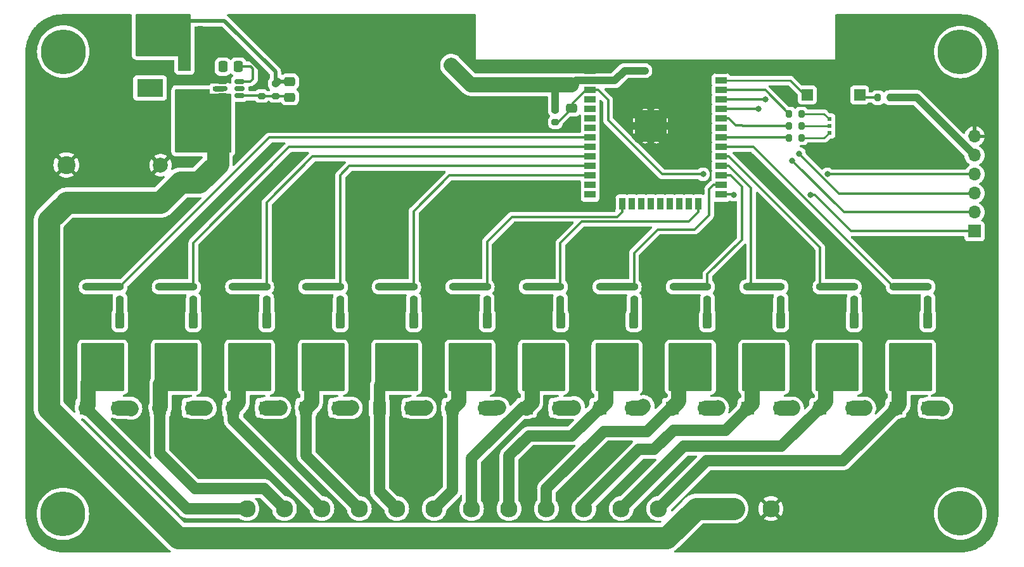
<source format=gbr>
%TF.GenerationSoftware,KiCad,Pcbnew,7.0.9*%
%TF.CreationDate,2023-12-31T09:39:46+02:00*%
%TF.ProjectId,RainMaker,5261696e-4d61-46b6-9572-2e6b69636164,rev?*%
%TF.SameCoordinates,Original*%
%TF.FileFunction,Copper,L1,Top*%
%TF.FilePolarity,Positive*%
%FSLAX46Y46*%
G04 Gerber Fmt 4.6, Leading zero omitted, Abs format (unit mm)*
G04 Created by KiCad (PCBNEW 7.0.9) date 2023-12-31 09:39:46*
%MOMM*%
%LPD*%
G01*
G04 APERTURE LIST*
G04 Aperture macros list*
%AMRoundRect*
0 Rectangle with rounded corners*
0 $1 Rounding radius*
0 $2 $3 $4 $5 $6 $7 $8 $9 X,Y pos of 4 corners*
0 Add a 4 corners polygon primitive as box body*
4,1,4,$2,$3,$4,$5,$6,$7,$8,$9,$2,$3,0*
0 Add four circle primitives for the rounded corners*
1,1,$1+$1,$2,$3*
1,1,$1+$1,$4,$5*
1,1,$1+$1,$6,$7*
1,1,$1+$1,$8,$9*
0 Add four rect primitives between the rounded corners*
20,1,$1+$1,$2,$3,$4,$5,0*
20,1,$1+$1,$4,$5,$6,$7,0*
20,1,$1+$1,$6,$7,$8,$9,0*
20,1,$1+$1,$8,$9,$2,$3,0*%
G04 Aperture macros list end*
%TA.AperFunction,SMDPad,CuDef*%
%ADD10RoundRect,0.200000X0.200000X0.275000X-0.200000X0.275000X-0.200000X-0.275000X0.200000X-0.275000X0*%
%TD*%
%TA.AperFunction,SMDPad,CuDef*%
%ADD11RoundRect,0.200000X-0.275000X0.200000X-0.275000X-0.200000X0.275000X-0.200000X0.275000X0.200000X0*%
%TD*%
%TA.AperFunction,SMDPad,CuDef*%
%ADD12RoundRect,0.250000X-0.337500X-0.475000X0.337500X-0.475000X0.337500X0.475000X-0.337500X0.475000X0*%
%TD*%
%TA.AperFunction,SMDPad,CuDef*%
%ADD13R,1.800000X1.700000*%
%TD*%
%TA.AperFunction,ComponentPad*%
%ADD14C,6.000000*%
%TD*%
%TA.AperFunction,SMDPad,CuDef*%
%ADD15RoundRect,0.250000X-0.475000X0.337500X-0.475000X-0.337500X0.475000X-0.337500X0.475000X0.337500X0*%
%TD*%
%TA.AperFunction,ComponentPad*%
%ADD16C,2.300000*%
%TD*%
%TA.AperFunction,SMDPad,CuDef*%
%ADD17RoundRect,0.150000X-0.512500X-0.150000X0.512500X-0.150000X0.512500X0.150000X-0.512500X0.150000X0*%
%TD*%
%TA.AperFunction,SMDPad,CuDef*%
%ADD18RoundRect,0.250000X-0.350000X0.850000X-0.350000X-0.850000X0.350000X-0.850000X0.350000X0.850000X0*%
%TD*%
%TA.AperFunction,SMDPad,CuDef*%
%ADD19RoundRect,0.250000X-1.125000X1.275000X-1.125000X-1.275000X1.125000X-1.275000X1.125000X1.275000X0*%
%TD*%
%TA.AperFunction,SMDPad,CuDef*%
%ADD20RoundRect,0.249997X-2.650003X2.950003X-2.650003X-2.950003X2.650003X-2.950003X2.650003X2.950003X0*%
%TD*%
%TA.AperFunction,SMDPad,CuDef*%
%ADD21RoundRect,0.250000X0.475000X-0.337500X0.475000X0.337500X-0.475000X0.337500X-0.475000X-0.337500X0*%
%TD*%
%TA.AperFunction,SMDPad,CuDef*%
%ADD22RoundRect,0.250000X0.337500X0.475000X-0.337500X0.475000X-0.337500X-0.475000X0.337500X-0.475000X0*%
%TD*%
%TA.AperFunction,ComponentPad*%
%ADD23C,2.000000*%
%TD*%
%TA.AperFunction,ComponentPad*%
%ADD24R,2.000000X2.000000*%
%TD*%
%TA.AperFunction,ComponentPad*%
%ADD25C,2.400000*%
%TD*%
%TA.AperFunction,SMDPad,CuDef*%
%ADD26R,1.500000X1.500000*%
%TD*%
%TA.AperFunction,SMDPad,CuDef*%
%ADD27RoundRect,0.200000X0.275000X-0.200000X0.275000X0.200000X-0.275000X0.200000X-0.275000X-0.200000X0*%
%TD*%
%TA.AperFunction,SMDPad,CuDef*%
%ADD28RoundRect,0.200000X-0.200000X-0.275000X0.200000X-0.275000X0.200000X0.275000X-0.200000X0.275000X0*%
%TD*%
%TA.AperFunction,ComponentPad*%
%ADD29R,1.700000X1.700000*%
%TD*%
%TA.AperFunction,ComponentPad*%
%ADD30O,1.700000X1.700000*%
%TD*%
%TA.AperFunction,SMDPad,CuDef*%
%ADD31R,3.500000X2.350000*%
%TD*%
%TA.AperFunction,SMDPad,CuDef*%
%ADD32R,1.500000X0.900000*%
%TD*%
%TA.AperFunction,SMDPad,CuDef*%
%ADD33R,0.900000X1.500000*%
%TD*%
%TA.AperFunction,SMDPad,CuDef*%
%ADD34R,1.050000X1.050000*%
%TD*%
%TA.AperFunction,HeatsinkPad*%
%ADD35C,0.600000*%
%TD*%
%TA.AperFunction,SMDPad,CuDef*%
%ADD36R,4.200000X4.200000*%
%TD*%
%TA.AperFunction,SMDPad,CuDef*%
%ADD37R,0.600000X0.600000*%
%TD*%
%TA.AperFunction,ViaPad*%
%ADD38C,0.800000*%
%TD*%
%TA.AperFunction,ViaPad*%
%ADD39C,0.600000*%
%TD*%
%TA.AperFunction,Conductor*%
%ADD40C,0.300000*%
%TD*%
%TA.AperFunction,Conductor*%
%ADD41C,0.250000*%
%TD*%
%TA.AperFunction,Conductor*%
%ADD42C,1.000000*%
%TD*%
%TA.AperFunction,Conductor*%
%ADD43C,0.500000*%
%TD*%
%TA.AperFunction,Conductor*%
%ADD44C,2.000000*%
%TD*%
%TA.AperFunction,Conductor*%
%ADD45C,3.000000*%
%TD*%
%TA.AperFunction,Conductor*%
%ADD46C,1.500000*%
%TD*%
%TA.AperFunction,Conductor*%
%ADD47C,0.800000*%
%TD*%
G04 APERTURE END LIST*
D10*
%TO.P,R26,1*%
%TO.N,Net-(LED1-R)*%
X153675000Y-66550000D03*
%TO.P,R26,2*%
%TO.N,/LED_1*%
X152025000Y-66550000D03*
%TD*%
D11*
%TO.P,R9,1*%
%TO.N,/Z_3*%
X82222476Y-86475000D03*
%TO.P,R9,2*%
%TO.N,Net-(Q3-Pad1)*%
X82222476Y-88125000D03*
%TD*%
%TO.P,R22,1*%
%TO.N,/Z_10*%
X150922476Y-86475000D03*
%TO.P,R22,2*%
%TO.N,Net-(Q10-Pad1)*%
X150922476Y-88125000D03*
%TD*%
%TO.P,R14,1*%
%TO.N,/Z_8*%
X126772476Y-86475000D03*
%TO.P,R14,2*%
%TO.N,GND*%
X126772476Y-88125000D03*
%TD*%
%TO.P,R15,1*%
%TO.N,/Z_9*%
X136572476Y-86475000D03*
%TO.P,R15,2*%
%TO.N,GND*%
X136572476Y-88125000D03*
%TD*%
D12*
%TO.P,C8,1*%
%TO.N,+3.3V*%
X71300000Y-52300000D03*
%TO.P,C8,2*%
%TO.N,GND*%
X73375000Y-52300000D03*
%TD*%
D13*
%TO.P,D8,1*%
%TO.N,VCC*%
X131115000Y-102665000D03*
%TO.P,D8,2*%
%TO.N,/Z_8_OUT*%
X126735000Y-102665000D03*
%TD*%
%TO.P,D7,1*%
%TO.N,VCC*%
X121315000Y-102665000D03*
%TO.P,D7,2*%
%TO.N,/Z_7_OUT*%
X116935000Y-102665000D03*
%TD*%
D14*
%TO.P,REF\u002A\u002A,1*%
%TO.N,N/C*%
X55000000Y-116850000D03*
%TD*%
D15*
%TO.P,C2,1*%
%TO.N,/ESP_EN*%
X123000000Y-62562500D03*
%TO.P,C2,2*%
%TO.N,GND*%
X123000000Y-64637500D03*
%TD*%
D16*
%TO.P,J3,1,1*%
%TO.N,/Z_1_OUT*%
X79600000Y-116150000D03*
%TO.P,J3,2,2*%
%TO.N,/Z_2_OUT*%
X84600000Y-116150000D03*
%TO.P,J3,3,3*%
%TO.N,/Z_3_OUT*%
X89600000Y-116150000D03*
%TO.P,J3,4,4*%
%TO.N,/Z_4_OUT*%
X94600000Y-116150000D03*
%TO.P,J3,5,5*%
%TO.N,/Z_5_OUT*%
X99600000Y-116150000D03*
%TO.P,J3,6,6*%
%TO.N,/Z_6_OUT*%
X104600000Y-116150000D03*
%TO.P,J3,7,7*%
%TO.N,/Z_7_OUT*%
X109600000Y-116150000D03*
%TO.P,J3,8,8*%
%TO.N,/Z_8_OUT*%
X114600000Y-116150000D03*
%TO.P,J3,9,9*%
%TO.N,/Z_9_OUT*%
X119600000Y-116150000D03*
%TO.P,J3,10,10*%
%TO.N,/Z_10_OUT*%
X124600000Y-116150000D03*
%TO.P,J3,11,11*%
%TO.N,/Z_11_OUT*%
X129600000Y-116150000D03*
%TO.P,J3,12,12*%
%TO.N,/Z_12_OUT*%
X134600000Y-116150000D03*
%TO.P,J3,13,13*%
%TO.N,VCC*%
X139600000Y-116150000D03*
%TO.P,J3,14,14*%
X144600000Y-116150000D03*
%TO.P,J3,15,15*%
%TO.N,GND*%
X149600000Y-116150000D03*
%TD*%
D17*
%TO.P,U1,1,GND*%
%TO.N,GND*%
X76350000Y-59000000D03*
%TO.P,U1,2,SW*%
%TO.N,Net-(U1-SW)*%
X76350000Y-59950000D03*
%TO.P,U1,3,VIN*%
%TO.N,VCC*%
X76350000Y-60900000D03*
%TO.P,U1,4,FB*%
%TO.N,Net-(U1-FB)*%
X78625000Y-60900000D03*
%TO.P,U1,5,EN*%
%TO.N,unconnected-(U1-EN-Pad5)*%
X78625000Y-59950000D03*
%TO.P,U1,6,BOOT*%
%TO.N,Net-(U1-BOOT)*%
X78625000Y-59000000D03*
%TD*%
D18*
%TO.P,Q6,1*%
%TO.N,Net-(Q6-Pad1)*%
X111672436Y-90925000D03*
D19*
%TO.P,Q6,2*%
%TO.N,/Z_6_OUT*%
X110917436Y-95550000D03*
X107867436Y-95550000D03*
D20*
X109392436Y-97225000D03*
D19*
X110917436Y-98900000D03*
X107867436Y-98900000D03*
D18*
%TO.P,Q6,3*%
%TO.N,GND*%
X107112436Y-90925000D03*
%TD*%
D11*
%TO.P,R21,1*%
%TO.N,/Z_9*%
X141122476Y-86475000D03*
%TO.P,R21,2*%
%TO.N,Net-(Q9-Pad1)*%
X141122476Y-88125000D03*
%TD*%
%TO.P,R8,1*%
%TO.N,/Z_2*%
X72422476Y-86475000D03*
%TO.P,R8,2*%
%TO.N,Net-(Q2-Pad1)*%
X72422476Y-88125000D03*
%TD*%
D13*
%TO.P,D10,1*%
%TO.N,VCC*%
X150915000Y-102665000D03*
%TO.P,D10,2*%
%TO.N,/Z_10_OUT*%
X146535000Y-102665000D03*
%TD*%
D18*
%TO.P,Q12,1*%
%TO.N,Net-(Q12-Pad1)*%
X170555000Y-90925000D03*
D19*
%TO.P,Q12,2*%
%TO.N,/Z_12_OUT*%
X169800000Y-95550000D03*
X166750000Y-95550000D03*
D20*
X168275000Y-97225000D03*
D19*
X169800000Y-98900000D03*
X166750000Y-98900000D03*
D18*
%TO.P,Q12,3*%
%TO.N,GND*%
X165995000Y-90925000D03*
%TD*%
%TO.P,Q1,1*%
%TO.N,Net-(Q1-Pad1)*%
X62603636Y-90925000D03*
D19*
%TO.P,Q1,2*%
%TO.N,/Z_1_OUT*%
X61848636Y-95550000D03*
X58798636Y-95550000D03*
D20*
X60323636Y-97225000D03*
D19*
X61848636Y-98900000D03*
X58798636Y-98900000D03*
D18*
%TO.P,Q1,3*%
%TO.N,GND*%
X58043636Y-90925000D03*
%TD*%
D21*
%TO.P,C4,1*%
%TO.N,VCC*%
X73637500Y-60900000D03*
%TO.P,C4,2*%
%TO.N,GND*%
X73637500Y-58825000D03*
%TD*%
D18*
%TO.P,Q7,1*%
%TO.N,Net-(Q7-Pad1)*%
X121486196Y-90925000D03*
D19*
%TO.P,Q7,2*%
%TO.N,/Z_7_OUT*%
X120731196Y-95550000D03*
X117681196Y-95550000D03*
D20*
X119206196Y-97225000D03*
D19*
X120731196Y-98900000D03*
X117681196Y-98900000D03*
D18*
%TO.P,Q7,3*%
%TO.N,GND*%
X116926196Y-90925000D03*
%TD*%
D11*
%TO.P,R18,1*%
%TO.N,/Z_12*%
X165972476Y-86475000D03*
%TO.P,R18,2*%
%TO.N,GND*%
X165972476Y-88125000D03*
%TD*%
D18*
%TO.P,Q2,1*%
%TO.N,Net-(Q2-Pad1)*%
X72417396Y-90925000D03*
D19*
%TO.P,Q2,2*%
%TO.N,/Z_2_OUT*%
X71662396Y-95550000D03*
X68612396Y-95550000D03*
D20*
X70137396Y-97225000D03*
D19*
X71662396Y-98900000D03*
X68612396Y-98900000D03*
D18*
%TO.P,Q2,3*%
%TO.N,GND*%
X67857396Y-90925000D03*
%TD*%
D13*
%TO.P,D3,1*%
%TO.N,VCC*%
X82115000Y-102665000D03*
%TO.P,D3,2*%
%TO.N,/Z_3_OUT*%
X77735000Y-102665000D03*
%TD*%
D14*
%TO.P,REF\u002A\u002A,1*%
%TO.N,N/C*%
X174900000Y-116800000D03*
%TD*%
D11*
%TO.P,R23,1*%
%TO.N,/Z_11*%
X160722476Y-86475000D03*
%TO.P,R23,2*%
%TO.N,Net-(Q11-Pad1)*%
X160722476Y-88125000D03*
%TD*%
%TO.P,R2,1*%
%TO.N,/Z_2*%
X67872476Y-86475000D03*
%TO.P,R2,2*%
%TO.N,GND*%
X67872476Y-88125000D03*
%TD*%
%TO.P,R19,1*%
%TO.N,/Z_7*%
X121472476Y-86475000D03*
%TO.P,R19,2*%
%TO.N,Net-(Q7-Pad1)*%
X121472476Y-88125000D03*
%TD*%
D22*
%TO.P,C7,1*%
%TO.N,Net-(U1-BOOT)*%
X78437500Y-57000000D03*
%TO.P,C7,2*%
%TO.N,Net-(U1-SW)*%
X76362500Y-57000000D03*
%TD*%
D21*
%TO.P,C3,1*%
%TO.N,VCC*%
X71337500Y-60900000D03*
%TO.P,C3,2*%
%TO.N,GND*%
X71337500Y-58825000D03*
%TD*%
D10*
%TO.P,R27,1*%
%TO.N,Net-(LED1-G)*%
X153675000Y-64950000D03*
%TO.P,R27,2*%
%TO.N,/LED_2*%
X152025000Y-64950000D03*
%TD*%
D13*
%TO.P,D4,1*%
%TO.N,VCC*%
X91865000Y-102665000D03*
%TO.P,D4,2*%
%TO.N,/Z_4_OUT*%
X87485000Y-102665000D03*
%TD*%
D11*
%TO.P,R25,1*%
%TO.N,+3.3V*%
X120800000Y-62800000D03*
%TO.P,R25,2*%
%TO.N,/ESP_EN*%
X120800000Y-64450000D03*
%TD*%
%TO.P,R5,1*%
%TO.N,/Z_5*%
X97252908Y-86475000D03*
%TO.P,R5,2*%
%TO.N,GND*%
X97252908Y-88125000D03*
%TD*%
D23*
%TO.P,C1,2*%
%TO.N,GND*%
X68050000Y-70200000D03*
D24*
%TO.P,C1,1*%
%TO.N,VCC*%
X68050000Y-75200000D03*
%TD*%
D13*
%TO.P,D2,1*%
%TO.N,VCC*%
X72315000Y-102665000D03*
%TO.P,D2,2*%
%TO.N,/Z_2_OUT*%
X67935000Y-102665000D03*
%TD*%
D25*
%TO.P,J1,1,1*%
%TO.N,GND*%
X55450000Y-70160000D03*
%TO.P,J1,2,2*%
%TO.N,VCC*%
X55450000Y-75240000D03*
%TD*%
D26*
%TO.P,SW1,1,1*%
%TO.N,GND*%
X154450000Y-57800000D03*
%TO.P,SW1,2,2*%
X161450000Y-57800000D03*
%TO.P,SW1,3,3*%
%TO.N,/SW_1*%
X154450000Y-60800000D03*
%TO.P,SW1,4,4*%
%TO.N,Net-(R29-Pad1)*%
X161450000Y-60800000D03*
%TD*%
D18*
%TO.P,Q11,1*%
%TO.N,Net-(Q11-Pad1)*%
X160741236Y-90925000D03*
D19*
%TO.P,Q11,2*%
%TO.N,/Z_11_OUT*%
X159986236Y-95550000D03*
X156936236Y-95550000D03*
D20*
X158461236Y-97225000D03*
D19*
X159986236Y-98900000D03*
X156936236Y-98900000D03*
D18*
%TO.P,Q11,3*%
%TO.N,GND*%
X156181236Y-90925000D03*
%TD*%
D11*
%TO.P,R4,1*%
%TO.N,/Z_4*%
X87472476Y-86475000D03*
%TO.P,R4,2*%
%TO.N,GND*%
X87472476Y-88125000D03*
%TD*%
%TO.P,R10,1*%
%TO.N,/Z_4*%
X92072476Y-86475000D03*
%TO.P,R10,2*%
%TO.N,Net-(Q4-Pad1)*%
X92072476Y-88125000D03*
%TD*%
D27*
%TO.P,R31,1*%
%TO.N,Net-(U1-FB)*%
X81550000Y-60937500D03*
%TO.P,R31,2*%
%TO.N,GND*%
X81550000Y-59287500D03*
%TD*%
D18*
%TO.P,Q9,1*%
%TO.N,Net-(Q9-Pad1)*%
X141113716Y-90925000D03*
D19*
%TO.P,Q9,2*%
%TO.N,/Z_9_OUT*%
X140358716Y-95550000D03*
X137308716Y-95550000D03*
D20*
X138833716Y-97225000D03*
D19*
X140358716Y-98900000D03*
X137308716Y-98900000D03*
D18*
%TO.P,Q9,3*%
%TO.N,GND*%
X136553716Y-90925000D03*
%TD*%
D11*
%TO.P,R17,1*%
%TO.N,/Z_11*%
X156172476Y-86475000D03*
%TO.P,R17,2*%
%TO.N,GND*%
X156172476Y-88125000D03*
%TD*%
D21*
%TO.P,C5,1*%
%TO.N,+3.3V*%
X120800000Y-59437500D03*
%TO.P,C5,2*%
%TO.N,GND*%
X120800000Y-57362500D03*
%TD*%
D15*
%TO.P,C11,1*%
%TO.N,+3.3V*%
X85300000Y-59025000D03*
%TO.P,C11,2*%
%TO.N,Net-(U1-FB)*%
X85300000Y-61100000D03*
%TD*%
D18*
%TO.P,Q8,1*%
%TO.N,Net-(Q8-Pad1)*%
X131299956Y-90925000D03*
D19*
%TO.P,Q8,2*%
%TO.N,/Z_8_OUT*%
X130544956Y-95550000D03*
X127494956Y-95550000D03*
D20*
X129019956Y-97225000D03*
D19*
X130544956Y-98900000D03*
X127494956Y-98900000D03*
D18*
%TO.P,Q8,3*%
%TO.N,GND*%
X126739956Y-90925000D03*
%TD*%
D11*
%TO.P,R30,1*%
%TO.N,+3.3V*%
X83400000Y-59287500D03*
%TO.P,R30,2*%
%TO.N,Net-(U1-FB)*%
X83400000Y-60937500D03*
%TD*%
%TO.P,R20,1*%
%TO.N,/Z_8*%
X131322476Y-86475000D03*
%TO.P,R20,2*%
%TO.N,Net-(Q8-Pad1)*%
X131322476Y-88125000D03*
%TD*%
D28*
%TO.P,R29,1*%
%TO.N,Net-(R29-Pad1)*%
X163875000Y-61150000D03*
%TO.P,R29,2*%
%TO.N,+3.3V*%
X165525000Y-61150000D03*
%TD*%
D12*
%TO.P,C9,1*%
%TO.N,+3.3V*%
X71300000Y-54450000D03*
%TO.P,C9,2*%
%TO.N,GND*%
X73375000Y-54450000D03*
%TD*%
D11*
%TO.P,R11,1*%
%TO.N,/Z_5*%
X101872476Y-86475000D03*
%TO.P,R11,2*%
%TO.N,Net-(Q5-Pad1)*%
X101872476Y-88125000D03*
%TD*%
D18*
%TO.P,Q4,1*%
%TO.N,Net-(Q4-Pad1)*%
X92044916Y-90925000D03*
D19*
%TO.P,Q4,2*%
%TO.N,/Z_4_OUT*%
X91289916Y-95550000D03*
X88239916Y-95550000D03*
D20*
X89764916Y-97225000D03*
D19*
X91289916Y-98900000D03*
X88239916Y-98900000D03*
D18*
%TO.P,Q4,3*%
%TO.N,GND*%
X87484916Y-90925000D03*
%TD*%
D13*
%TO.P,D9,1*%
%TO.N,VCC*%
X140815000Y-102665000D03*
%TO.P,D9,2*%
%TO.N,/Z_9_OUT*%
X136435000Y-102665000D03*
%TD*%
%TO.P,D6,1*%
%TO.N,VCC*%
X111415000Y-102665000D03*
%TO.P,D6,2*%
%TO.N,/Z_6_OUT*%
X107035000Y-102665000D03*
%TD*%
D29*
%TO.P,J2,1,Pin_1*%
%TO.N,/ESP_IO_0*%
X176800000Y-79040000D03*
D30*
%TO.P,J2,2,Pin_2*%
%TO.N,/ESP_RX*%
X176800000Y-76500000D03*
%TO.P,J2,3,Pin_3*%
%TO.N,/ESP_TX*%
X176800000Y-73960000D03*
%TO.P,J2,4,Pin_4*%
%TO.N,/ESP_EN*%
X176800000Y-71420000D03*
%TO.P,J2,5,Pin_5*%
%TO.N,+3.3V*%
X176800000Y-68880000D03*
%TO.P,J2,6,Pin_6*%
%TO.N,GND*%
X176800000Y-66340000D03*
%TD*%
D13*
%TO.P,D11,1*%
%TO.N,VCC*%
X160515000Y-102665000D03*
%TO.P,D11,2*%
%TO.N,/Z_11_OUT*%
X156135000Y-102665000D03*
%TD*%
D11*
%TO.P,R7,1*%
%TO.N,/Z_1*%
X62622476Y-86475000D03*
%TO.P,R7,2*%
%TO.N,Net-(Q1-Pad1)*%
X62622476Y-88125000D03*
%TD*%
%TO.P,R13,1*%
%TO.N,/Z_7*%
X116922476Y-86475000D03*
%TO.P,R13,2*%
%TO.N,GND*%
X116922476Y-88125000D03*
%TD*%
D21*
%TO.P,C6,1*%
%TO.N,+3.3V*%
X123000000Y-59437500D03*
%TO.P,C6,2*%
%TO.N,GND*%
X123000000Y-57362500D03*
%TD*%
D18*
%TO.P,Q5,1*%
%TO.N,Net-(Q5-Pad1)*%
X101858676Y-90925000D03*
D19*
%TO.P,Q5,2*%
%TO.N,/Z_5_OUT*%
X101103676Y-95550000D03*
X98053676Y-95550000D03*
D20*
X99578676Y-97225000D03*
D19*
X101103676Y-98900000D03*
X98053676Y-98900000D03*
D18*
%TO.P,Q5,3*%
%TO.N,GND*%
X97298676Y-90925000D03*
%TD*%
D31*
%TO.P,L1,1,1*%
%TO.N,Net-(U1-SW)*%
X66650000Y-59850000D03*
%TO.P,L1,2,2*%
%TO.N,+3.3V*%
X66650000Y-54150000D03*
%TD*%
D18*
%TO.P,Q10,1*%
%TO.N,Net-(Q10-Pad1)*%
X150927476Y-90925000D03*
D19*
%TO.P,Q10,2*%
%TO.N,/Z_10_OUT*%
X150172476Y-95550000D03*
X147122476Y-95550000D03*
D20*
X148647476Y-97225000D03*
D19*
X150172476Y-98900000D03*
X147122476Y-98900000D03*
D18*
%TO.P,Q10,3*%
%TO.N,GND*%
X146367476Y-90925000D03*
%TD*%
D11*
%TO.P,R24,1*%
%TO.N,/Z_12*%
X170572476Y-86475000D03*
%TO.P,R24,2*%
%TO.N,Net-(Q12-Pad1)*%
X170572476Y-88125000D03*
%TD*%
D13*
%TO.P,D12,1*%
%TO.N,VCC*%
X170665000Y-102665000D03*
%TO.P,D12,2*%
%TO.N,/Z_12_OUT*%
X166285000Y-102665000D03*
%TD*%
D18*
%TO.P,Q3,1*%
%TO.N,Net-(Q3-Pad1)*%
X82231156Y-90925000D03*
D19*
%TO.P,Q3,2*%
%TO.N,/Z_3_OUT*%
X81476156Y-95550000D03*
X78426156Y-95550000D03*
D20*
X79951156Y-97225000D03*
D19*
X81476156Y-98900000D03*
X78426156Y-98900000D03*
D18*
%TO.P,Q3,3*%
%TO.N,GND*%
X77671156Y-90925000D03*
%TD*%
D13*
%TO.P,D1,1*%
%TO.N,VCC*%
X62465000Y-102665000D03*
%TO.P,D1,2*%
%TO.N,/Z_1_OUT*%
X58085000Y-102665000D03*
%TD*%
%TO.P,D5,1*%
%TO.N,VCC*%
X101665000Y-102665000D03*
%TO.P,D5,2*%
%TO.N,/Z_5_OUT*%
X97285000Y-102665000D03*
%TD*%
D11*
%TO.P,R16,1*%
%TO.N,/Z_10*%
X146372476Y-86475000D03*
%TO.P,R16,2*%
%TO.N,GND*%
X146372476Y-88125000D03*
%TD*%
D14*
%TO.P,REF\u002A\u002A,1*%
%TO.N,N/C*%
X174900000Y-55050000D03*
%TD*%
D12*
%TO.P,C10,1*%
%TO.N,+3.3V*%
X71300000Y-56600000D03*
%TO.P,C10,2*%
%TO.N,GND*%
X73375000Y-56600000D03*
%TD*%
D14*
%TO.P,REF\u002A\u002A,1*%
%TO.N,N/C*%
X55050000Y-55000000D03*
%TD*%
D32*
%TO.P,U2,1,GND*%
%TO.N,GND*%
X125450000Y-57620000D03*
%TO.P,U2,2,VDD*%
%TO.N,+3.3V*%
X125450000Y-58890000D03*
%TO.P,U2,3,EN*%
%TO.N,/ESP_EN*%
X125450000Y-60160000D03*
%TO.P,U2,4,SENSOR_VP*%
%TO.N,unconnected-(U2-SENSOR_VP-Pad4)*%
X125450000Y-61430000D03*
%TO.P,U2,5,SENSOR_VN*%
%TO.N,unconnected-(U2-SENSOR_VN-Pad5)*%
X125450000Y-62700000D03*
%TO.P,U2,6,IO34*%
%TO.N,unconnected-(U2-IO34-Pad6)*%
X125450000Y-63970000D03*
%TO.P,U2,7,IO35*%
%TO.N,unconnected-(U2-IO35-Pad7)*%
X125450000Y-65240000D03*
%TO.P,U2,8,IO32*%
%TO.N,/Z_1*%
X125450000Y-66510000D03*
%TO.P,U2,9,IO33*%
%TO.N,/Z_2*%
X125450000Y-67780000D03*
%TO.P,U2,10,IO25*%
%TO.N,/Z_3*%
X125450000Y-69050000D03*
%TO.P,U2,11,IO26*%
%TO.N,/Z_4*%
X125450000Y-70320000D03*
%TO.P,U2,12,IO27*%
%TO.N,/Z_5*%
X125450000Y-71590000D03*
%TO.P,U2,13,IO14*%
%TO.N,unconnected-(U2-IO14-Pad13)*%
X125450000Y-72860000D03*
%TO.P,U2,14,IO12*%
%TO.N,unconnected-(U2-IO12-Pad14)*%
X125450000Y-74130000D03*
D33*
%TO.P,U2,15,GND*%
%TO.N,GND*%
X128490000Y-75380000D03*
%TO.P,U2,16,IO13*%
%TO.N,/Z_6*%
X129760000Y-75380000D03*
%TO.P,U2,17,SHD/SD2*%
%TO.N,unconnected-(U2-SHD{slash}SD2-Pad17)*%
X131030000Y-75380000D03*
%TO.P,U2,18,SWP/SD3*%
%TO.N,unconnected-(U2-SWP{slash}SD3-Pad18)*%
X132300000Y-75380000D03*
%TO.P,U2,19,SCS/CMD*%
%TO.N,unconnected-(U2-SCS{slash}CMD-Pad19)*%
X133570000Y-75380000D03*
%TO.P,U2,20,SCK/CLK*%
%TO.N,unconnected-(U2-SCK{slash}CLK-Pad20)*%
X134840000Y-75380000D03*
%TO.P,U2,21,SDO/SD0*%
%TO.N,unconnected-(U2-SDO{slash}SD0-Pad21)*%
X136110000Y-75380000D03*
%TO.P,U2,22,SDI/SD1*%
%TO.N,unconnected-(U2-SDI{slash}SD1-Pad22)*%
X137380000Y-75380000D03*
%TO.P,U2,23,IO15*%
%TO.N,unconnected-(U2-IO15-Pad23)*%
X138650000Y-75380000D03*
%TO.P,U2,24,IO2*%
%TO.N,/Z_7*%
X139920000Y-75380000D03*
D32*
%TO.P,U2,25,IO0*%
%TO.N,/ESP_IO_0*%
X142950000Y-74130000D03*
%TO.P,U2,26,IO4*%
%TO.N,/Z_8*%
X142950000Y-72860000D03*
%TO.P,U2,27,IO16*%
%TO.N,/Z_9*%
X142950000Y-71590000D03*
%TO.P,U2,28,IO17*%
%TO.N,/Z_10*%
X142950000Y-70320000D03*
%TO.P,U2,29,IO5*%
%TO.N,/Z_11*%
X142950000Y-69050000D03*
%TO.P,U2,30,IO18*%
%TO.N,/Z_12*%
X142950000Y-67780000D03*
%TO.P,U2,31,IO19*%
%TO.N,/LED_1*%
X142950000Y-66510000D03*
%TO.P,U2,32,NC*%
%TO.N,unconnected-(U2-NC-Pad32)*%
X142950000Y-65240000D03*
%TO.P,U2,33,IO21*%
%TO.N,/LED_2*%
X142950000Y-63970000D03*
%TO.P,U2,34,RXD0/IO3*%
%TO.N,/ESP_RX*%
X142950000Y-62700000D03*
%TO.P,U2,35,TXD0/IO1*%
%TO.N,/ESP_TX*%
X142950000Y-61430000D03*
%TO.P,U2,36,IO22*%
%TO.N,/LED_3*%
X142950000Y-60160000D03*
%TO.P,U2,37,IO23*%
%TO.N,/SW_1*%
X142950000Y-58890000D03*
%TO.P,U2,38,GND*%
%TO.N,GND*%
X142950000Y-57620000D03*
D34*
%TO.P,U2,39,GND*%
X131995000Y-63435000D03*
D35*
X131995000Y-64197500D03*
D34*
X131995000Y-64960000D03*
D35*
X131995000Y-65722500D03*
D34*
X131995000Y-66485000D03*
D35*
X132757500Y-63435000D03*
X132757500Y-64960000D03*
X132757500Y-66485000D03*
D34*
X133520000Y-63435000D03*
D35*
X133520000Y-64197500D03*
D34*
X133520000Y-64960000D03*
D36*
X133520000Y-64960000D03*
D35*
X133520000Y-65722500D03*
D34*
X133520000Y-66485000D03*
D35*
X134282500Y-63435000D03*
X134282500Y-64960000D03*
X134282500Y-66485000D03*
D34*
X135045000Y-63435000D03*
D35*
X135045000Y-64197500D03*
D34*
X135045000Y-64960000D03*
D35*
X135045000Y-65722500D03*
D34*
X135045000Y-66485000D03*
%TD*%
D11*
%TO.P,R1,1*%
%TO.N,/Z_1*%
X58122476Y-86475000D03*
%TO.P,R1,2*%
%TO.N,GND*%
X58122476Y-88125000D03*
%TD*%
D37*
%TO.P,LED1,1*%
%TO.N,GND*%
X158800000Y-65850000D03*
%TO.P,LED1,2*%
X158800000Y-64950000D03*
%TO.P,LED1,3*%
X158800000Y-64050000D03*
%TO.P,LED1,4,R*%
%TO.N,Net-(LED1-R)*%
X157400000Y-65850000D03*
%TO.P,LED1,5,G*%
%TO.N,Net-(LED1-G)*%
X157400000Y-64950000D03*
%TO.P,LED1,6,B*%
%TO.N,Net-(LED1-B)*%
X157400000Y-64050000D03*
%TD*%
D11*
%TO.P,R12,1*%
%TO.N,/Z_6*%
X111672476Y-86475000D03*
%TO.P,R12,2*%
%TO.N,Net-(Q6-Pad1)*%
X111672476Y-88125000D03*
%TD*%
D10*
%TO.P,R28,1*%
%TO.N,Net-(LED1-B)*%
X153675000Y-63350000D03*
%TO.P,R28,2*%
%TO.N,/LED_3*%
X152025000Y-63350000D03*
%TD*%
D11*
%TO.P,R6,1*%
%TO.N,/Z_6*%
X107122476Y-86475000D03*
%TO.P,R6,2*%
%TO.N,GND*%
X107122476Y-88125000D03*
%TD*%
%TO.P,R3,1*%
%TO.N,/Z_3*%
X77672476Y-86475000D03*
%TO.P,R3,2*%
%TO.N,GND*%
X77672476Y-88125000D03*
%TD*%
D38*
%TO.N,/ESP_EN*%
X140534977Y-71415023D03*
X157174977Y-71415023D03*
%TO.N,VCC*%
X53100000Y-102750000D03*
X53100000Y-101750000D03*
X152500000Y-102650000D03*
X132800000Y-102700000D03*
X84000000Y-102650000D03*
X142500000Y-102650000D03*
X103450000Y-102650000D03*
X52150000Y-101750000D03*
X55300000Y-103800000D03*
X54050000Y-101750000D03*
X52150000Y-102750000D03*
X64100000Y-102750000D03*
X113200000Y-102650000D03*
X123250000Y-102600000D03*
X172450000Y-102750000D03*
X54350000Y-103750000D03*
X53450000Y-103700000D03*
X162150000Y-102650000D03*
X52550000Y-103650000D03*
X74050000Y-102700000D03*
X93550000Y-102650000D03*
X54050000Y-102800000D03*
%TO.N,+3.3V*%
X106700000Y-56800000D03*
D39*
X65300000Y-54900000D03*
X65300000Y-53500000D03*
D38*
X132750000Y-57550000D03*
D39*
X65300000Y-54200000D03*
D38*
%TO.N,/ESP_TX*%
X153350000Y-68650000D03*
X148880000Y-61430000D03*
%TO.N,/ESP_RX*%
X152450000Y-69600000D03*
X147900000Y-62700000D03*
%TO.N,/ESP_IO_0*%
X144600000Y-74150000D03*
X154900000Y-74150000D03*
D39*
%TO.N,Net-(U1-SW)*%
X68046792Y-58999999D03*
X76300000Y-57000000D03*
X68039377Y-59831362D03*
X75332140Y-59969387D03*
X76350000Y-59950000D03*
X68033490Y-60676027D03*
%TD*%
D40*
%TO.N,/ESP_EN*%
X140534977Y-71415023D02*
X135075023Y-71415023D01*
X127850000Y-64190000D02*
X127850000Y-61500000D01*
X157165023Y-71415023D02*
X157174977Y-71415023D01*
D41*
X124815000Y-60160000D02*
X125450000Y-60160000D01*
X120800000Y-64450000D02*
X121112500Y-64450000D01*
D40*
X176800000Y-71420000D02*
X157170000Y-71420000D01*
D41*
X123000000Y-61975000D02*
X124815000Y-60160000D01*
D40*
X157170000Y-71420000D02*
X157165023Y-71415023D01*
X127850000Y-61500000D02*
X126510000Y-60160000D01*
D41*
X121112500Y-64450000D02*
X123000000Y-62562500D01*
D40*
X126510000Y-60160000D02*
X125450000Y-60160000D01*
X135075023Y-71415023D02*
X127850000Y-64190000D01*
D41*
X123000000Y-62562500D02*
X123000000Y-61975000D01*
D42*
%TO.N,GND*%
X165972476Y-88125000D02*
X165972476Y-90902476D01*
D43*
X73812500Y-59000000D02*
X73637500Y-58825000D01*
X73375000Y-52300000D02*
X76248528Y-52300000D01*
D42*
X87472476Y-88125000D02*
X87472476Y-90912560D01*
X136572476Y-90906240D02*
X136553716Y-90925000D01*
X116922476Y-90921280D02*
X116926196Y-90925000D01*
X146372476Y-88125000D02*
X146372476Y-90920000D01*
X87472476Y-90912560D02*
X87484916Y-90925000D01*
D43*
X81550000Y-57601472D02*
X81550000Y-59287500D01*
X76350000Y-59000000D02*
X73812500Y-59000000D01*
D42*
X58122476Y-90846160D02*
X58043636Y-90925000D01*
X146372476Y-90920000D02*
X146367476Y-90925000D01*
X77672476Y-90923680D02*
X77671156Y-90925000D01*
X107122476Y-88125000D02*
X107122476Y-90914960D01*
X126772476Y-88125000D02*
X126772476Y-90892480D01*
X116922476Y-88125000D02*
X116922476Y-90921280D01*
X136572476Y-88125000D02*
X136572476Y-90906240D01*
X77672476Y-88125000D02*
X77672476Y-90923680D01*
X156172476Y-90916240D02*
X156181236Y-90925000D01*
X156172476Y-88125000D02*
X156172476Y-90916240D01*
X126772476Y-90892480D02*
X126739956Y-90925000D01*
X58122476Y-88125000D02*
X58122476Y-90846160D01*
D43*
X76248528Y-52300000D02*
X81550000Y-57601472D01*
D42*
X165972476Y-90902476D02*
X165995000Y-90925000D01*
X97252908Y-90879232D02*
X97298676Y-90925000D01*
X97252908Y-88125000D02*
X97252908Y-90879232D01*
X107122476Y-90914960D02*
X107112436Y-90925000D01*
X67872476Y-88125000D02*
X67872476Y-90909920D01*
X67872476Y-90909920D02*
X67857396Y-90925000D01*
D44*
%TO.N,VCC*%
X111415000Y-102665000D02*
X112785000Y-102665000D01*
X152485000Y-102665000D02*
X152500000Y-102650000D01*
D45*
X139600000Y-116150000D02*
X144600000Y-116150000D01*
X68050000Y-75200000D02*
X70750000Y-72500000D01*
D44*
X172365000Y-102665000D02*
X172450000Y-102750000D01*
X91865000Y-102665000D02*
X93535000Y-102665000D01*
X64015000Y-102665000D02*
X64100000Y-102750000D01*
X62465000Y-102665000D02*
X64015000Y-102665000D01*
X74015000Y-102665000D02*
X74050000Y-102700000D01*
X123185000Y-102665000D02*
X123250000Y-102600000D01*
X112800000Y-102650000D02*
X113200000Y-102650000D01*
D45*
X53100000Y-77590000D02*
X53100000Y-102750000D01*
D44*
X93535000Y-102665000D02*
X93550000Y-102650000D01*
X121315000Y-102665000D02*
X123185000Y-102665000D01*
D45*
X70750000Y-72500000D02*
X73200000Y-72500000D01*
D44*
X162135000Y-102665000D02*
X162150000Y-102650000D01*
D45*
X135700000Y-120050000D02*
X139600000Y-116150000D01*
D44*
X160515000Y-102665000D02*
X162135000Y-102665000D01*
X140815000Y-102665000D02*
X142485000Y-102665000D01*
D45*
X55450000Y-75240000D02*
X53100000Y-77590000D01*
X75700000Y-70000000D02*
X75700000Y-67400000D01*
D44*
X131115000Y-102665000D02*
X131150000Y-102700000D01*
X103435000Y-102665000D02*
X103450000Y-102650000D01*
X101665000Y-102665000D02*
X103435000Y-102665000D01*
X142485000Y-102665000D02*
X142500000Y-102650000D01*
X72315000Y-102665000D02*
X74015000Y-102665000D01*
D45*
X53100000Y-102750000D02*
X70400000Y-120050000D01*
D44*
X150915000Y-102665000D02*
X152485000Y-102665000D01*
X112785000Y-102665000D02*
X112800000Y-102650000D01*
D45*
X73200000Y-72500000D02*
X75700000Y-70000000D01*
D46*
X55490000Y-75200000D02*
X55450000Y-75240000D01*
D44*
X132292284Y-102700000D02*
X132546142Y-102446142D01*
X82115000Y-102665000D02*
X83985000Y-102665000D01*
X131150000Y-102700000D02*
X132292284Y-102700000D01*
X83985000Y-102665000D02*
X84000000Y-102650000D01*
D45*
X70400000Y-120050000D02*
X135700000Y-120050000D01*
X68050000Y-75200000D02*
X55490000Y-75200000D01*
D44*
X170665000Y-102665000D02*
X172365000Y-102665000D01*
D42*
%TO.N,+3.3V*%
X128710000Y-58890000D02*
X130050000Y-57550000D01*
D43*
X85300000Y-59025000D02*
X83662500Y-59025000D01*
D44*
X120800000Y-59437500D02*
X123000000Y-59437500D01*
D42*
X169070000Y-61150000D02*
X176800000Y-68880000D01*
D43*
X69925000Y-50875000D02*
X76575000Y-50875000D01*
D42*
X106700000Y-56800000D02*
X106900000Y-56800000D01*
X120800000Y-59437500D02*
X120800000Y-62800000D01*
X83662500Y-59025000D02*
X83400000Y-59287500D01*
X123547500Y-58890000D02*
X125450000Y-58890000D01*
X125450000Y-58890000D02*
X128710000Y-58890000D01*
X130050000Y-57550000D02*
X132750000Y-57550000D01*
D44*
X106900000Y-56800000D02*
X109537500Y-59437500D01*
X109537500Y-59437500D02*
X120800000Y-59437500D01*
D43*
X83400000Y-57700000D02*
X83400000Y-59287500D01*
D42*
X165525000Y-61150000D02*
X169070000Y-61150000D01*
D43*
X66650000Y-54150000D02*
X69925000Y-50875000D01*
D41*
X123000000Y-59437500D02*
X123547500Y-58890000D01*
D43*
X76575000Y-50875000D02*
X83400000Y-57700000D01*
D44*
%TO.N,/Z_1_OUT*%
X58400000Y-99298636D02*
X58400000Y-102350000D01*
D46*
X71570000Y-116150000D02*
X79600000Y-116150000D01*
X58085000Y-102665000D02*
X71570000Y-116150000D01*
D44*
X58798636Y-98900000D02*
X58400000Y-99298636D01*
X58400000Y-102350000D02*
X58085000Y-102665000D01*
%TO.N,/Z_2_OUT*%
X68050000Y-102550000D02*
X67935000Y-102665000D01*
D46*
X81900000Y-113450000D02*
X84600000Y-116150000D01*
D44*
X68612396Y-98900000D02*
X68050000Y-99462396D01*
D46*
X72650000Y-113450000D02*
X81900000Y-113450000D01*
X67935000Y-102665000D02*
X67935000Y-108735000D01*
D44*
X68050000Y-99462396D02*
X68050000Y-102550000D01*
D46*
X67935000Y-108735000D02*
X72650000Y-113450000D01*
D44*
%TO.N,/Z_3_OUT*%
X78426156Y-98900000D02*
X78426156Y-101973844D01*
D46*
X77735000Y-104285000D02*
X89600000Y-116150000D01*
X77735000Y-102665000D02*
X77735000Y-104285000D01*
D44*
X78426156Y-101973844D02*
X77735000Y-102665000D01*
%TO.N,/Z_4_OUT*%
X88239916Y-101910084D02*
X87485000Y-102665000D01*
X88239916Y-98900000D02*
X88239916Y-101910084D01*
D46*
X87485000Y-102665000D02*
X87485000Y-109035000D01*
X87485000Y-109035000D02*
X94600000Y-116150000D01*
%TO.N,/Z_5_OUT*%
X97285000Y-102665000D02*
X97285000Y-99668676D01*
X97285000Y-99668676D02*
X98053676Y-98900000D01*
X97285000Y-102665000D02*
X97285000Y-113835000D01*
X97285000Y-113835000D02*
X99600000Y-116150000D01*
%TO.N,/Z_6_OUT*%
X107035000Y-102665000D02*
X107035000Y-113715000D01*
D44*
X107867436Y-101832564D02*
X107035000Y-102665000D01*
D46*
X107035000Y-113715000D02*
X104600000Y-116150000D01*
D44*
X107867436Y-98900000D02*
X107867436Y-101832564D01*
D46*
%TO.N,/Z_7_OUT*%
X116335000Y-102665000D02*
X109600000Y-109400000D01*
D44*
X117681196Y-98900000D02*
X117681196Y-101918804D01*
D46*
X116935000Y-102665000D02*
X116335000Y-102665000D01*
X109600000Y-109400000D02*
X109600000Y-116150000D01*
D44*
X117681196Y-101918804D02*
X116935000Y-102665000D01*
D46*
%TO.N,/Z_8_OUT*%
X126735000Y-102665000D02*
X123000000Y-106400000D01*
D44*
X127494956Y-101905044D02*
X126735000Y-102665000D01*
D46*
X114600000Y-109050000D02*
X114600000Y-116150000D01*
X123000000Y-106400000D02*
X117250000Y-106400000D01*
X117250000Y-106400000D02*
X114600000Y-109050000D01*
D44*
X127494956Y-98900000D02*
X127494956Y-101905044D01*
D46*
%TO.N,/Z_9_OUT*%
X136135000Y-102665000D02*
X133000000Y-105800000D01*
X136435000Y-102665000D02*
X136135000Y-102665000D01*
D44*
X137308716Y-101791284D02*
X136435000Y-102665000D01*
X137308716Y-98900000D02*
X137308716Y-101791284D01*
D46*
X127250000Y-105800000D02*
X119600000Y-113450000D01*
X133000000Y-105800000D02*
X127250000Y-105800000D01*
X119600000Y-113450000D02*
X119600000Y-116150000D01*
%TO.N,/Z_10_OUT*%
X143550000Y-105650000D02*
X136600000Y-105650000D01*
X136600000Y-105650000D02*
X134000000Y-108250000D01*
X146535000Y-102665000D02*
X143550000Y-105650000D01*
X134000000Y-108250000D02*
X131950000Y-108250000D01*
X124600000Y-115600000D02*
X124600000Y-116150000D01*
X131950000Y-108250000D02*
X124600000Y-115600000D01*
D44*
X147122476Y-98900000D02*
X147122476Y-102077524D01*
X147122476Y-102077524D02*
X146535000Y-102665000D01*
D46*
%TO.N,/Z_11_OUT*%
X156135000Y-102665000D02*
X151000000Y-107800000D01*
X137950000Y-107800000D02*
X129600000Y-116150000D01*
D44*
X156936236Y-98900000D02*
X156936236Y-101863764D01*
X156936236Y-101863764D02*
X156135000Y-102665000D01*
D46*
X151000000Y-107800000D02*
X137950000Y-107800000D01*
%TO.N,/Z_12_OUT*%
X166285000Y-102665000D02*
X159200000Y-109750000D01*
X141000000Y-109750000D02*
X134600000Y-116150000D01*
X159200000Y-109750000D02*
X141000000Y-109750000D01*
D44*
X166750000Y-102200000D02*
X166285000Y-102665000D01*
X166750000Y-98900000D02*
X166750000Y-102200000D01*
D40*
%TO.N,/ESP_TX*%
X153350000Y-68650000D02*
X158700000Y-74000000D01*
X158700000Y-74000000D02*
X176760000Y-74000000D01*
X176760000Y-74000000D02*
X176800000Y-73960000D01*
X148880000Y-61430000D02*
X142950000Y-61430000D01*
%TO.N,/ESP_RX*%
X159350000Y-76500000D02*
X176800000Y-76500000D01*
X147900000Y-62700000D02*
X142950000Y-62700000D01*
X152450000Y-69600000D02*
X159350000Y-76500000D01*
%TO.N,/ESP_IO_0*%
X144600000Y-74150000D02*
X144580000Y-74130000D01*
X144580000Y-74130000D02*
X142950000Y-74130000D01*
X155450000Y-74150000D02*
X160340000Y-79040000D01*
X154900000Y-74150000D02*
X155450000Y-74150000D01*
X160340000Y-79040000D02*
X176800000Y-79040000D01*
%TO.N,Net-(U1-BOOT)*%
X80100000Y-57000000D02*
X80400000Y-57300000D01*
X78437500Y-57000000D02*
X80100000Y-57000000D01*
X80050000Y-59000000D02*
X78625000Y-59000000D01*
X80400000Y-58650000D02*
X80050000Y-59000000D01*
X80400000Y-57300000D02*
X80400000Y-58650000D01*
D47*
%TO.N,Net-(U1-SW)*%
X76350000Y-59950000D02*
X75351527Y-59950000D01*
D40*
X75351527Y-59950000D02*
X75332140Y-59969387D01*
%TO.N,Net-(U1-FB)*%
X78625000Y-60900000D02*
X81512500Y-60900000D01*
X81550000Y-60937500D02*
X83400000Y-60937500D01*
X81512500Y-60900000D02*
X81550000Y-60937500D01*
X85137500Y-60937500D02*
X85300000Y-61100000D01*
X83400000Y-60937500D02*
X85137500Y-60937500D01*
D42*
%TO.N,/Z_1*%
X58122476Y-86475000D02*
X62622476Y-86475000D01*
D40*
X82587476Y-66510000D02*
X62622476Y-86475000D01*
X125450000Y-66510000D02*
X82587476Y-66510000D01*
%TO.N,/Z_2*%
X125450000Y-67780000D02*
X85220000Y-67780000D01*
X85220000Y-67780000D02*
X72422476Y-80577524D01*
X72422476Y-80577524D02*
X72422476Y-86475000D01*
D42*
X72422476Y-86475000D02*
X67872476Y-86475000D01*
D40*
%TO.N,/Z_3*%
X88350000Y-69050000D02*
X82222476Y-75177524D01*
X82222476Y-75177524D02*
X82222476Y-86475000D01*
D42*
X82222476Y-86475000D02*
X77672476Y-86475000D01*
D40*
X125450000Y-69050000D02*
X88350000Y-69050000D01*
%TO.N,/Z_4*%
X92050000Y-71550000D02*
X92050000Y-86452524D01*
X125450000Y-70320000D02*
X93280000Y-70320000D01*
X93280000Y-70320000D02*
X92050000Y-71550000D01*
X92050000Y-86452524D02*
X92072476Y-86475000D01*
D42*
X92072476Y-86475000D02*
X87472476Y-86475000D01*
D40*
%TO.N,/Z_5*%
X101872476Y-76372476D02*
X101872476Y-86475000D01*
X106610000Y-71590000D02*
X101850000Y-76350000D01*
D42*
X101872476Y-86475000D02*
X97252908Y-86475000D01*
D40*
X125450000Y-71590000D02*
X106610000Y-71590000D01*
X101850000Y-76350000D02*
X101872476Y-76372476D01*
D42*
%TO.N,/Z_6*%
X111672476Y-86475000D02*
X107122476Y-86475000D01*
D40*
X129760000Y-76430000D02*
X129090000Y-77100000D01*
X129760000Y-75380000D02*
X129760000Y-76430000D01*
X115000000Y-77100000D02*
X111672476Y-80427524D01*
X129090000Y-77100000D02*
X115000000Y-77100000D01*
X111672476Y-80427524D02*
X111672476Y-86475000D01*
D42*
%TO.N,/Z_7*%
X121472476Y-86475000D02*
X116922476Y-86475000D01*
D40*
X121472476Y-80627524D02*
X121472476Y-86475000D01*
X124350000Y-77750000D02*
X121472476Y-80627524D01*
X139920000Y-75380000D02*
X139920000Y-76430000D01*
X138600000Y-77750000D02*
X124350000Y-77750000D01*
X139920000Y-76430000D02*
X138600000Y-77750000D01*
%TO.N,/Z_8*%
X141350000Y-73410000D02*
X141350000Y-76850000D01*
X141900000Y-72860000D02*
X141350000Y-73410000D01*
X134450000Y-78800000D02*
X131322476Y-81927524D01*
X131322476Y-81927524D02*
X131322476Y-86475000D01*
D42*
X131322476Y-86475000D02*
X126772476Y-86475000D01*
D40*
X141350000Y-76850000D02*
X139400000Y-78800000D01*
X142950000Y-72860000D02*
X141900000Y-72860000D01*
X139400000Y-78800000D02*
X134450000Y-78800000D01*
%TO.N,/Z_9*%
X145750000Y-73100000D02*
X145750000Y-80150000D01*
D42*
X136572476Y-86475000D02*
X141122476Y-86475000D01*
D40*
X145750000Y-80150000D02*
X141122476Y-84777524D01*
X141122476Y-84777524D02*
X141122476Y-86475000D01*
X142950000Y-71590000D02*
X144240000Y-71590000D01*
X144240000Y-71590000D02*
X145750000Y-73100000D01*
D42*
%TO.N,/Z_10*%
X146372476Y-86475000D02*
X150922476Y-86475000D01*
D40*
X146950000Y-85897476D02*
X146372476Y-86475000D01*
X142950000Y-70320000D02*
X144000000Y-70320000D01*
X146950000Y-73270000D02*
X146950000Y-85897476D01*
X144000000Y-70320000D02*
X146950000Y-73270000D01*
%TO.N,/LED_1*%
X151985000Y-66510000D02*
X152025000Y-66550000D01*
X142950000Y-66510000D02*
X151985000Y-66510000D01*
%TO.N,/Z_11*%
X144000000Y-69050000D02*
X156172476Y-81222476D01*
D42*
X156172476Y-86475000D02*
X160722476Y-86475000D01*
D40*
X142950000Y-69050000D02*
X144000000Y-69050000D01*
X156172476Y-81222476D02*
X156172476Y-86475000D01*
%TO.N,/Z_12*%
X142950000Y-67780000D02*
X147277476Y-67780000D01*
D42*
X165972476Y-86475000D02*
X170572476Y-86475000D01*
D40*
X147277476Y-67780000D02*
X165972476Y-86475000D01*
%TO.N,/LED_2*%
X145750000Y-64900000D02*
X145800000Y-64950000D01*
X145800000Y-64950000D02*
X152025000Y-64950000D01*
X142950000Y-63970000D02*
X144000000Y-63970000D01*
X144000000Y-63970000D02*
X144930000Y-64900000D01*
X144930000Y-64900000D02*
X145750000Y-64900000D01*
%TO.N,/LED_3*%
X148835000Y-60160000D02*
X152025000Y-63350000D01*
X142950000Y-60160000D02*
X148835000Y-60160000D01*
D41*
%TO.N,/SW_1*%
X142950000Y-58890000D02*
X152190000Y-58890000D01*
X152190000Y-58890000D02*
X154450000Y-61150000D01*
%TO.N,Net-(LED1-B)*%
X153675000Y-63350000D02*
X156700000Y-63350000D01*
X156700000Y-63350000D02*
X157400000Y-64050000D01*
%TO.N,Net-(LED1-G)*%
X153675000Y-64950000D02*
X157400000Y-64950000D01*
%TO.N,Net-(LED1-R)*%
X156700000Y-66550000D02*
X157400000Y-65850000D01*
X153675000Y-66550000D02*
X156700000Y-66550000D01*
D42*
%TO.N,Net-(Q1-Pad1)*%
X62622476Y-90906160D02*
X62603636Y-90925000D01*
X62622476Y-88125000D02*
X62622476Y-90906160D01*
%TO.N,Net-(Q2-Pad1)*%
X72422476Y-88125000D02*
X72422476Y-90919920D01*
X72422476Y-90919920D02*
X72417396Y-90925000D01*
%TO.N,Net-(Q3-Pad1)*%
X82222476Y-88125000D02*
X82222476Y-90916320D01*
X82222476Y-90916320D02*
X82231156Y-90925000D01*
%TO.N,Net-(Q4-Pad1)*%
X92072476Y-90897440D02*
X92044916Y-90925000D01*
X92072476Y-88125000D02*
X92072476Y-90897440D01*
%TO.N,Net-(Q5-Pad1)*%
X101872476Y-88125000D02*
X101872476Y-90911200D01*
X101872476Y-90911200D02*
X101858676Y-90925000D01*
%TO.N,Net-(Q6-Pad1)*%
X111672476Y-88125000D02*
X111672476Y-90924960D01*
X111672476Y-90924960D02*
X111672436Y-90925000D01*
%TO.N,Net-(Q7-Pad1)*%
X121472476Y-90911280D02*
X121486196Y-90925000D01*
X121472476Y-88125000D02*
X121472476Y-90911280D01*
%TO.N,Net-(Q8-Pad1)*%
X131322476Y-88125000D02*
X131322476Y-90902480D01*
X131322476Y-90902480D02*
X131299956Y-90925000D01*
%TO.N,Net-(Q9-Pad1)*%
X141122476Y-90916240D02*
X141113716Y-90925000D01*
X141122476Y-88125000D02*
X141122476Y-90916240D01*
%TO.N,Net-(Q10-Pad1)*%
X150922476Y-90920000D02*
X150927476Y-90925000D01*
X150922476Y-88125000D02*
X150922476Y-90920000D01*
%TO.N,Net-(Q11-Pad1)*%
X160722476Y-90906240D02*
X160741236Y-90925000D01*
X160722476Y-88125000D02*
X160722476Y-90906240D01*
%TO.N,Net-(Q12-Pad1)*%
X170572476Y-88125000D02*
X170572476Y-90907524D01*
X170572476Y-90907524D02*
X170555000Y-90925000D01*
D40*
%TO.N,Net-(R29-Pad1)*%
X161450000Y-61150000D02*
X163875000Y-61150000D01*
%TD*%
%TA.AperFunction,Conductor*%
%TO.N,VCC*%
G36*
X74543039Y-60019685D02*
G01*
X74588794Y-60072489D01*
X74600000Y-60124000D01*
X74600000Y-60600000D01*
X77376000Y-60600000D01*
X77443039Y-60619685D01*
X77488794Y-60672489D01*
X77500000Y-60724000D01*
X77500000Y-68376000D01*
X77480315Y-68443039D01*
X77427511Y-68488794D01*
X77376000Y-68500000D01*
X70124000Y-68500000D01*
X70056961Y-68480315D01*
X70011206Y-68427511D01*
X70000000Y-68376000D01*
X70000000Y-60124000D01*
X70019685Y-60056961D01*
X70072489Y-60011206D01*
X70124000Y-60000000D01*
X74476000Y-60000000D01*
X74543039Y-60019685D01*
G37*
%TD.AperFunction*%
%TD*%
%TA.AperFunction,Conductor*%
%TO.N,+3.3V*%
G36*
X72043039Y-50020185D02*
G01*
X72088794Y-50072989D01*
X72100000Y-50124500D01*
X72100000Y-57476000D01*
X72080315Y-57543039D01*
X72027511Y-57588794D01*
X71976000Y-57600000D01*
X70524000Y-57600000D01*
X70456961Y-57580315D01*
X70411206Y-57527511D01*
X70400000Y-57476000D01*
X70400000Y-55600000D01*
X64824000Y-55600000D01*
X64756961Y-55580315D01*
X64711206Y-55527511D01*
X64700000Y-55476000D01*
X64700000Y-50124500D01*
X64719685Y-50057461D01*
X64772489Y-50011706D01*
X64824000Y-50000500D01*
X71976000Y-50000500D01*
X72043039Y-50020185D01*
G37*
%TD.AperFunction*%
%TD*%
%TA.AperFunction,Conductor*%
%TO.N,GND*%
G36*
X64137539Y-50020185D02*
G01*
X64183294Y-50072989D01*
X64194500Y-50124500D01*
X64194500Y-55476000D01*
X64194501Y-55476009D01*
X64206052Y-55583450D01*
X64206054Y-55583462D01*
X64217260Y-55634972D01*
X64251383Y-55737497D01*
X64251386Y-55737503D01*
X64329171Y-55858537D01*
X64329179Y-55858548D01*
X64374923Y-55911340D01*
X64374926Y-55911343D01*
X64374930Y-55911347D01*
X64483664Y-56005567D01*
X64483667Y-56005568D01*
X64483668Y-56005569D01*
X64606872Y-56061836D01*
X64614541Y-56065338D01*
X64659357Y-56078497D01*
X64681575Y-56085022D01*
X64681580Y-56085023D01*
X64681584Y-56085024D01*
X64824000Y-56105500D01*
X69770500Y-56105500D01*
X69837539Y-56125185D01*
X69883294Y-56177989D01*
X69894500Y-56229500D01*
X69894500Y-57476000D01*
X69894501Y-57476009D01*
X69906052Y-57583450D01*
X69906054Y-57583462D01*
X69917260Y-57634972D01*
X69951383Y-57737497D01*
X69951386Y-57737503D01*
X70029171Y-57858537D01*
X70029179Y-57858548D01*
X70074923Y-57911340D01*
X70074926Y-57911343D01*
X70074930Y-57911347D01*
X70183664Y-58005567D01*
X70183667Y-58005568D01*
X70183668Y-58005569D01*
X70305302Y-58061119D01*
X70314541Y-58065338D01*
X70359357Y-58078497D01*
X70381575Y-58085022D01*
X70381580Y-58085023D01*
X70381584Y-58085024D01*
X70524000Y-58105500D01*
X70524003Y-58105500D01*
X71975990Y-58105500D01*
X71976000Y-58105500D01*
X72083456Y-58093947D01*
X72134967Y-58082741D01*
X72169197Y-58071347D01*
X72237497Y-58048616D01*
X72237501Y-58048613D01*
X72237504Y-58048613D01*
X72358543Y-57970825D01*
X72411347Y-57925070D01*
X72505567Y-57816336D01*
X72565338Y-57685459D01*
X72585023Y-57618420D01*
X72585024Y-57618416D01*
X72605500Y-57476000D01*
X72605500Y-51749500D01*
X72625185Y-51682461D01*
X72677989Y-51636706D01*
X72729500Y-51625500D01*
X76212770Y-51625500D01*
X76279809Y-51645185D01*
X76300451Y-51661819D01*
X82613181Y-57974548D01*
X82646666Y-58035871D01*
X82649500Y-58062229D01*
X82649500Y-58520980D01*
X82629815Y-58588019D01*
X82613181Y-58608661D01*
X82569531Y-58652310D01*
X82569530Y-58652311D01*
X82481522Y-58797893D01*
X82430913Y-58960307D01*
X82424500Y-59030886D01*
X82424500Y-59042409D01*
X82419716Y-59076521D01*
X82410112Y-59110084D01*
X82394662Y-59312974D01*
X82394662Y-59312977D01*
X82420368Y-59514820D01*
X82421289Y-59518786D01*
X82423870Y-59541321D01*
X82424372Y-59541299D01*
X82424499Y-59544109D01*
X82430913Y-59614692D01*
X82430913Y-59614694D01*
X82430914Y-59614696D01*
X82481522Y-59777106D01*
X82550262Y-59890816D01*
X82569530Y-59922688D01*
X82671661Y-60024819D01*
X82705146Y-60086142D01*
X82700162Y-60155834D01*
X82671662Y-60200180D01*
X82621163Y-60250680D01*
X82559840Y-60284166D01*
X82533481Y-60287000D01*
X82416519Y-60287000D01*
X82349480Y-60267315D01*
X82328842Y-60250685D01*
X82260185Y-60182028D01*
X82114606Y-60094022D01*
X81952196Y-60043414D01*
X81952194Y-60043413D01*
X81952192Y-60043413D01*
X81902778Y-60038923D01*
X81881616Y-60037000D01*
X81218384Y-60037000D01*
X81199145Y-60038748D01*
X81147807Y-60043413D01*
X80985393Y-60094022D01*
X80839811Y-60182030D01*
X80808663Y-60213180D01*
X80747341Y-60246666D01*
X80720981Y-60249500D01*
X79912000Y-60249500D01*
X79844961Y-60229815D01*
X79799206Y-60177011D01*
X79788000Y-60125500D01*
X79788000Y-59774500D01*
X79807685Y-59707461D01*
X79860489Y-59661706D01*
X79912000Y-59650500D01*
X79964495Y-59650500D01*
X79980505Y-59652267D01*
X79980528Y-59652026D01*
X79988289Y-59652758D01*
X79988296Y-59652760D01*
X80060203Y-59650500D01*
X80090925Y-59650500D01*
X80098190Y-59649581D01*
X80104016Y-59649122D01*
X80152569Y-59647597D01*
X80172956Y-59641673D01*
X80191996Y-59637731D01*
X80213058Y-59635071D01*
X80258235Y-59617183D01*
X80263735Y-59615300D01*
X80310398Y-59601744D01*
X80328665Y-59590939D01*
X80346136Y-59582380D01*
X80365871Y-59574568D01*
X80405177Y-59546010D01*
X80410043Y-59542813D01*
X80451865Y-59518081D01*
X80466878Y-59503066D01*
X80481670Y-59490435D01*
X80498833Y-59477966D01*
X80498833Y-59477965D01*
X80498837Y-59477963D01*
X80529810Y-59440521D01*
X80533724Y-59436220D01*
X80799511Y-59170432D01*
X80812086Y-59160359D01*
X80811931Y-59160172D01*
X80817933Y-59155205D01*
X80817940Y-59155202D01*
X80867204Y-59102740D01*
X80888911Y-59081034D01*
X80893403Y-59075241D01*
X80897193Y-59070805D01*
X80930448Y-59035393D01*
X80940670Y-59016796D01*
X80951355Y-59000531D01*
X80964363Y-58983763D01*
X80983652Y-58939187D01*
X80986224Y-58933936D01*
X80986561Y-58933321D01*
X81009627Y-58891368D01*
X81014904Y-58870808D01*
X81021206Y-58852403D01*
X81029636Y-58832926D01*
X81037235Y-58784945D01*
X81038417Y-58779234D01*
X81050500Y-58732177D01*
X81050500Y-58710955D01*
X81052027Y-58691555D01*
X81055347Y-58670595D01*
X81050775Y-58622230D01*
X81050500Y-58616392D01*
X81050500Y-57385502D01*
X81052268Y-57369489D01*
X81052026Y-57369467D01*
X81052758Y-57361711D01*
X81052760Y-57361704D01*
X81050500Y-57289796D01*
X81050500Y-57259075D01*
X81049579Y-57251788D01*
X81049122Y-57245979D01*
X81048608Y-57229614D01*
X81047597Y-57197431D01*
X81041676Y-57177053D01*
X81037731Y-57158004D01*
X81035071Y-57136942D01*
X81017185Y-57091769D01*
X81015296Y-57086249D01*
X81001743Y-57039600D01*
X80990940Y-57021334D01*
X80982378Y-57003856D01*
X80974568Y-56984129D01*
X80974565Y-56984125D01*
X80946014Y-56944827D01*
X80942811Y-56939951D01*
X80939544Y-56934427D01*
X80918081Y-56898135D01*
X80918079Y-56898133D01*
X80918078Y-56898131D01*
X80903075Y-56883129D01*
X80890435Y-56868330D01*
X80877961Y-56851160D01*
X80840528Y-56820194D01*
X80836206Y-56816260D01*
X80620434Y-56600488D01*
X80610361Y-56587914D01*
X80610174Y-56588070D01*
X80605201Y-56582059D01*
X80552756Y-56532810D01*
X80531035Y-56511089D01*
X80525240Y-56506594D01*
X80520798Y-56502799D01*
X80485396Y-56469554D01*
X80485388Y-56469548D01*
X80466792Y-56459325D01*
X80450531Y-56448644D01*
X80433763Y-56435637D01*
X80410295Y-56425482D01*
X80389178Y-56416343D01*
X80383956Y-56413786D01*
X80341368Y-56390373D01*
X80341365Y-56390372D01*
X80320801Y-56385092D01*
X80302396Y-56378790D01*
X80282927Y-56370365D01*
X80282921Y-56370363D01*
X80234951Y-56362766D01*
X80229236Y-56361582D01*
X80212772Y-56357355D01*
X80182180Y-56349500D01*
X80182177Y-56349500D01*
X80160955Y-56349500D01*
X80141555Y-56347973D01*
X80120596Y-56344653D01*
X80120595Y-56344653D01*
X80096786Y-56346903D01*
X80072230Y-56349225D01*
X80066392Y-56349500D01*
X79597017Y-56349500D01*
X79529978Y-56329815D01*
X79484223Y-56277011D01*
X79479311Y-56264505D01*
X79475394Y-56252684D01*
X79459814Y-56205666D01*
X79367712Y-56056344D01*
X79243656Y-55932288D01*
X79094334Y-55840186D01*
X78927797Y-55785001D01*
X78927795Y-55785000D01*
X78825010Y-55774500D01*
X78049998Y-55774500D01*
X78049980Y-55774501D01*
X77947203Y-55785000D01*
X77947200Y-55785001D01*
X77780668Y-55840185D01*
X77780663Y-55840187D01*
X77631342Y-55932289D01*
X77507285Y-56056346D01*
X77505537Y-56059182D01*
X77503829Y-56060717D01*
X77502807Y-56062011D01*
X77502585Y-56061836D01*
X77453589Y-56105905D01*
X77384626Y-56117126D01*
X77320544Y-56089282D01*
X77294463Y-56059182D01*
X77292714Y-56056346D01*
X77168657Y-55932289D01*
X77168656Y-55932288D01*
X77019334Y-55840186D01*
X76852797Y-55785001D01*
X76852795Y-55785000D01*
X76750010Y-55774500D01*
X75974998Y-55774500D01*
X75974980Y-55774501D01*
X75872203Y-55785000D01*
X75872200Y-55785001D01*
X75705668Y-55840185D01*
X75705663Y-55840187D01*
X75556342Y-55932289D01*
X75432289Y-56056342D01*
X75340187Y-56205663D01*
X75340186Y-56205666D01*
X75285001Y-56372203D01*
X75285001Y-56372204D01*
X75285000Y-56372204D01*
X75274500Y-56474983D01*
X75274500Y-57525001D01*
X75274501Y-57525019D01*
X75285000Y-57627796D01*
X75285001Y-57627799D01*
X75333614Y-57774500D01*
X75340186Y-57794334D01*
X75432288Y-57943656D01*
X75556344Y-58067712D01*
X75705666Y-58159814D01*
X75872203Y-58214999D01*
X75974991Y-58225500D01*
X76750008Y-58225499D01*
X76750016Y-58225498D01*
X76750019Y-58225498D01*
X76806302Y-58219748D01*
X76852797Y-58214999D01*
X77019334Y-58159814D01*
X77168656Y-58067712D01*
X77292712Y-57943656D01*
X77294461Y-57940819D01*
X77296169Y-57939283D01*
X77297193Y-57937989D01*
X77297414Y-57938163D01*
X77346406Y-57894096D01*
X77415368Y-57882872D01*
X77479451Y-57910713D01*
X77505537Y-57940817D01*
X77507288Y-57943656D01*
X77507289Y-57943657D01*
X77507290Y-57943658D01*
X77631344Y-58067712D01*
X77714108Y-58118761D01*
X77760833Y-58170709D01*
X77772056Y-58239671D01*
X77744212Y-58303754D01*
X77716764Y-58327095D01*
X77716798Y-58327139D01*
X77715830Y-58327889D01*
X77712141Y-58331027D01*
X77710643Y-58331912D01*
X77710629Y-58331923D01*
X77594423Y-58448129D01*
X77594417Y-58448137D01*
X77510755Y-58589603D01*
X77510754Y-58589606D01*
X77464902Y-58747426D01*
X77464901Y-58747432D01*
X77462000Y-58784304D01*
X77462000Y-59182104D01*
X77442315Y-59249143D01*
X77389511Y-59294898D01*
X77320353Y-59304842D01*
X77272002Y-59284330D01*
X77271080Y-59285890D01*
X77122896Y-59198255D01*
X77122893Y-59198254D01*
X76965073Y-59152402D01*
X76965067Y-59152401D01*
X76928196Y-59149500D01*
X76928194Y-59149500D01*
X76797718Y-59149500D01*
X76735720Y-59132887D01*
X76718284Y-59122821D01*
X76718280Y-59122819D01*
X76718279Y-59122819D01*
X76718277Y-59122818D01*
X76538259Y-59064327D01*
X76538256Y-59064326D01*
X76397192Y-59049500D01*
X75304335Y-59049500D01*
X75163271Y-59064326D01*
X75163268Y-59064326D01*
X75163267Y-59064327D01*
X74983249Y-59122818D01*
X74983242Y-59122821D01*
X74819312Y-59217466D01*
X74678640Y-59344127D01*
X74604507Y-59446163D01*
X74549177Y-59488828D01*
X74486551Y-59496016D01*
X74476006Y-59494500D01*
X74476000Y-59494500D01*
X70124000Y-59494500D01*
X70123991Y-59494500D01*
X70123990Y-59494501D01*
X70016549Y-59506052D01*
X70016537Y-59506054D01*
X69965027Y-59517260D01*
X69862502Y-59551383D01*
X69862496Y-59551386D01*
X69741462Y-59629171D01*
X69741451Y-59629179D01*
X69688659Y-59674923D01*
X69594433Y-59783664D01*
X69594430Y-59783668D01*
X69534664Y-59914534D01*
X69514978Y-59981575D01*
X69514976Y-59981580D01*
X69503342Y-60062500D01*
X69494500Y-60124000D01*
X69494500Y-68376000D01*
X69494501Y-68376009D01*
X69506052Y-68483450D01*
X69506054Y-68483462D01*
X69517260Y-68534972D01*
X69551383Y-68637497D01*
X69551386Y-68637503D01*
X69629171Y-68758537D01*
X69629179Y-68758548D01*
X69674923Y-68811340D01*
X69674926Y-68811343D01*
X69674930Y-68811347D01*
X69783664Y-68905567D01*
X69783667Y-68905568D01*
X69783668Y-68905569D01*
X69830839Y-68927112D01*
X69914541Y-68965338D01*
X69952180Y-68976390D01*
X69981575Y-68985022D01*
X69981580Y-68985023D01*
X69981584Y-68985024D01*
X70124000Y-69005500D01*
X73566003Y-69005500D01*
X73633042Y-69025185D01*
X73678797Y-69077989D01*
X73688741Y-69147147D01*
X73659716Y-69210703D01*
X73653684Y-69217181D01*
X72407685Y-70463181D01*
X72346362Y-70496666D01*
X72320004Y-70499500D01*
X70606920Y-70499500D01*
X70538208Y-70509379D01*
X70533807Y-70509852D01*
X70464571Y-70514804D01*
X70464561Y-70514805D01*
X70396747Y-70529558D01*
X70392390Y-70530344D01*
X70323678Y-70540223D01*
X70277169Y-70553880D01*
X70257069Y-70559781D01*
X70252792Y-70560873D01*
X70245406Y-70562480D01*
X70184959Y-70575629D01*
X70184947Y-70575632D01*
X70119917Y-70599887D01*
X70115719Y-70601285D01*
X70049116Y-70620842D01*
X70049102Y-70620847D01*
X69985972Y-70649677D01*
X69981884Y-70651371D01*
X69916841Y-70675631D01*
X69916836Y-70675634D01*
X69855907Y-70708903D01*
X69851949Y-70710884D01*
X69788813Y-70739718D01*
X69730411Y-70777250D01*
X69726613Y-70779503D01*
X69665685Y-70812774D01*
X69665680Y-70812777D01*
X69663109Y-70814429D01*
X69662128Y-70814716D01*
X69661800Y-70814896D01*
X69661760Y-70814824D01*
X69596066Y-70834102D01*
X69529030Y-70814406D01*
X69483284Y-70761595D01*
X69473352Y-70692434D01*
X69475881Y-70679661D01*
X69534612Y-70447738D01*
X69534614Y-70447729D01*
X69555141Y-70200005D01*
X69555141Y-70199994D01*
X69534614Y-69952270D01*
X69534612Y-69952261D01*
X69473587Y-69711282D01*
X69373731Y-69483630D01*
X69273434Y-69330116D01*
X68533076Y-70070475D01*
X68509493Y-69990156D01*
X68431761Y-69869202D01*
X68323100Y-69775048D01*
X68192315Y-69715320D01*
X68182534Y-69713913D01*
X68920057Y-68976390D01*
X68920056Y-68976389D01*
X68873229Y-68939943D01*
X68654614Y-68821635D01*
X68654603Y-68821630D01*
X68419493Y-68740916D01*
X68174293Y-68700000D01*
X67925707Y-68700000D01*
X67680506Y-68740916D01*
X67445396Y-68821630D01*
X67445390Y-68821632D01*
X67226761Y-68939949D01*
X67179942Y-68976388D01*
X67179942Y-68976390D01*
X67917466Y-69713913D01*
X67907685Y-69715320D01*
X67776900Y-69775048D01*
X67668239Y-69869202D01*
X67590507Y-69990156D01*
X67566923Y-70070475D01*
X66826564Y-69330116D01*
X66726267Y-69483632D01*
X66626412Y-69711282D01*
X66565387Y-69952261D01*
X66565385Y-69952270D01*
X66544859Y-70199994D01*
X66544859Y-70200005D01*
X66565385Y-70447729D01*
X66565387Y-70447738D01*
X66626412Y-70688717D01*
X66726266Y-70916364D01*
X66826564Y-71069882D01*
X67566923Y-70329523D01*
X67590507Y-70409844D01*
X67668239Y-70530798D01*
X67776900Y-70624952D01*
X67907685Y-70684680D01*
X67917466Y-70686086D01*
X67179942Y-71423609D01*
X67226768Y-71460055D01*
X67226770Y-71460056D01*
X67445385Y-71578364D01*
X67445396Y-71578369D01*
X67680506Y-71659083D01*
X67925707Y-71700000D01*
X68174293Y-71700000D01*
X68419492Y-71659083D01*
X68433778Y-71654179D01*
X68503577Y-71651027D01*
X68563999Y-71686112D01*
X68595861Y-71748294D01*
X68589047Y-71817830D01*
X68561725Y-71859140D01*
X67257685Y-73163181D01*
X67196362Y-73196666D01*
X67170004Y-73199500D01*
X55418552Y-73199500D01*
X55204566Y-73214804D01*
X54924962Y-73275628D01*
X54656833Y-73375635D01*
X54405690Y-73512770D01*
X54405682Y-73512775D01*
X54176616Y-73684251D01*
X54176605Y-73684261D01*
X54085961Y-73774904D01*
X54085954Y-73774911D01*
X51786605Y-76074261D01*
X51584271Y-76276593D01*
X51584258Y-76276608D01*
X51542664Y-76332170D01*
X51539887Y-76335616D01*
X51494434Y-76388072D01*
X51494420Y-76388091D01*
X51456896Y-76446478D01*
X51454373Y-76450113D01*
X51412777Y-76505680D01*
X51412774Y-76505683D01*
X51412774Y-76505685D01*
X51408564Y-76513395D01*
X51379507Y-76566605D01*
X51377250Y-76570410D01*
X51339720Y-76628809D01*
X51339718Y-76628812D01*
X51339718Y-76628813D01*
X51338948Y-76630499D01*
X51310882Y-76691953D01*
X51308901Y-76695911D01*
X51275634Y-76756836D01*
X51275629Y-76756846D01*
X51251373Y-76821879D01*
X51249680Y-76825967D01*
X51220842Y-76889115D01*
X51220841Y-76889119D01*
X51201286Y-76955715D01*
X51199888Y-76959914D01*
X51175632Y-77024947D01*
X51175631Y-77024952D01*
X51160871Y-77092798D01*
X51159777Y-77097086D01*
X51140226Y-77163674D01*
X51140224Y-77163683D01*
X51130344Y-77232386D01*
X51129559Y-77236740D01*
X51114804Y-77304570D01*
X51114803Y-77304574D01*
X51109850Y-77373815D01*
X51109377Y-77378213D01*
X51099500Y-77446915D01*
X51099500Y-102893082D01*
X51109377Y-102961784D01*
X51109850Y-102966184D01*
X51114804Y-103035430D01*
X51114804Y-103035433D01*
X51119928Y-103058985D01*
X51129267Y-103101915D01*
X51129560Y-103103259D01*
X51130346Y-103107616D01*
X51140224Y-103176318D01*
X51140227Y-103176331D01*
X51159778Y-103242915D01*
X51160873Y-103247205D01*
X51175631Y-103315048D01*
X51199891Y-103380092D01*
X51201289Y-103384292D01*
X51220845Y-103450891D01*
X51249678Y-103514029D01*
X51251372Y-103518117D01*
X51268591Y-103564281D01*
X51275633Y-103583161D01*
X51308910Y-103644104D01*
X51310883Y-103648046D01*
X51339715Y-103711182D01*
X51339720Y-103711192D01*
X51377250Y-103769589D01*
X51379509Y-103773396D01*
X51412770Y-103834309D01*
X51412771Y-103834310D01*
X51412774Y-103834315D01*
X51453481Y-103888693D01*
X51454366Y-103889875D01*
X51456883Y-103893499D01*
X51494426Y-103951917D01*
X51494427Y-103951918D01*
X51494430Y-103951923D01*
X51539884Y-104004378D01*
X51542661Y-104007825D01*
X51584259Y-104063393D01*
X51584269Y-104063404D01*
X51600068Y-104079202D01*
X51634912Y-104114046D01*
X60341525Y-112820659D01*
X68884261Y-121363395D01*
X69086594Y-121565729D01*
X69086599Y-121565733D01*
X69086605Y-121565739D01*
X69142174Y-121607337D01*
X69145607Y-121610103D01*
X69198083Y-121655574D01*
X69256500Y-121693116D01*
X69260096Y-121695613D01*
X69315685Y-121737226D01*
X69369604Y-121766668D01*
X69419009Y-121816072D01*
X69433861Y-121884345D01*
X69409445Y-121949810D01*
X69353511Y-121991681D01*
X69310177Y-121999500D01*
X55000000Y-121999500D01*
X54782728Y-121990513D01*
X54584080Y-121981839D01*
X54579114Y-121981422D01*
X54363319Y-121954524D01*
X54162733Y-121928115D01*
X54158101Y-121927326D01*
X53945826Y-121882818D01*
X53747472Y-121838843D01*
X53743200Y-121837735D01*
X53535496Y-121775899D01*
X53341340Y-121714681D01*
X53337445Y-121713309D01*
X53135566Y-121634536D01*
X52947229Y-121556524D01*
X52943744Y-121554953D01*
X52884503Y-121525992D01*
X52749007Y-121459750D01*
X52568000Y-121365525D01*
X52564891Y-121363791D01*
X52378617Y-121252797D01*
X52206335Y-121143040D01*
X52203621Y-121141209D01*
X52027081Y-121015162D01*
X51864900Y-120890716D01*
X51862572Y-120888839D01*
X51696940Y-120748557D01*
X51545103Y-120609424D01*
X51390574Y-120454895D01*
X51251439Y-120303055D01*
X51111159Y-120137426D01*
X51109282Y-120135098D01*
X50984837Y-119972918D01*
X50858789Y-119796377D01*
X50856957Y-119793662D01*
X50747202Y-119621382D01*
X50636207Y-119435107D01*
X50634473Y-119431998D01*
X50620390Y-119404945D01*
X50611897Y-119388629D01*
X50540249Y-119250992D01*
X50481755Y-119131343D01*
X50445045Y-119056252D01*
X50443494Y-119052817D01*
X50365463Y-118864433D01*
X50286680Y-118662530D01*
X50285317Y-118658658D01*
X50224100Y-118464503D01*
X50213246Y-118428044D01*
X50162257Y-118256778D01*
X50161155Y-118252526D01*
X50155216Y-118225739D01*
X50117175Y-118054145D01*
X50116201Y-118049500D01*
X50072671Y-117841894D01*
X50071883Y-117837265D01*
X50067836Y-117806523D01*
X50045489Y-117636791D01*
X50018574Y-117420865D01*
X50018160Y-117415934D01*
X50009486Y-117217271D01*
X50000500Y-117000000D01*
X50000500Y-116999500D01*
X50000500Y-116850000D01*
X51494696Y-116850000D01*
X51513898Y-117216405D01*
X51553019Y-117463405D01*
X51571295Y-117578794D01*
X51652860Y-117883199D01*
X51666260Y-117933206D01*
X51797746Y-118275739D01*
X51964320Y-118602656D01*
X52164147Y-118910364D01*
X52282303Y-119056274D01*
X52395051Y-119195506D01*
X52654494Y-119454949D01*
X52654498Y-119454952D01*
X52939635Y-119685852D01*
X53170354Y-119835682D01*
X53247348Y-119885682D01*
X53574264Y-120052255D01*
X53916801Y-120183742D01*
X54271206Y-120278705D01*
X54633596Y-120336102D01*
X54979734Y-120354241D01*
X54999999Y-120355304D01*
X55000000Y-120355304D01*
X55000001Y-120355304D01*
X55019203Y-120354297D01*
X55366404Y-120336102D01*
X55728794Y-120278705D01*
X56083199Y-120183742D01*
X56425736Y-120052255D01*
X56752652Y-119885682D01*
X57060366Y-119685851D01*
X57345506Y-119454949D01*
X57604949Y-119195506D01*
X57835851Y-118910366D01*
X58035682Y-118602652D01*
X58202255Y-118275736D01*
X58333742Y-117933199D01*
X58428705Y-117578794D01*
X58486102Y-117216404D01*
X58505304Y-116850000D01*
X58486102Y-116483596D01*
X58428705Y-116121206D01*
X58333742Y-115766801D01*
X58202255Y-115424264D01*
X58197655Y-115415237D01*
X58076346Y-115177155D01*
X58035682Y-115097348D01*
X58033540Y-115094049D01*
X57835852Y-114789635D01*
X57657564Y-114569468D01*
X57604949Y-114504494D01*
X57345506Y-114245051D01*
X57233271Y-114154165D01*
X57060364Y-114014147D01*
X56752656Y-113814320D01*
X56425739Y-113647746D01*
X56083206Y-113516260D01*
X56083199Y-113516258D01*
X55728794Y-113421295D01*
X55728790Y-113421294D01*
X55728789Y-113421294D01*
X55366405Y-113363898D01*
X55000001Y-113344696D01*
X54999999Y-113344696D01*
X54633594Y-113363898D01*
X54271211Y-113421294D01*
X54271209Y-113421294D01*
X53916793Y-113516260D01*
X53574260Y-113647746D01*
X53247343Y-113814320D01*
X52939635Y-114014147D01*
X52654498Y-114245047D01*
X52654490Y-114245054D01*
X52395054Y-114504490D01*
X52395047Y-114504498D01*
X52164147Y-114789635D01*
X51964320Y-115097343D01*
X51797746Y-115424260D01*
X51666260Y-115766793D01*
X51571294Y-116121209D01*
X51571294Y-116121211D01*
X51513898Y-116483594D01*
X51494696Y-116849999D01*
X51494696Y-116850000D01*
X50000500Y-116850000D01*
X50000500Y-70160004D01*
X53745233Y-70160004D01*
X53764273Y-70414079D01*
X53820968Y-70662477D01*
X53820973Y-70662494D01*
X53914058Y-70899671D01*
X53914057Y-70899671D01*
X54041457Y-71120332D01*
X54083452Y-71172993D01*
X54083453Y-71172993D01*
X54733339Y-70523107D01*
X54820578Y-70661947D01*
X54948053Y-70789422D01*
X55086891Y-70876660D01*
X54436813Y-71526737D01*
X54597623Y-71636375D01*
X54597624Y-71636376D01*
X54827176Y-71746921D01*
X54827174Y-71746921D01*
X55070652Y-71822024D01*
X55070658Y-71822026D01*
X55322595Y-71859999D01*
X55322604Y-71860000D01*
X55577396Y-71860000D01*
X55577404Y-71859999D01*
X55829341Y-71822026D01*
X55829347Y-71822024D01*
X56072824Y-71746921D01*
X56302381Y-71636373D01*
X56463185Y-71526737D01*
X55813108Y-70876660D01*
X55951947Y-70789422D01*
X56079422Y-70661947D01*
X56166660Y-70523108D01*
X56816545Y-71172993D01*
X56858545Y-71120327D01*
X56985941Y-70899671D01*
X57079026Y-70662494D01*
X57079031Y-70662477D01*
X57135726Y-70414079D01*
X57154767Y-70160004D01*
X57154767Y-70159995D01*
X57135726Y-69905920D01*
X57079031Y-69657522D01*
X57079026Y-69657505D01*
X56985941Y-69420328D01*
X56985942Y-69420328D01*
X56858544Y-69199671D01*
X56816546Y-69147006D01*
X56166660Y-69796891D01*
X56079422Y-69658053D01*
X55951947Y-69530578D01*
X55813107Y-69443339D01*
X56463185Y-68793261D01*
X56302377Y-68683624D01*
X56302376Y-68683623D01*
X56072823Y-68573078D01*
X56072825Y-68573078D01*
X55829347Y-68497975D01*
X55829341Y-68497973D01*
X55577404Y-68460000D01*
X55322595Y-68460000D01*
X55070658Y-68497973D01*
X55070652Y-68497975D01*
X54827175Y-68573078D01*
X54597624Y-68683623D01*
X54597616Y-68683628D01*
X54436813Y-68793261D01*
X55086891Y-69443339D01*
X54948053Y-69530578D01*
X54820578Y-69658053D01*
X54733339Y-69796892D01*
X54083453Y-69147006D01*
X54041455Y-69199670D01*
X53914058Y-69420328D01*
X53820973Y-69657505D01*
X53820968Y-69657522D01*
X53764273Y-69905920D01*
X53745233Y-70159995D01*
X53745233Y-70160004D01*
X50000500Y-70160004D01*
X50000500Y-61072870D01*
X64399500Y-61072870D01*
X64399501Y-61072876D01*
X64405908Y-61132483D01*
X64456202Y-61267328D01*
X64456206Y-61267335D01*
X64542452Y-61382544D01*
X64542455Y-61382547D01*
X64657664Y-61468793D01*
X64657671Y-61468797D01*
X64792517Y-61519091D01*
X64792516Y-61519091D01*
X64799444Y-61519835D01*
X64852127Y-61525500D01*
X68447872Y-61525499D01*
X68507483Y-61519091D01*
X68642331Y-61468796D01*
X68757546Y-61382546D01*
X68843796Y-61267331D01*
X68894091Y-61132483D01*
X68900500Y-61072873D01*
X68900499Y-58627128D01*
X68894091Y-58567517D01*
X68881852Y-58534703D01*
X68843797Y-58432671D01*
X68843793Y-58432664D01*
X68757547Y-58317455D01*
X68757544Y-58317452D01*
X68642335Y-58231206D01*
X68642328Y-58231202D01*
X68507482Y-58180908D01*
X68507483Y-58180908D01*
X68447883Y-58174501D01*
X68447881Y-58174500D01*
X68447873Y-58174500D01*
X68447864Y-58174500D01*
X64852129Y-58174500D01*
X64852123Y-58174501D01*
X64792516Y-58180908D01*
X64657671Y-58231202D01*
X64657664Y-58231206D01*
X64542455Y-58317452D01*
X64542452Y-58317455D01*
X64456206Y-58432664D01*
X64456202Y-58432671D01*
X64405908Y-58567517D01*
X64399501Y-58627116D01*
X64399501Y-58627123D01*
X64399500Y-58627135D01*
X64399500Y-61072870D01*
X50000500Y-61072870D01*
X50000500Y-55000000D01*
X51544696Y-55000000D01*
X51563898Y-55366405D01*
X51615958Y-55695098D01*
X51621295Y-55728794D01*
X51701811Y-56029284D01*
X51716260Y-56083206D01*
X51847746Y-56425739D01*
X52014320Y-56752656D01*
X52214147Y-57060364D01*
X52375062Y-57259077D01*
X52445051Y-57345506D01*
X52704494Y-57604949D01*
X52849011Y-57721977D01*
X52989635Y-57835852D01*
X53259136Y-58010867D01*
X53297348Y-58035682D01*
X53562352Y-58170709D01*
X53615263Y-58197669D01*
X53624264Y-58202255D01*
X53859463Y-58292539D01*
X53962033Y-58331912D01*
X53966801Y-58333742D01*
X54321206Y-58428705D01*
X54683596Y-58486102D01*
X55029734Y-58504241D01*
X55049999Y-58505304D01*
X55050000Y-58505304D01*
X55050001Y-58505304D01*
X55069203Y-58504297D01*
X55416404Y-58486102D01*
X55778794Y-58428705D01*
X56133199Y-58333742D01*
X56475736Y-58202255D01*
X56802652Y-58035682D01*
X57110366Y-57835851D01*
X57395506Y-57604949D01*
X57654949Y-57345506D01*
X57885851Y-57060366D01*
X58085682Y-56752652D01*
X58252255Y-56425736D01*
X58383742Y-56083199D01*
X58478705Y-55728794D01*
X58536102Y-55366404D01*
X58555304Y-55000000D01*
X58536102Y-54633596D01*
X58478705Y-54271206D01*
X58383742Y-53916801D01*
X58252255Y-53574264D01*
X58085682Y-53247348D01*
X57918322Y-52989635D01*
X57885852Y-52939635D01*
X57654952Y-52654498D01*
X57654949Y-52654494D01*
X57395506Y-52395051D01*
X57172111Y-52214149D01*
X57110364Y-52164147D01*
X56802656Y-51964320D01*
X56475739Y-51797746D01*
X56133206Y-51666260D01*
X56133199Y-51666258D01*
X55778794Y-51571295D01*
X55778790Y-51571294D01*
X55778789Y-51571294D01*
X55416405Y-51513898D01*
X55050001Y-51494696D01*
X55049999Y-51494696D01*
X54683594Y-51513898D01*
X54321211Y-51571294D01*
X54321209Y-51571294D01*
X53966793Y-51666260D01*
X53624260Y-51797746D01*
X53297343Y-51964320D01*
X52989635Y-52164147D01*
X52704498Y-52395047D01*
X52704490Y-52395054D01*
X52445054Y-52654490D01*
X52445047Y-52654498D01*
X52214147Y-52939635D01*
X52014320Y-53247343D01*
X51847746Y-53574260D01*
X51716260Y-53916793D01*
X51621294Y-54271209D01*
X51621294Y-54271211D01*
X51563898Y-54633594D01*
X51544696Y-54999999D01*
X51544696Y-55000000D01*
X50000500Y-55000000D01*
X50009493Y-54782569D01*
X50018160Y-54584061D01*
X50018574Y-54579138D01*
X50045487Y-54363223D01*
X50071884Y-54162726D01*
X50072669Y-54158114D01*
X50117191Y-53945778D01*
X50161160Y-53747451D01*
X50162253Y-53743235D01*
X50224112Y-53535457D01*
X50285324Y-53341320D01*
X50286673Y-53337488D01*
X50365469Y-53135551D01*
X50443499Y-52947170D01*
X50445033Y-52943771D01*
X50514381Y-52801920D01*
X50540249Y-52749007D01*
X50589446Y-52654498D01*
X50634494Y-52567960D01*
X50636207Y-52564891D01*
X50747211Y-52378601D01*
X50856972Y-52206313D01*
X50858765Y-52203656D01*
X50984856Y-52027054D01*
X51109313Y-51864861D01*
X51111135Y-51862601D01*
X51251448Y-51696933D01*
X51390563Y-51545115D01*
X51545115Y-51390563D01*
X51696933Y-51251448D01*
X51862601Y-51111135D01*
X51864861Y-51109313D01*
X52027054Y-50984856D01*
X52203656Y-50858765D01*
X52206313Y-50856972D01*
X52378601Y-50747211D01*
X52564900Y-50636201D01*
X52567960Y-50634494D01*
X52685284Y-50573419D01*
X52749007Y-50540249D01*
X52823655Y-50503755D01*
X52943771Y-50445033D01*
X52947170Y-50443499D01*
X53135551Y-50365469D01*
X53337488Y-50286673D01*
X53341320Y-50285324D01*
X53535457Y-50224112D01*
X53743235Y-50162253D01*
X53747451Y-50161160D01*
X53945778Y-50117191D01*
X54158114Y-50072669D01*
X54162726Y-50071884D01*
X54363223Y-50045487D01*
X54579138Y-50018574D01*
X54584061Y-50018160D01*
X54782569Y-50009493D01*
X55000000Y-50000500D01*
X55000500Y-50000500D01*
X64070500Y-50000500D01*
X64137539Y-50020185D01*
G37*
%TD.AperFunction*%
%TA.AperFunction,Conductor*%
G36*
X110143039Y-50020185D02*
G01*
X110188794Y-50072989D01*
X110200000Y-50124500D01*
X110200000Y-56070000D01*
X158200000Y-56070000D01*
X158200000Y-55050000D01*
X171394696Y-55050000D01*
X171413898Y-55416405D01*
X171440356Y-55583456D01*
X171471295Y-55778794D01*
X171554490Y-56089282D01*
X171566260Y-56133206D01*
X171697746Y-56475739D01*
X171864320Y-56802656D01*
X172064147Y-57110364D01*
X172216035Y-57297929D01*
X172295051Y-57395506D01*
X172554494Y-57654949D01*
X172556159Y-57656297D01*
X172839635Y-57885852D01*
X173147343Y-58085679D01*
X173147348Y-58085682D01*
X173474264Y-58252255D01*
X173816801Y-58383742D01*
X174171206Y-58478705D01*
X174533596Y-58536102D01*
X174879734Y-58554241D01*
X174899999Y-58555304D01*
X174900000Y-58555304D01*
X174900001Y-58555304D01*
X174919203Y-58554297D01*
X175266404Y-58536102D01*
X175628794Y-58478705D01*
X175983199Y-58383742D01*
X176325736Y-58252255D01*
X176652652Y-58085682D01*
X176960366Y-57885851D01*
X177245506Y-57654949D01*
X177504949Y-57395506D01*
X177735851Y-57110366D01*
X177935682Y-56802652D01*
X178102255Y-56475736D01*
X178233742Y-56133199D01*
X178328705Y-55778794D01*
X178386102Y-55416404D01*
X178405304Y-55050000D01*
X178386102Y-54683596D01*
X178328705Y-54321206D01*
X178233742Y-53966801D01*
X178225690Y-53945826D01*
X178147910Y-53743200D01*
X178102255Y-53624264D01*
X177935682Y-53297348D01*
X177830620Y-53135566D01*
X177735852Y-52989635D01*
X177504952Y-52704498D01*
X177504949Y-52704494D01*
X177245506Y-52445051D01*
X176960366Y-52214149D01*
X176960364Y-52214147D01*
X176652656Y-52014320D01*
X176325739Y-51847746D01*
X175983206Y-51716260D01*
X175911163Y-51696956D01*
X175628794Y-51621295D01*
X175628790Y-51621294D01*
X175628789Y-51621294D01*
X175266405Y-51563898D01*
X174900001Y-51544696D01*
X174899999Y-51544696D01*
X174533594Y-51563898D01*
X174171211Y-51621294D01*
X174171209Y-51621294D01*
X173816793Y-51716260D01*
X173474260Y-51847746D01*
X173147343Y-52014320D01*
X172839635Y-52214147D01*
X172554498Y-52445047D01*
X172554490Y-52445054D01*
X172295054Y-52704490D01*
X172295047Y-52704498D01*
X172064147Y-52989635D01*
X171864320Y-53297343D01*
X171697746Y-53624260D01*
X171566260Y-53966793D01*
X171471294Y-54321209D01*
X171471294Y-54321211D01*
X171413898Y-54683594D01*
X171394696Y-55049999D01*
X171394696Y-55050000D01*
X158200000Y-55050000D01*
X158200000Y-50124500D01*
X158219685Y-50057461D01*
X158272489Y-50011706D01*
X158324000Y-50000500D01*
X174999500Y-50000500D01*
X175000000Y-50000500D01*
X175217318Y-50009488D01*
X175415934Y-50018160D01*
X175420865Y-50018574D01*
X175636792Y-50045489D01*
X175832940Y-50071313D01*
X175837265Y-50071883D01*
X175841894Y-50072671D01*
X176054183Y-50117183D01*
X176252534Y-50161157D01*
X176256778Y-50162257D01*
X176464544Y-50224112D01*
X176658658Y-50285317D01*
X176662530Y-50286680D01*
X176864457Y-50365472D01*
X177052817Y-50443494D01*
X177056252Y-50445045D01*
X177131343Y-50481755D01*
X177250992Y-50540249D01*
X177388629Y-50611897D01*
X177432009Y-50634479D01*
X177435107Y-50636207D01*
X177621382Y-50747202D01*
X177793662Y-50856957D01*
X177796377Y-50858789D01*
X177972918Y-50984837D01*
X178135098Y-51109282D01*
X178137426Y-51111159D01*
X178303055Y-51251439D01*
X178454895Y-51390574D01*
X178609424Y-51545103D01*
X178748555Y-51696938D01*
X178763008Y-51714003D01*
X178888839Y-51862572D01*
X178890716Y-51864900D01*
X179015162Y-52027081D01*
X179141209Y-52203621D01*
X179143040Y-52206335D01*
X179252797Y-52378617D01*
X179363791Y-52564891D01*
X179365525Y-52568000D01*
X179459750Y-52749007D01*
X179525992Y-52884503D01*
X179554953Y-52943744D01*
X179556524Y-52947229D01*
X179634536Y-53135566D01*
X179713309Y-53337445D01*
X179714681Y-53341340D01*
X179775899Y-53535496D01*
X179837735Y-53743200D01*
X179838843Y-53747472D01*
X179882818Y-53945826D01*
X179927326Y-54158101D01*
X179928115Y-54162733D01*
X179954524Y-54363319D01*
X179981422Y-54579114D01*
X179981839Y-54584080D01*
X179990513Y-54782728D01*
X179999500Y-55000000D01*
X179999500Y-117000000D01*
X179990513Y-117217271D01*
X179981839Y-117415918D01*
X179981422Y-117420884D01*
X179954524Y-117636680D01*
X179928115Y-117837265D01*
X179927326Y-117841897D01*
X179882818Y-118054173D01*
X179838843Y-118252526D01*
X179837735Y-118256798D01*
X179775899Y-118464503D01*
X179714681Y-118658658D01*
X179713309Y-118662552D01*
X179634536Y-118864433D01*
X179556524Y-119052769D01*
X179554944Y-119056274D01*
X179459750Y-119250992D01*
X179365525Y-119431998D01*
X179363791Y-119435107D01*
X179252797Y-119621382D01*
X179143040Y-119793663D01*
X179141209Y-119796377D01*
X179015162Y-119972918D01*
X178890716Y-120135099D01*
X178888839Y-120137426D01*
X178748557Y-120303059D01*
X178609426Y-120454895D01*
X178454895Y-120609426D01*
X178303059Y-120748557D01*
X178137426Y-120888839D01*
X178135099Y-120890716D01*
X177972918Y-121015162D01*
X177796377Y-121141209D01*
X177793663Y-121143040D01*
X177621382Y-121252797D01*
X177435107Y-121363791D01*
X177431998Y-121365525D01*
X177250992Y-121459750D01*
X177056274Y-121554944D01*
X177052769Y-121556524D01*
X176864433Y-121634536D01*
X176662552Y-121713309D01*
X176658658Y-121714681D01*
X176464503Y-121775899D01*
X176256798Y-121837735D01*
X176252526Y-121838843D01*
X176054173Y-121882818D01*
X175841897Y-121927326D01*
X175837265Y-121928115D01*
X175636680Y-121954524D01*
X175420884Y-121981422D01*
X175415918Y-121981839D01*
X175217271Y-121990513D01*
X175000000Y-121999500D01*
X136789822Y-121999500D01*
X136722783Y-121979815D01*
X136677028Y-121927011D01*
X136667084Y-121857853D01*
X136696109Y-121794297D01*
X136730394Y-121766667D01*
X136784315Y-121737226D01*
X136839885Y-121695626D01*
X136843509Y-121693109D01*
X136901917Y-121655574D01*
X136954388Y-121610106D01*
X136957823Y-121607339D01*
X136957835Y-121607330D01*
X137013395Y-121565739D01*
X137215739Y-121363395D01*
X137274298Y-121304836D01*
X137274311Y-121304822D01*
X140392316Y-118186819D01*
X140453639Y-118153334D01*
X140479997Y-118150500D01*
X144671448Y-118150500D01*
X144885428Y-118135196D01*
X145165046Y-118074369D01*
X145433161Y-117974367D01*
X145684315Y-117837226D01*
X145913395Y-117665739D01*
X146115739Y-117463395D01*
X146287226Y-117234315D01*
X146424367Y-116983161D01*
X146524369Y-116715046D01*
X146535993Y-116661610D01*
X146585195Y-116435433D01*
X146585195Y-116435432D01*
X146585196Y-116435428D01*
X146605610Y-116150000D01*
X147944898Y-116150000D01*
X147965274Y-116408912D01*
X148025901Y-116661445D01*
X148025906Y-116661462D01*
X148125290Y-116901397D01*
X148125292Y-116901400D01*
X148260992Y-117122842D01*
X148260993Y-117122843D01*
X148266801Y-117129644D01*
X148922795Y-116473650D01*
X148946049Y-116527558D01*
X149050748Y-116668193D01*
X149185056Y-116780891D01*
X149276657Y-116826894D01*
X148620354Y-117483197D01*
X148627157Y-117489007D01*
X148848599Y-117624707D01*
X148848602Y-117624709D01*
X149088537Y-117724093D01*
X149088554Y-117724098D01*
X149341088Y-117784725D01*
X149341087Y-117784725D01*
X149600000Y-117805101D01*
X149858912Y-117784725D01*
X150111445Y-117724098D01*
X150111462Y-117724093D01*
X150351397Y-117624709D01*
X150351400Y-117624707D01*
X150572844Y-117489005D01*
X150579644Y-117483197D01*
X149925954Y-116829507D01*
X149938896Y-116824797D01*
X150085380Y-116728453D01*
X150205697Y-116600925D01*
X150278456Y-116474903D01*
X150933197Y-117129644D01*
X150939005Y-117122844D01*
X151074707Y-116901400D01*
X151074709Y-116901397D01*
X151116709Y-116800000D01*
X171394696Y-116800000D01*
X171413898Y-117166405D01*
X171460937Y-117463395D01*
X171471295Y-117528794D01*
X171557730Y-117851374D01*
X171566260Y-117883206D01*
X171697746Y-118225739D01*
X171864320Y-118552656D01*
X172064147Y-118860364D01*
X172104638Y-118910366D01*
X172295051Y-119145506D01*
X172554494Y-119404949D01*
X172554498Y-119404952D01*
X172839635Y-119635852D01*
X173082644Y-119793663D01*
X173147348Y-119835682D01*
X173474264Y-120002255D01*
X173816801Y-120133742D01*
X174171206Y-120228705D01*
X174533596Y-120286102D01*
X174879734Y-120304241D01*
X174899999Y-120305304D01*
X174900000Y-120305304D01*
X174900001Y-120305304D01*
X174919203Y-120304297D01*
X175266404Y-120286102D01*
X175628794Y-120228705D01*
X175983199Y-120133742D01*
X176325736Y-120002255D01*
X176652652Y-119835682D01*
X176960366Y-119635851D01*
X177245506Y-119404949D01*
X177504949Y-119145506D01*
X177735851Y-118860366D01*
X177935682Y-118552652D01*
X178102255Y-118225736D01*
X178233742Y-117883199D01*
X178328705Y-117528794D01*
X178386102Y-117166404D01*
X178405304Y-116800000D01*
X178386102Y-116433596D01*
X178328705Y-116071206D01*
X178233742Y-115716801D01*
X178102255Y-115374264D01*
X177935682Y-115047348D01*
X177933365Y-115043780D01*
X177735852Y-114739635D01*
X177611586Y-114586180D01*
X177504949Y-114454494D01*
X177245506Y-114195051D01*
X177077732Y-114059190D01*
X176960364Y-113964147D01*
X176652656Y-113764320D01*
X176325739Y-113597746D01*
X175983206Y-113466260D01*
X175974850Y-113464021D01*
X175628794Y-113371295D01*
X175628790Y-113371294D01*
X175628789Y-113371294D01*
X175266405Y-113313898D01*
X174900001Y-113294696D01*
X174899999Y-113294696D01*
X174533594Y-113313898D01*
X174171211Y-113371294D01*
X174171209Y-113371294D01*
X173816793Y-113466260D01*
X173474260Y-113597746D01*
X173147343Y-113764320D01*
X172839635Y-113964147D01*
X172554498Y-114195047D01*
X172554490Y-114195054D01*
X172295054Y-114454490D01*
X172295047Y-114454498D01*
X172064147Y-114739635D01*
X171864320Y-115047343D01*
X171697746Y-115374260D01*
X171566260Y-115716793D01*
X171471294Y-116071209D01*
X171471294Y-116071211D01*
X171413898Y-116433594D01*
X171394696Y-116799999D01*
X171394696Y-116800000D01*
X151116709Y-116800000D01*
X151174093Y-116661462D01*
X151174098Y-116661445D01*
X151234725Y-116408912D01*
X151255101Y-116150000D01*
X151234725Y-115891087D01*
X151174098Y-115638554D01*
X151174093Y-115638537D01*
X151074709Y-115398602D01*
X151074707Y-115398599D01*
X150939007Y-115177157D01*
X150933197Y-115170354D01*
X150277203Y-115826348D01*
X150253951Y-115772442D01*
X150149252Y-115631807D01*
X150014944Y-115519109D01*
X149923342Y-115473105D01*
X150579645Y-114816801D01*
X150572843Y-114810993D01*
X150572842Y-114810992D01*
X150351400Y-114675292D01*
X150351397Y-114675290D01*
X150111462Y-114575906D01*
X150111445Y-114575901D01*
X149858911Y-114515274D01*
X149858912Y-114515274D01*
X149600000Y-114494898D01*
X149341087Y-114515274D01*
X149088554Y-114575901D01*
X149088537Y-114575906D01*
X148848602Y-114675290D01*
X148848599Y-114675292D01*
X148627155Y-114810993D01*
X148620353Y-114816800D01*
X149274045Y-115470492D01*
X149261104Y-115475203D01*
X149114620Y-115571547D01*
X148994303Y-115699075D01*
X148921543Y-115825096D01*
X148266800Y-115170353D01*
X148260993Y-115177155D01*
X148125292Y-115398599D01*
X148125290Y-115398602D01*
X148025906Y-115638537D01*
X148025901Y-115638554D01*
X147965274Y-115891087D01*
X147944898Y-116150000D01*
X146605610Y-116150000D01*
X146585196Y-115864572D01*
X146577962Y-115831319D01*
X146524371Y-115584962D01*
X146524370Y-115584960D01*
X146524369Y-115584954D01*
X146424367Y-115316839D01*
X146348093Y-115177155D01*
X146287229Y-115065690D01*
X146287224Y-115065682D01*
X146115745Y-114836612D01*
X146115729Y-114836594D01*
X145913405Y-114634270D01*
X145913387Y-114634254D01*
X145684317Y-114462775D01*
X145684309Y-114462770D01*
X145433166Y-114325635D01*
X145433167Y-114325635D01*
X145300524Y-114276162D01*
X145165046Y-114225631D01*
X145165043Y-114225630D01*
X145165037Y-114225628D01*
X144885433Y-114164804D01*
X144671448Y-114149500D01*
X139743079Y-114149500D01*
X139456921Y-114149500D01*
X139456920Y-114149500D01*
X139388208Y-114159379D01*
X139383807Y-114159852D01*
X139314571Y-114164804D01*
X139314561Y-114164805D01*
X139246747Y-114179558D01*
X139242390Y-114180344D01*
X139173678Y-114190223D01*
X139126553Y-114204060D01*
X139107069Y-114209781D01*
X139102792Y-114210873D01*
X139095406Y-114212480D01*
X139034959Y-114225629D01*
X139034947Y-114225632D01*
X138969917Y-114249887D01*
X138965719Y-114251285D01*
X138899116Y-114270842D01*
X138899102Y-114270847D01*
X138835972Y-114299677D01*
X138831884Y-114301371D01*
X138766841Y-114325631D01*
X138766836Y-114325634D01*
X138705907Y-114358903D01*
X138701949Y-114360884D01*
X138638813Y-114389718D01*
X138580411Y-114427250D01*
X138576613Y-114429503D01*
X138575670Y-114430019D01*
X138515682Y-114462775D01*
X138515680Y-114462777D01*
X138460123Y-114504365D01*
X138456489Y-114506888D01*
X138398095Y-114544416D01*
X138398077Y-114544429D01*
X138356524Y-114580435D01*
X138345614Y-114589889D01*
X138342177Y-114592659D01*
X138286613Y-114634254D01*
X138286604Y-114634262D01*
X138237427Y-114683437D01*
X138237420Y-114683444D01*
X138235961Y-114684904D01*
X138235954Y-114684911D01*
X137750512Y-115170353D01*
X136449258Y-116471606D01*
X136387935Y-116505091D01*
X136318243Y-116500107D01*
X136262310Y-116458235D01*
X136237893Y-116392771D01*
X136237958Y-116374203D01*
X136242373Y-116318113D01*
X136267257Y-116252825D01*
X136278303Y-116240169D01*
X141481655Y-111036819D01*
X141542978Y-111003334D01*
X141569336Y-111000500D01*
X159126293Y-111000500D01*
X159133231Y-111000889D01*
X159171827Y-111005238D01*
X159171829Y-111005237D01*
X159171830Y-111005238D01*
X159189586Y-111004040D01*
X159240032Y-111000639D01*
X159244188Y-111000500D01*
X159256147Y-111000500D01*
X159256155Y-111000500D01*
X159298123Y-110996722D01*
X159396412Y-110990096D01*
X159400646Y-110989028D01*
X159419841Y-110985767D01*
X159424188Y-110985377D01*
X159519165Y-110959164D01*
X159614683Y-110935096D01*
X159618655Y-110933291D01*
X159636962Y-110926654D01*
X159641170Y-110925493D01*
X159729935Y-110882746D01*
X159819626Y-110842007D01*
X159823220Y-110839516D01*
X159840035Y-110829724D01*
X159843973Y-110827829D01*
X159923676Y-110769921D01*
X160004654Y-110713820D01*
X160007743Y-110710730D01*
X160022545Y-110698088D01*
X160026078Y-110695522D01*
X160094153Y-110624320D01*
X166556680Y-104161793D01*
X166618001Y-104128310D01*
X166618783Y-104128142D01*
X166714614Y-104108049D01*
X166856576Y-104052656D01*
X166930063Y-104023982D01*
X166975138Y-104015499D01*
X167232871Y-104015499D01*
X167232872Y-104015499D01*
X167292483Y-104009091D01*
X167427331Y-103958796D01*
X167542546Y-103872546D01*
X167628796Y-103757331D01*
X167679091Y-103622483D01*
X167685500Y-103562873D01*
X167685499Y-103437889D01*
X167705183Y-103370850D01*
X167721813Y-103350213D01*
X167742422Y-103329604D01*
X167748167Y-103324530D01*
X167769744Y-103307738D01*
X167832949Y-103239078D01*
X167854902Y-103217126D01*
X167874966Y-103193435D01*
X167938164Y-103124785D01*
X167953117Y-103101894D01*
X167957697Y-103095754D01*
X167975366Y-103074894D01*
X168023134Y-102994727D01*
X168074173Y-102916607D01*
X168085148Y-102891584D01*
X168088668Y-102884747D01*
X168094024Y-102875759D01*
X168102655Y-102861274D01*
X168104246Y-102857198D01*
X168136579Y-102774335D01*
X168141559Y-102762982D01*
X168174063Y-102688881D01*
X168180774Y-102662374D01*
X168183112Y-102655077D01*
X168193049Y-102629614D01*
X168212196Y-102538297D01*
X168235108Y-102447821D01*
X168237364Y-102420583D01*
X168238471Y-102412980D01*
X168244080Y-102386237D01*
X168247936Y-102293005D01*
X168250500Y-102262067D01*
X168250500Y-102231026D01*
X168254357Y-102137779D01*
X168250975Y-102110653D01*
X168250500Y-102102981D01*
X168250500Y-101049500D01*
X168270185Y-100982461D01*
X168322989Y-100936706D01*
X168374500Y-100925500D01*
X170489191Y-100925500D01*
X170556230Y-100945185D01*
X170601985Y-100997989D01*
X170611929Y-101067147D01*
X170582904Y-101130703D01*
X170524126Y-101168477D01*
X170499431Y-101173076D01*
X170417186Y-101179890D01*
X170417175Y-101179892D01*
X170176120Y-101240936D01*
X170176116Y-101240938D01*
X170032219Y-101304056D01*
X169982410Y-101314500D01*
X169717130Y-101314500D01*
X169717123Y-101314501D01*
X169657516Y-101320908D01*
X169522671Y-101371202D01*
X169522664Y-101371206D01*
X169407455Y-101457452D01*
X169407452Y-101457455D01*
X169321206Y-101572664D01*
X169321202Y-101572671D01*
X169270908Y-101707517D01*
X169267481Y-101739400D01*
X169264501Y-101767123D01*
X169264500Y-101767135D01*
X169264500Y-102102625D01*
X169257781Y-102142888D01*
X169205429Y-102295383D01*
X169170094Y-102507141D01*
X169164500Y-102540665D01*
X169164500Y-102789335D01*
X169174829Y-102851234D01*
X169205429Y-103034616D01*
X169230490Y-103107616D01*
X169257145Y-103185260D01*
X169257781Y-103187111D01*
X169264500Y-103227374D01*
X169264500Y-103562869D01*
X169264501Y-103562876D01*
X169270908Y-103622483D01*
X169321202Y-103757328D01*
X169321206Y-103757335D01*
X169407452Y-103872544D01*
X169407455Y-103872547D01*
X169522664Y-103958793D01*
X169522671Y-103958797D01*
X169567618Y-103975561D01*
X169657517Y-104009091D01*
X169717127Y-104015500D01*
X169982410Y-104015499D01*
X170032220Y-104025943D01*
X170176118Y-104089063D01*
X170389300Y-104143048D01*
X170417179Y-104150108D01*
X170417181Y-104150108D01*
X170417186Y-104150109D01*
X170531151Y-104159552D01*
X170602933Y-104165500D01*
X171926447Y-104165500D01*
X171971522Y-104173983D01*
X171999097Y-104184742D01*
X172020386Y-104193049D01*
X172263763Y-104244080D01*
X172512221Y-104254357D01*
X172758981Y-104223598D01*
X172949821Y-104166783D01*
X172997314Y-104152644D01*
X173220708Y-104043433D01*
X173220709Y-104043432D01*
X173220716Y-104043429D01*
X173423095Y-103898932D01*
X173598932Y-103723095D01*
X173743429Y-103520716D01*
X173745025Y-103517452D01*
X173852644Y-103297314D01*
X173876515Y-103217132D01*
X173923598Y-103058981D01*
X173954357Y-102812221D01*
X173944080Y-102563763D01*
X173893049Y-102320386D01*
X173893047Y-102320382D01*
X173893045Y-102320373D01*
X173811576Y-102111587D01*
X173802656Y-102088726D01*
X173675366Y-101875106D01*
X173590090Y-101774420D01*
X173554900Y-101732871D01*
X173554900Y-101732872D01*
X173494607Y-101672579D01*
X173489524Y-101666822D01*
X173472739Y-101645257D01*
X173404078Y-101582049D01*
X173382129Y-101560100D01*
X173358435Y-101540033D01*
X173289786Y-101476837D01*
X173289785Y-101476836D01*
X173266904Y-101461887D01*
X173260747Y-101457296D01*
X173239894Y-101439634D01*
X173159720Y-101391860D01*
X173081607Y-101340827D01*
X173081604Y-101340825D01*
X173056588Y-101329852D01*
X173049750Y-101326332D01*
X173026275Y-101312344D01*
X172939335Y-101278420D01*
X172891730Y-101257539D01*
X172853881Y-101240937D01*
X172853877Y-101240936D01*
X172853875Y-101240935D01*
X172827387Y-101234227D01*
X172820067Y-101231882D01*
X172803593Y-101225454D01*
X172794614Y-101221951D01*
X172703288Y-101202801D01*
X172694099Y-101200474D01*
X172612819Y-101179891D01*
X172585590Y-101177635D01*
X172577983Y-101176526D01*
X172557986Y-101172334D01*
X172551237Y-101170919D01*
X172551235Y-101170918D01*
X172457990Y-101167062D01*
X172427067Y-101164500D01*
X172427064Y-101164500D01*
X172396035Y-101164500D01*
X172302780Y-101160643D01*
X172302779Y-101160643D01*
X172275652Y-101164024D01*
X172267981Y-101164500D01*
X171069426Y-101164500D01*
X171002387Y-101144815D01*
X170956632Y-101092011D01*
X170946688Y-101022853D01*
X170975713Y-100959297D01*
X171034491Y-100921523D01*
X171056824Y-100917142D01*
X171058045Y-100917017D01*
X171077800Y-100914999D01*
X171244336Y-100859815D01*
X171393657Y-100767712D01*
X171517712Y-100643657D01*
X171609815Y-100494336D01*
X171664999Y-100327800D01*
X171675500Y-100225012D01*
X171675500Y-94224988D01*
X171664999Y-94122200D01*
X171609815Y-93955664D01*
X171609811Y-93955658D01*
X171609810Y-93955655D01*
X171517714Y-93806346D01*
X171517711Y-93806342D01*
X171393657Y-93682288D01*
X171393653Y-93682285D01*
X171244344Y-93590189D01*
X171244338Y-93590186D01*
X171244336Y-93590185D01*
X171244333Y-93590184D01*
X171077801Y-93535001D01*
X170975019Y-93524500D01*
X170975012Y-93524500D01*
X165574988Y-93524500D01*
X165574980Y-93524500D01*
X165472198Y-93535001D01*
X165305666Y-93590184D01*
X165305655Y-93590189D01*
X165156346Y-93682285D01*
X165156342Y-93682288D01*
X165032288Y-93806342D01*
X165032285Y-93806346D01*
X164940189Y-93955655D01*
X164940184Y-93955666D01*
X164885001Y-94122198D01*
X164874500Y-94224980D01*
X164874500Y-100225019D01*
X164885001Y-100327801D01*
X164940184Y-100494333D01*
X164940189Y-100494344D01*
X165032285Y-100643653D01*
X165032288Y-100643657D01*
X165156343Y-100767712D01*
X165190597Y-100788840D01*
X165237321Y-100840786D01*
X165249500Y-100894378D01*
X165249500Y-101245263D01*
X165229815Y-101312302D01*
X165177011Y-101358057D01*
X165168836Y-101361444D01*
X165142665Y-101371205D01*
X165027455Y-101457452D01*
X165027452Y-101457455D01*
X164941206Y-101572664D01*
X164941202Y-101572671D01*
X164890908Y-101707517D01*
X164887481Y-101739400D01*
X164884501Y-101767123D01*
X164884500Y-101767135D01*
X164884500Y-102103003D01*
X164876018Y-102148077D01*
X164841952Y-102235382D01*
X164841949Y-102235391D01*
X164821882Y-102331089D01*
X164788858Y-102392661D01*
X164788203Y-102393321D01*
X163664072Y-103517452D01*
X163602749Y-103550937D01*
X163533057Y-103545953D01*
X163477124Y-103504081D01*
X163452707Y-103438617D01*
X163467559Y-103370344D01*
X163469846Y-103366334D01*
X163502656Y-103311274D01*
X163593049Y-103079614D01*
X163644080Y-102836237D01*
X163654357Y-102587779D01*
X163623598Y-102341019D01*
X163579956Y-102194428D01*
X163552644Y-102102685D01*
X163443433Y-101879291D01*
X163443429Y-101879284D01*
X163298930Y-101676902D01*
X163123097Y-101501069D01*
X162920715Y-101356570D01*
X162920708Y-101356566D01*
X162697314Y-101247355D01*
X162458985Y-101176403D01*
X162458981Y-101176402D01*
X162212221Y-101145643D01*
X162212218Y-101145643D01*
X161963763Y-101155920D01*
X161935428Y-101161861D01*
X161909983Y-101164500D01*
X161255662Y-101164500D01*
X161188623Y-101144815D01*
X161142868Y-101092011D01*
X161132924Y-101022853D01*
X161161949Y-100959297D01*
X161220727Y-100921523D01*
X161243060Y-100917142D01*
X161244281Y-100917017D01*
X161264036Y-100914999D01*
X161430572Y-100859815D01*
X161579893Y-100767712D01*
X161703948Y-100643657D01*
X161796051Y-100494336D01*
X161851235Y-100327800D01*
X161861736Y-100225012D01*
X161861736Y-94224988D01*
X161851235Y-94122200D01*
X161796051Y-93955664D01*
X161796047Y-93955658D01*
X161796046Y-93955655D01*
X161703950Y-93806346D01*
X161703947Y-93806342D01*
X161579893Y-93682288D01*
X161579889Y-93682285D01*
X161430580Y-93590189D01*
X161430574Y-93590186D01*
X161430572Y-93590185D01*
X161430569Y-93590184D01*
X161264037Y-93535001D01*
X161161255Y-93524500D01*
X161161248Y-93524500D01*
X155761224Y-93524500D01*
X155761216Y-93524500D01*
X155658434Y-93535001D01*
X155491902Y-93590184D01*
X155491891Y-93590189D01*
X155342582Y-93682285D01*
X155342578Y-93682288D01*
X155218524Y-93806342D01*
X155218521Y-93806346D01*
X155126425Y-93955655D01*
X155126420Y-93955666D01*
X155071237Y-94122198D01*
X155060736Y-94224980D01*
X155060736Y-100225019D01*
X155071237Y-100327801D01*
X155126420Y-100494333D01*
X155126425Y-100494344D01*
X155218521Y-100643653D01*
X155218524Y-100643657D01*
X155342579Y-100767712D01*
X155376833Y-100788840D01*
X155423557Y-100840786D01*
X155435736Y-100894378D01*
X155435736Y-101190500D01*
X155416051Y-101257539D01*
X155363247Y-101303294D01*
X155311737Y-101314500D01*
X155187130Y-101314500D01*
X155187123Y-101314501D01*
X155127516Y-101320908D01*
X154992671Y-101371202D01*
X154992664Y-101371206D01*
X154877455Y-101457452D01*
X154877452Y-101457455D01*
X154791206Y-101572664D01*
X154791202Y-101572671D01*
X154740908Y-101707517D01*
X154737481Y-101739400D01*
X154734501Y-101767123D01*
X154734500Y-101767135D01*
X154734500Y-102103003D01*
X154726018Y-102148077D01*
X154691952Y-102235382D01*
X154691949Y-102235391D01*
X154671882Y-102331089D01*
X154638858Y-102392661D01*
X154638203Y-102393321D01*
X154210106Y-102821418D01*
X154148783Y-102854903D01*
X154079091Y-102849919D01*
X154023158Y-102808047D01*
X153998741Y-102742583D01*
X153998531Y-102728624D01*
X154004357Y-102587779D01*
X153973598Y-102341019D01*
X153929956Y-102194428D01*
X153902644Y-102102685D01*
X153793433Y-101879291D01*
X153793429Y-101879284D01*
X153648930Y-101676902D01*
X153473097Y-101501069D01*
X153270715Y-101356570D01*
X153270708Y-101356566D01*
X153047314Y-101247355D01*
X152808985Y-101176403D01*
X152808981Y-101176402D01*
X152562221Y-101145643D01*
X152562218Y-101145643D01*
X152313763Y-101155920D01*
X152285428Y-101161861D01*
X152259983Y-101164500D01*
X151441902Y-101164500D01*
X151374863Y-101144815D01*
X151329108Y-101092011D01*
X151319164Y-101022853D01*
X151348189Y-100959297D01*
X151406967Y-100921523D01*
X151429300Y-100917142D01*
X151430521Y-100917017D01*
X151450276Y-100914999D01*
X151616812Y-100859815D01*
X151766133Y-100767712D01*
X151890188Y-100643657D01*
X151982291Y-100494336D01*
X152037475Y-100327800D01*
X152047976Y-100225012D01*
X152047976Y-94224988D01*
X152037475Y-94122200D01*
X151982291Y-93955664D01*
X151982287Y-93955658D01*
X151982286Y-93955655D01*
X151890190Y-93806346D01*
X151890187Y-93806342D01*
X151766133Y-93682288D01*
X151766129Y-93682285D01*
X151616820Y-93590189D01*
X151616814Y-93590186D01*
X151616812Y-93590185D01*
X151616809Y-93590184D01*
X151450277Y-93535001D01*
X151347495Y-93524500D01*
X151347488Y-93524500D01*
X145947464Y-93524500D01*
X145947456Y-93524500D01*
X145844674Y-93535001D01*
X145678142Y-93590184D01*
X145678131Y-93590189D01*
X145528822Y-93682285D01*
X145528818Y-93682288D01*
X145404764Y-93806342D01*
X145404761Y-93806346D01*
X145312665Y-93955655D01*
X145312660Y-93955666D01*
X145257477Y-94122198D01*
X145246976Y-94224980D01*
X145246976Y-100225019D01*
X145257477Y-100327801D01*
X145312660Y-100494333D01*
X145312665Y-100494344D01*
X145404761Y-100643653D01*
X145404764Y-100643657D01*
X145528819Y-100767712D01*
X145563073Y-100788840D01*
X145609797Y-100840786D01*
X145621976Y-100894378D01*
X145621976Y-101200474D01*
X145602291Y-101267513D01*
X145549487Y-101313268D01*
X145531125Y-101319562D01*
X145392671Y-101371202D01*
X145392664Y-101371206D01*
X145277455Y-101457452D01*
X145277452Y-101457455D01*
X145191206Y-101572664D01*
X145191202Y-101572671D01*
X145140908Y-101707517D01*
X145137481Y-101739400D01*
X145134501Y-101767123D01*
X145134500Y-101767135D01*
X145134500Y-102103003D01*
X145126018Y-102148077D01*
X145091952Y-102235382D01*
X145091949Y-102235391D01*
X145071882Y-102331089D01*
X145038858Y-102392661D01*
X145038203Y-102393321D01*
X144099595Y-103331929D01*
X144038272Y-103365414D01*
X143968580Y-103360430D01*
X143912647Y-103318558D01*
X143888230Y-103253094D01*
X143896397Y-103199173D01*
X143898637Y-103193434D01*
X143928621Y-103116590D01*
X143943045Y-103079625D01*
X143943045Y-103079621D01*
X143943049Y-103079614D01*
X143994080Y-102836237D01*
X144004357Y-102587779D01*
X143973598Y-102341019D01*
X143929956Y-102194428D01*
X143902644Y-102102685D01*
X143793433Y-101879291D01*
X143793429Y-101879284D01*
X143648930Y-101676902D01*
X143473097Y-101501069D01*
X143270715Y-101356570D01*
X143270708Y-101356566D01*
X143047314Y-101247355D01*
X142808985Y-101176403D01*
X142808981Y-101176402D01*
X142562221Y-101145643D01*
X142562218Y-101145643D01*
X142313763Y-101155920D01*
X142285428Y-101161861D01*
X142259983Y-101164500D01*
X141628142Y-101164500D01*
X141561103Y-101144815D01*
X141515348Y-101092011D01*
X141505404Y-101022853D01*
X141534429Y-100959297D01*
X141593207Y-100921523D01*
X141615540Y-100917142D01*
X141616761Y-100917017D01*
X141636516Y-100914999D01*
X141803052Y-100859815D01*
X141952373Y-100767712D01*
X142076428Y-100643657D01*
X142168531Y-100494336D01*
X142223715Y-100327800D01*
X142234216Y-100225012D01*
X142234216Y-94224988D01*
X142223715Y-94122200D01*
X142168531Y-93955664D01*
X142168527Y-93955658D01*
X142168526Y-93955655D01*
X142076430Y-93806346D01*
X142076427Y-93806342D01*
X141952373Y-93682288D01*
X141952369Y-93682285D01*
X141803060Y-93590189D01*
X141803054Y-93590186D01*
X141803052Y-93590185D01*
X141803049Y-93590184D01*
X141636517Y-93535001D01*
X141533735Y-93524500D01*
X141533728Y-93524500D01*
X136133704Y-93524500D01*
X136133696Y-93524500D01*
X136030914Y-93535001D01*
X135864382Y-93590184D01*
X135864371Y-93590189D01*
X135715062Y-93682285D01*
X135715058Y-93682288D01*
X135591004Y-93806342D01*
X135591001Y-93806346D01*
X135498905Y-93955655D01*
X135498900Y-93955666D01*
X135443717Y-94122198D01*
X135433216Y-94224980D01*
X135433216Y-100225019D01*
X135443717Y-100327801D01*
X135498900Y-100494333D01*
X135498905Y-100494344D01*
X135591001Y-100643653D01*
X135591004Y-100643657D01*
X135715059Y-100767712D01*
X135749313Y-100788840D01*
X135796037Y-100840786D01*
X135808216Y-100894378D01*
X135808216Y-101118392D01*
X135788531Y-101185431D01*
X135771897Y-101206074D01*
X135699788Y-101278182D01*
X135638464Y-101311666D01*
X135612108Y-101314500D01*
X135487130Y-101314500D01*
X135487123Y-101314501D01*
X135427516Y-101320908D01*
X135292671Y-101371202D01*
X135292664Y-101371206D01*
X135177455Y-101457452D01*
X135177452Y-101457455D01*
X135091206Y-101572664D01*
X135091202Y-101572671D01*
X135040908Y-101707517D01*
X135037481Y-101739400D01*
X135034501Y-101767123D01*
X135034500Y-101767135D01*
X135034500Y-101945663D01*
X135014815Y-102012702D01*
X134998181Y-102033344D01*
X134239512Y-102792012D01*
X134178189Y-102825497D01*
X134108497Y-102820513D01*
X134052564Y-102778641D01*
X134028147Y-102713177D01*
X134030469Y-102678890D01*
X134040222Y-102632379D01*
X134050499Y-102383921D01*
X134019740Y-102137161D01*
X133984503Y-102018801D01*
X133948786Y-101898827D01*
X133839575Y-101675433D01*
X133839571Y-101675426D01*
X133695072Y-101473044D01*
X133519239Y-101297211D01*
X133316857Y-101152712D01*
X133316850Y-101152708D01*
X133093456Y-101043497D01*
X132855127Y-100972545D01*
X132855123Y-100972544D01*
X132824285Y-100968700D01*
X132608363Y-100941785D01*
X132608360Y-100941785D01*
X132359906Y-100952061D01*
X132254285Y-100974208D01*
X132184633Y-100968700D01*
X132129016Y-100926409D01*
X132105092Y-100860763D01*
X132120457Y-100792603D01*
X132141151Y-100765173D01*
X132262668Y-100643657D01*
X132354771Y-100494336D01*
X132409955Y-100327800D01*
X132420456Y-100225012D01*
X132420456Y-94224988D01*
X132409955Y-94122200D01*
X132354771Y-93955664D01*
X132354767Y-93955658D01*
X132354766Y-93955655D01*
X132262670Y-93806346D01*
X132262667Y-93806342D01*
X132138613Y-93682288D01*
X132138609Y-93682285D01*
X131989300Y-93590189D01*
X131989294Y-93590186D01*
X131989292Y-93590185D01*
X131989289Y-93590184D01*
X131822757Y-93535001D01*
X131719975Y-93524500D01*
X131719968Y-93524500D01*
X126319944Y-93524500D01*
X126319936Y-93524500D01*
X126217154Y-93535001D01*
X126050622Y-93590184D01*
X126050611Y-93590189D01*
X125901302Y-93682285D01*
X125901298Y-93682288D01*
X125777244Y-93806342D01*
X125777241Y-93806346D01*
X125685145Y-93955655D01*
X125685140Y-93955666D01*
X125629957Y-94122198D01*
X125619456Y-94224980D01*
X125619456Y-100225019D01*
X125629957Y-100327801D01*
X125685140Y-100494333D01*
X125685145Y-100494344D01*
X125777241Y-100643653D01*
X125777244Y-100643657D01*
X125901299Y-100767712D01*
X125935553Y-100788840D01*
X125982277Y-100840786D01*
X125994456Y-100894378D01*
X125994456Y-101190500D01*
X125974771Y-101257539D01*
X125921967Y-101303294D01*
X125870457Y-101314500D01*
X125787130Y-101314500D01*
X125787123Y-101314501D01*
X125727516Y-101320908D01*
X125592671Y-101371202D01*
X125592664Y-101371206D01*
X125477455Y-101457452D01*
X125477452Y-101457455D01*
X125391206Y-101572664D01*
X125391202Y-101572671D01*
X125340908Y-101707517D01*
X125337481Y-101739400D01*
X125334501Y-101767123D01*
X125334500Y-101767135D01*
X125334500Y-102103003D01*
X125326018Y-102148077D01*
X125291952Y-102235382D01*
X125291949Y-102235391D01*
X125271882Y-102331089D01*
X125238858Y-102392661D01*
X125238203Y-102393321D01*
X124964421Y-102667103D01*
X124903098Y-102700588D01*
X124833406Y-102695604D01*
X124777473Y-102653732D01*
X124753056Y-102588268D01*
X124752846Y-102574308D01*
X124754357Y-102537779D01*
X124723599Y-102291019D01*
X124652644Y-102052687D01*
X124652643Y-102052684D01*
X124543433Y-101829291D01*
X124543429Y-101829284D01*
X124398930Y-101626901D01*
X124223098Y-101451069D01*
X124020715Y-101306570D01*
X124020708Y-101306566D01*
X123797315Y-101197356D01*
X123558981Y-101126401D01*
X123312221Y-101095643D01*
X123312217Y-101095643D01*
X123063765Y-101105918D01*
X122820385Y-101156951D01*
X122815466Y-101158416D01*
X122815177Y-101157448D01*
X122777704Y-101164500D01*
X122000622Y-101164500D01*
X121933583Y-101144815D01*
X121887828Y-101092011D01*
X121877884Y-101022853D01*
X121906909Y-100959297D01*
X121965687Y-100921523D01*
X121988020Y-100917142D01*
X121989241Y-100917017D01*
X122008996Y-100914999D01*
X122175532Y-100859815D01*
X122324853Y-100767712D01*
X122448908Y-100643657D01*
X122541011Y-100494336D01*
X122596195Y-100327800D01*
X122606696Y-100225012D01*
X122606696Y-94224988D01*
X122596195Y-94122200D01*
X122541011Y-93955664D01*
X122541007Y-93955658D01*
X122541006Y-93955655D01*
X122448910Y-93806346D01*
X122448907Y-93806342D01*
X122324853Y-93682288D01*
X122324849Y-93682285D01*
X122175540Y-93590189D01*
X122175534Y-93590186D01*
X122175532Y-93590185D01*
X122175529Y-93590184D01*
X122008997Y-93535001D01*
X121906215Y-93524500D01*
X121906208Y-93524500D01*
X116506184Y-93524500D01*
X116506176Y-93524500D01*
X116403394Y-93535001D01*
X116236862Y-93590184D01*
X116236851Y-93590189D01*
X116087542Y-93682285D01*
X116087538Y-93682288D01*
X115963484Y-93806342D01*
X115963481Y-93806346D01*
X115871385Y-93955655D01*
X115871380Y-93955666D01*
X115816197Y-94122198D01*
X115805696Y-94224980D01*
X115805696Y-100225019D01*
X115816197Y-100327801D01*
X115871380Y-100494333D01*
X115871385Y-100494344D01*
X115963481Y-100643653D01*
X115963484Y-100643657D01*
X116087539Y-100767712D01*
X116121793Y-100788840D01*
X116168517Y-100840786D01*
X116180696Y-100894378D01*
X116180696Y-101190500D01*
X116161011Y-101257539D01*
X116108207Y-101303294D01*
X116056698Y-101314500D01*
X115987130Y-101314500D01*
X115987123Y-101314501D01*
X115927516Y-101320908D01*
X115792671Y-101371202D01*
X115792664Y-101371206D01*
X115677455Y-101457452D01*
X115677452Y-101457455D01*
X115591205Y-101572665D01*
X115591204Y-101572667D01*
X115560386Y-101655292D01*
X115531877Y-101699648D01*
X115527240Y-101704284D01*
X115512466Y-101716902D01*
X115508928Y-101719472D01*
X115508922Y-101719478D01*
X115440868Y-101790656D01*
X114871606Y-102359917D01*
X114810283Y-102393402D01*
X114740591Y-102388418D01*
X114684658Y-102346546D01*
X114661616Y-102292643D01*
X114659571Y-102280386D01*
X114578828Y-102045190D01*
X114573806Y-102035911D01*
X114497440Y-101894799D01*
X114460474Y-101826491D01*
X114307738Y-101630256D01*
X114145690Y-101481080D01*
X114124782Y-101461833D01*
X113916606Y-101325826D01*
X113688881Y-101225936D01*
X113447824Y-101164892D01*
X113447813Y-101164890D01*
X113282548Y-101151197D01*
X113262067Y-101149500D01*
X113262065Y-101149500D01*
X112897018Y-101149500D01*
X112889342Y-101149023D01*
X112866307Y-101146152D01*
X112862221Y-101145643D01*
X112862220Y-101145643D01*
X112768974Y-101149500D01*
X112737933Y-101149500D01*
X112713181Y-101151550D01*
X112706993Y-101152063D01*
X112613763Y-101155920D01*
X112587020Y-101161526D01*
X112579417Y-101162634D01*
X112569051Y-101163493D01*
X112559457Y-101164288D01*
X112554353Y-101164500D01*
X112186862Y-101164500D01*
X112119823Y-101144815D01*
X112074068Y-101092011D01*
X112064124Y-101022853D01*
X112093149Y-100959297D01*
X112151927Y-100921523D01*
X112174260Y-100917142D01*
X112175481Y-100917017D01*
X112195236Y-100914999D01*
X112361772Y-100859815D01*
X112511093Y-100767712D01*
X112635148Y-100643657D01*
X112727251Y-100494336D01*
X112782435Y-100327800D01*
X112792936Y-100225012D01*
X112792936Y-94224988D01*
X112782435Y-94122200D01*
X112727251Y-93955664D01*
X112727247Y-93955658D01*
X112727246Y-93955655D01*
X112635150Y-93806346D01*
X112635147Y-93806342D01*
X112511093Y-93682288D01*
X112511089Y-93682285D01*
X112361780Y-93590189D01*
X112361774Y-93590186D01*
X112361772Y-93590185D01*
X112361769Y-93590184D01*
X112195237Y-93535001D01*
X112092455Y-93524500D01*
X112092448Y-93524500D01*
X106692424Y-93524500D01*
X106692416Y-93524500D01*
X106589634Y-93535001D01*
X106423102Y-93590184D01*
X106423091Y-93590189D01*
X106273782Y-93682285D01*
X106273778Y-93682288D01*
X106149724Y-93806342D01*
X106149721Y-93806346D01*
X106057625Y-93955655D01*
X106057620Y-93955666D01*
X106002437Y-94122198D01*
X105991936Y-94224980D01*
X105991936Y-100225019D01*
X106002437Y-100327801D01*
X106057620Y-100494333D01*
X106057625Y-100494344D01*
X106149721Y-100643653D01*
X106149724Y-100643657D01*
X106273779Y-100767712D01*
X106308033Y-100788840D01*
X106354757Y-100840786D01*
X106366936Y-100894378D01*
X106366936Y-101159672D01*
X106347251Y-101226711D01*
X106330617Y-101247353D01*
X106299789Y-101278181D01*
X106238466Y-101311666D01*
X106212109Y-101314500D01*
X106087130Y-101314500D01*
X106087123Y-101314501D01*
X106027516Y-101320908D01*
X105892671Y-101371202D01*
X105892664Y-101371206D01*
X105777455Y-101457452D01*
X105777452Y-101457455D01*
X105691206Y-101572664D01*
X105691202Y-101572671D01*
X105640908Y-101707517D01*
X105637481Y-101739400D01*
X105634501Y-101767123D01*
X105634500Y-101767135D01*
X105634500Y-102103003D01*
X105626018Y-102148077D01*
X105591953Y-102235380D01*
X105591951Y-102235384D01*
X105540918Y-102478765D01*
X105531570Y-102704811D01*
X105530643Y-102727221D01*
X105560566Y-102967279D01*
X105561401Y-102973981D01*
X105629345Y-103202200D01*
X105634500Y-103237582D01*
X105634500Y-103562869D01*
X105634501Y-103562876D01*
X105640908Y-103622483D01*
X105691202Y-103757328D01*
X105691203Y-103757330D01*
X105759767Y-103848919D01*
X105784184Y-103914383D01*
X105784500Y-103923230D01*
X105784500Y-113145663D01*
X105764815Y-113212702D01*
X105748181Y-113233344D01*
X104509835Y-114471689D01*
X104448512Y-114505174D01*
X104431885Y-114507626D01*
X104407899Y-114509514D01*
X104341006Y-114514779D01*
X104341002Y-114514780D01*
X104088389Y-114575427D01*
X103848376Y-114674843D01*
X103626859Y-114810588D01*
X103429311Y-114979311D01*
X103260588Y-115176859D01*
X103124843Y-115398376D01*
X103025427Y-115638389D01*
X102964778Y-115891009D01*
X102944396Y-116150000D01*
X102964778Y-116408990D01*
X103025427Y-116661610D01*
X103124843Y-116901623D01*
X103124845Y-116901627D01*
X103124846Y-116901628D01*
X103260588Y-117123140D01*
X103429311Y-117320689D01*
X103626860Y-117489412D01*
X103848372Y-117625154D01*
X103848374Y-117625154D01*
X103848376Y-117625156D01*
X103876198Y-117636680D01*
X104088390Y-117724573D01*
X104341006Y-117785221D01*
X104552709Y-117801882D01*
X104600790Y-117820207D01*
X104622085Y-117806523D01*
X104647289Y-117801882D01*
X104858994Y-117785221D01*
X105111610Y-117724573D01*
X105351628Y-117625154D01*
X105573140Y-117489412D01*
X105770689Y-117320689D01*
X105939412Y-117123140D01*
X106075154Y-116901628D01*
X106174573Y-116661610D01*
X106235221Y-116408994D01*
X106242373Y-116318114D01*
X106267256Y-116252826D01*
X106278303Y-116240169D01*
X107867127Y-114651345D01*
X107872287Y-114646733D01*
X107902666Y-114622508D01*
X107947645Y-114571023D01*
X107950462Y-114568010D01*
X107958945Y-114559529D01*
X107985950Y-114527181D01*
X108050765Y-114452996D01*
X108053006Y-114449243D01*
X108064274Y-114433364D01*
X108067068Y-114430019D01*
X108115683Y-114344340D01*
X108119049Y-114338705D01*
X108170328Y-114291249D01*
X108239125Y-114279050D01*
X108303595Y-114305981D01*
X108343271Y-114363493D01*
X108349500Y-114402299D01*
X108349500Y-115027010D01*
X108329815Y-115094049D01*
X108319791Y-115107541D01*
X108260590Y-115176856D01*
X108124843Y-115398376D01*
X108025427Y-115638389D01*
X107964778Y-115891009D01*
X107944396Y-116150000D01*
X107964778Y-116408990D01*
X108025427Y-116661610D01*
X108124843Y-116901623D01*
X108124845Y-116901627D01*
X108124846Y-116901628D01*
X108260588Y-117123140D01*
X108429311Y-117320689D01*
X108626860Y-117489412D01*
X108848372Y-117625154D01*
X108848374Y-117625154D01*
X108848376Y-117625156D01*
X108876198Y-117636680D01*
X109088390Y-117724573D01*
X109341006Y-117785221D01*
X109552709Y-117801882D01*
X109600790Y-117820207D01*
X109622085Y-117806523D01*
X109647289Y-117801882D01*
X109858994Y-117785221D01*
X110111610Y-117724573D01*
X110351628Y-117625154D01*
X110573140Y-117489412D01*
X110770689Y-117320689D01*
X110939412Y-117123140D01*
X111075154Y-116901628D01*
X111174573Y-116661610D01*
X111235221Y-116408994D01*
X111255604Y-116150000D01*
X111235221Y-115891006D01*
X111174573Y-115638390D01*
X111075824Y-115399989D01*
X111075156Y-115398376D01*
X111075154Y-115398372D01*
X110939412Y-115176860D01*
X110939409Y-115176856D01*
X110880209Y-115107541D01*
X110851639Y-115043780D01*
X110850500Y-115027010D01*
X110850500Y-109969335D01*
X110870185Y-109902296D01*
X110886814Y-109881659D01*
X116586583Y-104181889D01*
X116647904Y-104148406D01*
X116689600Y-104146524D01*
X116872779Y-104169357D01*
X117121237Y-104159081D01*
X117364614Y-104108049D01*
X117364618Y-104108047D01*
X117364623Y-104108046D01*
X117580063Y-104023982D01*
X117625138Y-104015499D01*
X117882871Y-104015499D01*
X117882872Y-104015499D01*
X117942483Y-104009091D01*
X118077331Y-103958796D01*
X118192546Y-103872546D01*
X118278796Y-103757331D01*
X118329091Y-103622483D01*
X118335500Y-103562873D01*
X118335499Y-103437888D01*
X118355183Y-103370849D01*
X118371813Y-103350212D01*
X118673622Y-103048403D01*
X118679359Y-103043338D01*
X118700940Y-103026542D01*
X118764156Y-102957870D01*
X118786098Y-102935929D01*
X118786096Y-102935932D01*
X118793482Y-102927210D01*
X118806153Y-102912249D01*
X118869360Y-102843589D01*
X118884313Y-102820698D01*
X118888893Y-102814558D01*
X118906562Y-102793698D01*
X118954332Y-102713528D01*
X119005369Y-102635411D01*
X119016350Y-102610375D01*
X119019853Y-102603568D01*
X119033852Y-102580077D01*
X119067776Y-102493136D01*
X119105259Y-102407685D01*
X119111967Y-102381189D01*
X119114306Y-102373887D01*
X119124246Y-102348418D01*
X119143398Y-102257078D01*
X119166304Y-102166625D01*
X119168560Y-102139397D01*
X119169669Y-102131786D01*
X119170959Y-102125631D01*
X119175277Y-102105041D01*
X119179133Y-102011795D01*
X119181696Y-101980871D01*
X119181696Y-101949838D01*
X119185553Y-101856582D01*
X119182171Y-101829454D01*
X119181696Y-101821784D01*
X119181696Y-101049500D01*
X119201381Y-100982461D01*
X119254185Y-100936706D01*
X119305696Y-100925500D01*
X121139191Y-100925500D01*
X121206230Y-100945185D01*
X121251985Y-100997989D01*
X121261929Y-101067147D01*
X121232904Y-101130703D01*
X121174126Y-101168477D01*
X121149431Y-101173076D01*
X121067186Y-101179890D01*
X121067175Y-101179892D01*
X120826120Y-101240936D01*
X120826116Y-101240938D01*
X120682219Y-101304056D01*
X120632410Y-101314500D01*
X120367130Y-101314500D01*
X120367123Y-101314501D01*
X120307516Y-101320908D01*
X120172671Y-101371202D01*
X120172664Y-101371206D01*
X120057455Y-101457452D01*
X120057452Y-101457455D01*
X119971206Y-101572664D01*
X119971202Y-101572671D01*
X119920908Y-101707517D01*
X119917481Y-101739400D01*
X119914501Y-101767123D01*
X119914500Y-101767135D01*
X119914500Y-102102625D01*
X119907781Y-102142888D01*
X119855429Y-102295383D01*
X119820094Y-102507141D01*
X119814500Y-102540665D01*
X119814500Y-102789335D01*
X119824829Y-102851234D01*
X119855429Y-103034616D01*
X119880490Y-103107616D01*
X119907145Y-103185260D01*
X119907781Y-103187111D01*
X119914500Y-103227374D01*
X119914500Y-103562869D01*
X119914501Y-103562876D01*
X119920908Y-103622483D01*
X119971202Y-103757328D01*
X119971206Y-103757335D01*
X120057452Y-103872544D01*
X120057455Y-103872547D01*
X120172664Y-103958793D01*
X120172671Y-103958797D01*
X120217618Y-103975561D01*
X120307517Y-104009091D01*
X120367127Y-104015500D01*
X120632410Y-104015499D01*
X120682220Y-104025943D01*
X120826118Y-104089063D01*
X121039300Y-104143048D01*
X121067179Y-104150108D01*
X121067181Y-104150108D01*
X121067186Y-104150109D01*
X121181151Y-104159552D01*
X121252933Y-104165500D01*
X123087981Y-104165500D01*
X123095652Y-104165975D01*
X123122779Y-104169357D01*
X123159298Y-104167846D01*
X123227092Y-104184742D01*
X123274990Y-104235610D01*
X123287784Y-104304298D01*
X123261412Y-104368999D01*
X123252103Y-104379421D01*
X122518345Y-105113181D01*
X122457022Y-105146666D01*
X122430664Y-105149500D01*
X117323707Y-105149500D01*
X117316768Y-105149110D01*
X117293477Y-105146486D01*
X117278176Y-105144762D01*
X117278169Y-105144761D01*
X117231224Y-105147927D01*
X117209967Y-105149360D01*
X117205812Y-105149500D01*
X117193841Y-105149500D01*
X117151875Y-105153277D01*
X117053590Y-105159903D01*
X117049349Y-105160972D01*
X117030176Y-105164230D01*
X117025808Y-105164623D01*
X116930834Y-105190835D01*
X116835319Y-105214902D01*
X116831322Y-105216718D01*
X116813059Y-105223339D01*
X116808834Y-105224505D01*
X116720064Y-105267253D01*
X116630369Y-105307995D01*
X116626775Y-105310486D01*
X116609971Y-105320271D01*
X116606031Y-105322168D01*
X116606028Y-105322170D01*
X116526323Y-105380078D01*
X116445349Y-105436177D01*
X116445343Y-105436182D01*
X116442239Y-105439286D01*
X116427465Y-105451903D01*
X116423928Y-105454473D01*
X116423921Y-105454478D01*
X116355846Y-105525679D01*
X113767885Y-108113639D01*
X113762699Y-108118274D01*
X113732337Y-108142488D01*
X113732333Y-108142492D01*
X113687365Y-108193960D01*
X113684521Y-108197003D01*
X113676064Y-108205461D01*
X113676054Y-108205472D01*
X113649049Y-108237818D01*
X113584234Y-108312004D01*
X113584230Y-108312010D01*
X113581981Y-108315774D01*
X113570746Y-108331608D01*
X113567934Y-108334977D01*
X113567932Y-108334981D01*
X113519316Y-108420659D01*
X113493911Y-108463181D01*
X113468783Y-108505238D01*
X113467247Y-108509332D01*
X113459008Y-108526945D01*
X113456850Y-108530747D01*
X113456846Y-108530757D01*
X113424307Y-108623746D01*
X113389694Y-108715970D01*
X113389689Y-108715988D01*
X113388909Y-108720288D01*
X113383952Y-108739069D01*
X113382503Y-108743209D01*
X113382502Y-108743215D01*
X113367089Y-108840527D01*
X113349500Y-108937448D01*
X113349500Y-108941827D01*
X113347973Y-108961229D01*
X113347289Y-108965540D01*
X113349500Y-109064021D01*
X113349500Y-115027010D01*
X113329815Y-115094049D01*
X113319791Y-115107541D01*
X113260590Y-115176856D01*
X113124843Y-115398376D01*
X113025427Y-115638389D01*
X112964778Y-115891009D01*
X112944396Y-116150000D01*
X112964778Y-116408990D01*
X113025427Y-116661610D01*
X113124843Y-116901623D01*
X113124845Y-116901627D01*
X113124846Y-116901628D01*
X113260588Y-117123140D01*
X113429311Y-117320689D01*
X113626860Y-117489412D01*
X113848372Y-117625154D01*
X113848374Y-117625154D01*
X113848376Y-117625156D01*
X113876198Y-117636680D01*
X114088390Y-117724573D01*
X114341006Y-117785221D01*
X114552709Y-117801882D01*
X114600790Y-117820207D01*
X114622085Y-117806523D01*
X114647289Y-117801882D01*
X114858994Y-117785221D01*
X115111610Y-117724573D01*
X115351628Y-117625154D01*
X115573140Y-117489412D01*
X115770689Y-117320689D01*
X115939412Y-117123140D01*
X116075154Y-116901628D01*
X116174573Y-116661610D01*
X116235221Y-116408994D01*
X116255604Y-116150000D01*
X116235221Y-115891006D01*
X116174573Y-115638390D01*
X116075824Y-115399989D01*
X116075156Y-115398376D01*
X116075154Y-115398372D01*
X115939412Y-115176860D01*
X115939409Y-115176856D01*
X115880209Y-115107541D01*
X115851639Y-115043780D01*
X115850500Y-115027010D01*
X115850500Y-109619336D01*
X115870185Y-109552297D01*
X115886819Y-109531655D01*
X117731655Y-107686819D01*
X117792978Y-107653334D01*
X117819336Y-107650500D01*
X122926293Y-107650500D01*
X122933231Y-107650889D01*
X122971827Y-107655238D01*
X122971829Y-107655237D01*
X122971830Y-107655238D01*
X122989586Y-107654040D01*
X123040032Y-107650639D01*
X123044188Y-107650500D01*
X123056147Y-107650500D01*
X123056155Y-107650500D01*
X123098123Y-107646722D01*
X123196412Y-107640096D01*
X123200646Y-107639028D01*
X123219841Y-107635767D01*
X123224188Y-107635377D01*
X123319165Y-107609164D01*
X123355656Y-107599969D01*
X123425470Y-107602677D01*
X123482740Y-107642701D01*
X123509281Y-107707333D01*
X123496665Y-107776055D01*
X123473632Y-107807892D01*
X118767885Y-112513639D01*
X118762699Y-112518274D01*
X118732337Y-112542488D01*
X118732333Y-112542492D01*
X118687365Y-112593960D01*
X118684521Y-112597003D01*
X118676064Y-112605461D01*
X118676054Y-112605472D01*
X118649049Y-112637818D01*
X118584234Y-112712004D01*
X118584230Y-112712010D01*
X118581981Y-112715774D01*
X118570746Y-112731608D01*
X118567934Y-112734977D01*
X118567932Y-112734981D01*
X118519316Y-112820659D01*
X118491321Y-112867514D01*
X118468783Y-112905238D01*
X118467247Y-112909332D01*
X118459008Y-112926945D01*
X118456850Y-112930747D01*
X118456846Y-112930757D01*
X118424307Y-113023746D01*
X118389694Y-113115970D01*
X118389689Y-113115988D01*
X118388909Y-113120288D01*
X118383952Y-113139069D01*
X118382503Y-113143209D01*
X118382502Y-113143215D01*
X118367089Y-113240527D01*
X118349500Y-113337448D01*
X118349500Y-113341827D01*
X118347973Y-113361229D01*
X118347289Y-113365540D01*
X118349500Y-113464021D01*
X118349500Y-115027010D01*
X118329815Y-115094049D01*
X118319791Y-115107541D01*
X118260590Y-115176856D01*
X118124843Y-115398376D01*
X118025427Y-115638389D01*
X117964778Y-115891009D01*
X117944396Y-116150000D01*
X117964778Y-116408990D01*
X118025427Y-116661610D01*
X118124843Y-116901623D01*
X118124845Y-116901627D01*
X118124846Y-116901628D01*
X118260588Y-117123140D01*
X118429311Y-117320689D01*
X118626860Y-117489412D01*
X118848372Y-117625154D01*
X118848374Y-117625154D01*
X118848376Y-117625156D01*
X118876198Y-117636680D01*
X119088390Y-117724573D01*
X119341006Y-117785221D01*
X119552709Y-117801882D01*
X119600790Y-117820207D01*
X119622085Y-117806523D01*
X119647289Y-117801882D01*
X119858994Y-117785221D01*
X120111610Y-117724573D01*
X120351628Y-117625154D01*
X120573140Y-117489412D01*
X120770689Y-117320689D01*
X120939412Y-117123140D01*
X121075154Y-116901628D01*
X121174573Y-116661610D01*
X121235221Y-116408994D01*
X121255604Y-116150000D01*
X121235221Y-115891006D01*
X121174573Y-115638390D01*
X121075824Y-115399989D01*
X121075156Y-115398376D01*
X121075154Y-115398372D01*
X120939412Y-115176860D01*
X120939409Y-115176856D01*
X120880209Y-115107541D01*
X120851639Y-115043780D01*
X120850500Y-115027010D01*
X120850500Y-114019336D01*
X120870185Y-113952297D01*
X120886819Y-113931655D01*
X127731655Y-107086819D01*
X127792978Y-107053334D01*
X127819336Y-107050500D01*
X131088805Y-107050500D01*
X131155844Y-107070185D01*
X131201599Y-107122989D01*
X131211543Y-107192147D01*
X131182518Y-107255703D01*
X131159421Y-107276429D01*
X131145345Y-107286180D01*
X131142239Y-107289286D01*
X131127465Y-107301903D01*
X131123928Y-107304473D01*
X131123921Y-107304478D01*
X131055846Y-107375679D01*
X123767885Y-114663639D01*
X123762699Y-114668274D01*
X123732337Y-114692488D01*
X123732333Y-114692492D01*
X123687365Y-114743960D01*
X123684521Y-114747003D01*
X123676064Y-114755461D01*
X123676055Y-114755470D01*
X123649047Y-114787820D01*
X123641858Y-114796048D01*
X123629014Y-114808748D01*
X123429311Y-114979311D01*
X123260588Y-115176859D01*
X123124843Y-115398376D01*
X123025427Y-115638389D01*
X122964778Y-115891009D01*
X122944396Y-116150000D01*
X122964778Y-116408990D01*
X123025427Y-116661610D01*
X123124843Y-116901623D01*
X123124845Y-116901627D01*
X123124846Y-116901628D01*
X123260588Y-117123140D01*
X123429311Y-117320689D01*
X123626860Y-117489412D01*
X123848372Y-117625154D01*
X123848374Y-117625154D01*
X123848376Y-117625156D01*
X123876198Y-117636680D01*
X124088390Y-117724573D01*
X124341006Y-117785221D01*
X124552709Y-117801882D01*
X124600790Y-117820207D01*
X124622085Y-117806523D01*
X124647289Y-117801882D01*
X124858994Y-117785221D01*
X125111610Y-117724573D01*
X125351628Y-117625154D01*
X125573140Y-117489412D01*
X125770689Y-117320689D01*
X125939412Y-117123140D01*
X126075154Y-116901628D01*
X126174573Y-116661610D01*
X126235221Y-116408994D01*
X126255604Y-116150000D01*
X126235221Y-115891006D01*
X126220891Y-115831319D01*
X126224380Y-115761536D01*
X126253781Y-115714691D01*
X132431655Y-109536819D01*
X132492978Y-109503334D01*
X132519336Y-109500500D01*
X133926293Y-109500500D01*
X133933231Y-109500889D01*
X133971827Y-109505238D01*
X133971829Y-109505237D01*
X133971830Y-109505238D01*
X133989586Y-109504040D01*
X134040032Y-109500639D01*
X134044188Y-109500500D01*
X134056147Y-109500500D01*
X134056155Y-109500500D01*
X134098123Y-109496722D01*
X134183112Y-109490992D01*
X134251322Y-109506122D01*
X134300525Y-109555729D01*
X134315098Y-109624062D01*
X134290414Y-109689426D01*
X134279132Y-109702392D01*
X129509835Y-114471689D01*
X129448512Y-114505174D01*
X129431885Y-114507626D01*
X129407899Y-114509514D01*
X129341006Y-114514779D01*
X129341002Y-114514780D01*
X129088389Y-114575427D01*
X128848376Y-114674843D01*
X128626859Y-114810588D01*
X128429311Y-114979311D01*
X128260588Y-115176859D01*
X128124843Y-115398376D01*
X128025427Y-115638389D01*
X127964778Y-115891009D01*
X127944396Y-116150000D01*
X127964778Y-116408990D01*
X128025427Y-116661610D01*
X128124843Y-116901623D01*
X128124845Y-116901627D01*
X128124846Y-116901628D01*
X128260588Y-117123140D01*
X128429311Y-117320689D01*
X128626860Y-117489412D01*
X128848372Y-117625154D01*
X128848374Y-117625154D01*
X128848376Y-117625156D01*
X128876198Y-117636680D01*
X129088390Y-117724573D01*
X129341006Y-117785221D01*
X129552709Y-117801882D01*
X129600790Y-117820207D01*
X129622085Y-117806523D01*
X129647289Y-117801882D01*
X129858994Y-117785221D01*
X130111610Y-117724573D01*
X130351628Y-117625154D01*
X130573140Y-117489412D01*
X130770689Y-117320689D01*
X130939412Y-117123140D01*
X131075154Y-116901628D01*
X131174573Y-116661610D01*
X131235221Y-116408994D01*
X131242373Y-116318114D01*
X131267256Y-116252826D01*
X131278303Y-116240169D01*
X138431655Y-109086819D01*
X138492978Y-109053334D01*
X138519336Y-109050500D01*
X139631664Y-109050500D01*
X139698703Y-109070185D01*
X139744458Y-109122989D01*
X139754402Y-109192147D01*
X139725377Y-109255703D01*
X139719345Y-109262181D01*
X134509835Y-114471689D01*
X134448512Y-114505174D01*
X134431885Y-114507626D01*
X134407899Y-114509514D01*
X134341006Y-114514779D01*
X134341002Y-114514780D01*
X134088389Y-114575427D01*
X133848376Y-114674843D01*
X133626859Y-114810588D01*
X133429311Y-114979311D01*
X133260588Y-115176859D01*
X133124843Y-115398376D01*
X133025427Y-115638389D01*
X132964778Y-115891009D01*
X132944396Y-116150000D01*
X132964778Y-116408990D01*
X133025427Y-116661610D01*
X133124843Y-116901623D01*
X133124845Y-116901627D01*
X133124846Y-116901628D01*
X133260588Y-117123140D01*
X133429311Y-117320689D01*
X133626860Y-117489412D01*
X133848372Y-117625154D01*
X133848374Y-117625154D01*
X133848376Y-117625156D01*
X133876198Y-117636680D01*
X134088390Y-117724573D01*
X134341006Y-117785221D01*
X134552709Y-117801882D01*
X134600790Y-117820207D01*
X134622085Y-117806523D01*
X134647289Y-117801882D01*
X134824198Y-117787959D01*
X134892574Y-117802323D01*
X134942331Y-117851374D01*
X134957670Y-117919540D01*
X134933721Y-117985177D01*
X134921610Y-117999255D01*
X134907688Y-118013178D01*
X134846366Y-118046665D01*
X134820004Y-118049500D01*
X134657020Y-118049500D01*
X134596592Y-118031756D01*
X134568473Y-118046851D01*
X134542980Y-118049500D01*
X129657020Y-118049500D01*
X129596592Y-118031756D01*
X129568473Y-118046851D01*
X129542980Y-118049500D01*
X124657020Y-118049500D01*
X124596592Y-118031756D01*
X124568473Y-118046851D01*
X124542980Y-118049500D01*
X119657020Y-118049500D01*
X119596592Y-118031756D01*
X119568473Y-118046851D01*
X119542980Y-118049500D01*
X114657020Y-118049500D01*
X114596592Y-118031756D01*
X114568473Y-118046851D01*
X114542980Y-118049500D01*
X109657020Y-118049500D01*
X109596592Y-118031756D01*
X109568473Y-118046851D01*
X109542980Y-118049500D01*
X104657020Y-118049500D01*
X104596592Y-118031756D01*
X104568473Y-118046851D01*
X104542980Y-118049500D01*
X99657020Y-118049500D01*
X99596592Y-118031756D01*
X99568473Y-118046851D01*
X99542980Y-118049500D01*
X94657020Y-118049500D01*
X94596592Y-118031756D01*
X94568473Y-118046851D01*
X94542980Y-118049500D01*
X89657020Y-118049500D01*
X89596592Y-118031756D01*
X89568473Y-118046851D01*
X89542980Y-118049500D01*
X84657020Y-118049500D01*
X84596592Y-118031756D01*
X84568473Y-118046851D01*
X84542980Y-118049500D01*
X79657020Y-118049500D01*
X79596592Y-118031756D01*
X79568473Y-118046851D01*
X79542980Y-118049500D01*
X71279996Y-118049500D01*
X71212957Y-118029815D01*
X71192315Y-118013181D01*
X57469701Y-104290567D01*
X57436216Y-104229244D01*
X57441200Y-104159552D01*
X57483072Y-104103619D01*
X57548536Y-104079202D01*
X57592762Y-104084040D01*
X57766010Y-104135619D01*
X57818309Y-104166783D01*
X70633642Y-116982116D01*
X70638279Y-116987304D01*
X70662492Y-117017666D01*
X70713967Y-117062639D01*
X70717000Y-117065474D01*
X70725471Y-117073945D01*
X70725475Y-117073949D01*
X70725479Y-117073952D01*
X70757817Y-117100949D01*
X70832001Y-117165763D01*
X70835750Y-117168003D01*
X70851624Y-117179265D01*
X70854981Y-117182068D01*
X70940659Y-117230683D01*
X71025236Y-117281215D01*
X71029327Y-117282750D01*
X71046955Y-117290996D01*
X71050755Y-117293153D01*
X71143740Y-117325690D01*
X71235976Y-117360307D01*
X71235980Y-117360307D01*
X71235981Y-117360308D01*
X71240264Y-117361085D01*
X71259086Y-117366052D01*
X71263218Y-117367498D01*
X71360523Y-117382909D01*
X71392833Y-117388772D01*
X71457451Y-117400500D01*
X71457453Y-117400500D01*
X71461828Y-117400500D01*
X71481231Y-117402028D01*
X71482938Y-117402297D01*
X71485540Y-117402710D01*
X71584022Y-117400500D01*
X78477012Y-117400500D01*
X78544051Y-117420185D01*
X78557542Y-117430208D01*
X78626860Y-117489412D01*
X78848372Y-117625154D01*
X78848374Y-117625154D01*
X78848376Y-117625156D01*
X78876198Y-117636680D01*
X79088390Y-117724573D01*
X79341006Y-117785221D01*
X79552709Y-117801882D01*
X79600790Y-117820207D01*
X79622085Y-117806523D01*
X79647289Y-117801882D01*
X79858994Y-117785221D01*
X80111610Y-117724573D01*
X80351628Y-117625154D01*
X80573140Y-117489412D01*
X80770689Y-117320689D01*
X80939412Y-117123140D01*
X81075154Y-116901628D01*
X81174573Y-116661610D01*
X81235221Y-116408994D01*
X81255604Y-116150000D01*
X81235221Y-115891006D01*
X81174573Y-115638390D01*
X81075824Y-115399989D01*
X81075156Y-115398376D01*
X81060380Y-115374264D01*
X80939412Y-115176860D01*
X80770689Y-114979311D01*
X80699827Y-114918789D01*
X80661635Y-114860283D01*
X80661137Y-114790415D01*
X80698491Y-114731369D01*
X80761838Y-114701891D01*
X80780360Y-114700500D01*
X81330664Y-114700500D01*
X81397703Y-114720185D01*
X81418345Y-114736819D01*
X82921689Y-116240163D01*
X82955174Y-116301486D01*
X82957626Y-116318113D01*
X82964779Y-116408994D01*
X82987481Y-116503553D01*
X83025427Y-116661610D01*
X83124843Y-116901623D01*
X83124845Y-116901627D01*
X83124846Y-116901628D01*
X83260588Y-117123140D01*
X83429311Y-117320689D01*
X83626860Y-117489412D01*
X83848372Y-117625154D01*
X83848374Y-117625154D01*
X83848376Y-117625156D01*
X83876198Y-117636680D01*
X84088390Y-117724573D01*
X84341006Y-117785221D01*
X84552709Y-117801882D01*
X84600790Y-117820207D01*
X84622085Y-117806523D01*
X84647289Y-117801882D01*
X84858994Y-117785221D01*
X85111610Y-117724573D01*
X85351628Y-117625154D01*
X85573140Y-117489412D01*
X85770689Y-117320689D01*
X85939412Y-117123140D01*
X86075154Y-116901628D01*
X86174573Y-116661610D01*
X86235221Y-116408994D01*
X86255604Y-116150000D01*
X86235221Y-115891006D01*
X86174573Y-115638390D01*
X86075824Y-115399989D01*
X86075156Y-115398376D01*
X86060380Y-115374264D01*
X85939412Y-115176860D01*
X85770689Y-114979311D01*
X85573140Y-114810588D01*
X85351628Y-114674846D01*
X85351627Y-114674845D01*
X85351623Y-114674843D01*
X85154404Y-114593153D01*
X85111610Y-114575427D01*
X85111611Y-114575427D01*
X84994945Y-114547418D01*
X84858994Y-114514779D01*
X84782245Y-114508738D01*
X84768113Y-114507626D01*
X84702825Y-114482741D01*
X84690163Y-114471689D01*
X82836356Y-112617882D01*
X82831719Y-112612693D01*
X82807507Y-112582332D01*
X82756031Y-112537359D01*
X82752997Y-112534523D01*
X82744529Y-112526055D01*
X82712181Y-112499049D01*
X82637996Y-112434235D01*
X82634241Y-112431991D01*
X82618373Y-112420732D01*
X82615019Y-112417932D01*
X82615018Y-112417931D01*
X82615013Y-112417927D01*
X82547614Y-112379685D01*
X82529340Y-112369316D01*
X82444764Y-112318785D01*
X82444761Y-112318783D01*
X82440669Y-112317248D01*
X82423044Y-112309002D01*
X82419245Y-112306846D01*
X82326253Y-112274307D01*
X82234029Y-112239694D01*
X82234019Y-112239691D01*
X82229723Y-112238912D01*
X82210918Y-112233949D01*
X82206784Y-112232502D01*
X82206779Y-112232501D01*
X82109472Y-112217089D01*
X82012550Y-112199500D01*
X82012547Y-112199500D01*
X82008172Y-112199500D01*
X81988769Y-112197972D01*
X81984460Y-112197289D01*
X81885978Y-112199500D01*
X73219336Y-112199500D01*
X73152297Y-112179815D01*
X73131655Y-112163181D01*
X69221819Y-108253345D01*
X69188334Y-108192022D01*
X69185500Y-108165664D01*
X69185500Y-103923230D01*
X69205185Y-103856191D01*
X69210233Y-103848919D01*
X69278796Y-103757331D01*
X69329091Y-103622483D01*
X69335500Y-103562873D01*
X69335499Y-103362717D01*
X69355183Y-103295678D01*
X69355622Y-103294999D01*
X69374173Y-103266607D01*
X69385154Y-103241571D01*
X69388657Y-103234764D01*
X69402656Y-103211273D01*
X69436580Y-103124332D01*
X69474063Y-103038881D01*
X69480771Y-103012385D01*
X69483110Y-103005083D01*
X69493050Y-102979614D01*
X69512202Y-102888274D01*
X69535108Y-102797821D01*
X69537364Y-102770593D01*
X69538473Y-102762982D01*
X69539654Y-102757349D01*
X69544081Y-102736237D01*
X69547937Y-102642990D01*
X69550500Y-102612067D01*
X69550500Y-102581035D01*
X69554357Y-102487779D01*
X69550975Y-102460651D01*
X69550500Y-102452981D01*
X69550500Y-101049500D01*
X69570185Y-100982461D01*
X69622989Y-100936706D01*
X69674500Y-100925500D01*
X72139191Y-100925500D01*
X72206230Y-100945185D01*
X72251985Y-100997989D01*
X72261929Y-101067147D01*
X72232904Y-101130703D01*
X72174126Y-101168477D01*
X72149431Y-101173076D01*
X72067186Y-101179890D01*
X72067175Y-101179892D01*
X71826120Y-101240936D01*
X71826116Y-101240938D01*
X71682219Y-101304056D01*
X71632410Y-101314500D01*
X71367130Y-101314500D01*
X71367123Y-101314501D01*
X71307516Y-101320908D01*
X71172671Y-101371202D01*
X71172664Y-101371206D01*
X71057455Y-101457452D01*
X71057452Y-101457455D01*
X70971206Y-101572664D01*
X70971202Y-101572671D01*
X70920908Y-101707517D01*
X70917481Y-101739400D01*
X70914501Y-101767123D01*
X70914500Y-101767135D01*
X70914500Y-102102625D01*
X70907781Y-102142888D01*
X70855429Y-102295383D01*
X70820094Y-102507141D01*
X70814500Y-102540665D01*
X70814500Y-102789335D01*
X70824829Y-102851234D01*
X70855429Y-103034616D01*
X70880490Y-103107616D01*
X70907145Y-103185260D01*
X70907781Y-103187111D01*
X70914500Y-103227374D01*
X70914500Y-103562869D01*
X70914501Y-103562876D01*
X70920908Y-103622483D01*
X70971202Y-103757328D01*
X70971206Y-103757335D01*
X71057452Y-103872544D01*
X71057455Y-103872547D01*
X71172664Y-103958793D01*
X71172671Y-103958797D01*
X71217618Y-103975561D01*
X71307517Y-104009091D01*
X71367127Y-104015500D01*
X71632410Y-104015499D01*
X71682220Y-104025943D01*
X71826118Y-104089063D01*
X72039300Y-104143048D01*
X72067179Y-104150108D01*
X72067181Y-104150108D01*
X72067186Y-104150109D01*
X72181151Y-104159552D01*
X72252933Y-104165500D01*
X73714598Y-104165500D01*
X73740044Y-104168139D01*
X73766075Y-104173597D01*
X73863763Y-104194080D01*
X74112221Y-104204357D01*
X74358981Y-104173598D01*
X74559014Y-104114046D01*
X74597314Y-104102644D01*
X74820708Y-103993433D01*
X74820709Y-103993432D01*
X74820716Y-103993429D01*
X75023095Y-103848932D01*
X75198932Y-103673095D01*
X75343429Y-103470716D01*
X75384586Y-103386528D01*
X75452644Y-103247314D01*
X75489122Y-103124785D01*
X75523598Y-103008981D01*
X75554357Y-102762221D01*
X75552909Y-102727221D01*
X76230643Y-102727221D01*
X76260566Y-102967279D01*
X76261401Y-102973981D01*
X76329345Y-103202200D01*
X76334500Y-103237582D01*
X76334500Y-103562869D01*
X76334501Y-103562876D01*
X76340908Y-103622483D01*
X76391202Y-103757328D01*
X76391203Y-103757330D01*
X76459767Y-103848919D01*
X76484184Y-103914383D01*
X76484500Y-103923230D01*
X76484500Y-104211293D01*
X76484110Y-104218231D01*
X76482870Y-104229244D01*
X76479762Y-104256823D01*
X76479761Y-104256831D01*
X76484359Y-104325013D01*
X76484500Y-104329186D01*
X76484500Y-104341156D01*
X76488277Y-104383124D01*
X76494903Y-104481407D01*
X76494903Y-104481412D01*
X76495972Y-104485652D01*
X76499230Y-104504824D01*
X76499623Y-104509190D01*
X76525835Y-104604165D01*
X76549903Y-104699681D01*
X76551715Y-104703670D01*
X76558340Y-104721944D01*
X76559504Y-104726162D01*
X76559507Y-104726170D01*
X76602253Y-104814935D01*
X76642993Y-104904626D01*
X76642994Y-104904629D01*
X76645483Y-104908221D01*
X76655269Y-104925026D01*
X76657166Y-104928965D01*
X76657174Y-104928979D01*
X76715078Y-105008676D01*
X76771180Y-105089655D01*
X76774273Y-105092748D01*
X76786907Y-105107539D01*
X76789478Y-105111078D01*
X76789481Y-105111081D01*
X76860679Y-105179153D01*
X87921689Y-116240163D01*
X87955174Y-116301486D01*
X87957626Y-116318113D01*
X87964779Y-116408994D01*
X87987481Y-116503553D01*
X88025427Y-116661610D01*
X88124843Y-116901623D01*
X88124845Y-116901627D01*
X88124846Y-116901628D01*
X88260588Y-117123140D01*
X88429311Y-117320689D01*
X88626860Y-117489412D01*
X88848372Y-117625154D01*
X88848374Y-117625154D01*
X88848376Y-117625156D01*
X88876198Y-117636680D01*
X89088390Y-117724573D01*
X89341006Y-117785221D01*
X89552709Y-117801882D01*
X89600790Y-117820207D01*
X89622085Y-117806523D01*
X89647289Y-117801882D01*
X89858994Y-117785221D01*
X90111610Y-117724573D01*
X90351628Y-117625154D01*
X90573140Y-117489412D01*
X90770689Y-117320689D01*
X90939412Y-117123140D01*
X91075154Y-116901628D01*
X91174573Y-116661610D01*
X91235221Y-116408994D01*
X91255604Y-116150000D01*
X91235221Y-115891006D01*
X91174573Y-115638390D01*
X91075824Y-115399989D01*
X91075156Y-115398376D01*
X91060380Y-115374264D01*
X90939412Y-115176860D01*
X90770689Y-114979311D01*
X90573140Y-114810588D01*
X90351628Y-114674846D01*
X90351627Y-114674845D01*
X90351623Y-114674843D01*
X90154404Y-114593153D01*
X90111610Y-114575427D01*
X90111611Y-114575427D01*
X89994945Y-114547418D01*
X89858994Y-114514779D01*
X89782245Y-114508738D01*
X89768113Y-114507626D01*
X89702825Y-114482741D01*
X89690163Y-114471689D01*
X79107167Y-103888693D01*
X79073682Y-103827370D01*
X79078666Y-103757679D01*
X79091565Y-103723095D01*
X79129091Y-103622483D01*
X79135500Y-103562873D01*
X79135499Y-103437889D01*
X79155183Y-103370850D01*
X79171813Y-103350213D01*
X79418578Y-103103448D01*
X79424323Y-103098374D01*
X79445900Y-103081582D01*
X79509105Y-103012922D01*
X79531058Y-102990970D01*
X79551122Y-102967279D01*
X79614320Y-102898629D01*
X79629273Y-102875738D01*
X79633853Y-102869598D01*
X79651522Y-102848738D01*
X79699295Y-102768564D01*
X79750329Y-102690451D01*
X79761305Y-102665425D01*
X79764815Y-102658605D01*
X79778812Y-102635118D01*
X79812735Y-102548179D01*
X79850219Y-102462725D01*
X79856930Y-102436218D01*
X79859268Y-102428921D01*
X79869205Y-102403458D01*
X79888352Y-102312141D01*
X79911264Y-102221665D01*
X79913520Y-102194427D01*
X79914627Y-102186824D01*
X79920236Y-102160081D01*
X79924092Y-102066849D01*
X79926656Y-102035911D01*
X79926656Y-102004870D01*
X79930513Y-101911623D01*
X79927131Y-101884497D01*
X79926656Y-101876825D01*
X79926656Y-101049500D01*
X79946341Y-100982461D01*
X79999145Y-100936706D01*
X80050656Y-100925500D01*
X81939191Y-100925500D01*
X82006230Y-100945185D01*
X82051985Y-100997989D01*
X82061929Y-101067147D01*
X82032904Y-101130703D01*
X81974126Y-101168477D01*
X81949431Y-101173076D01*
X81867186Y-101179890D01*
X81867175Y-101179892D01*
X81626120Y-101240936D01*
X81626116Y-101240938D01*
X81482219Y-101304056D01*
X81432410Y-101314500D01*
X81167130Y-101314500D01*
X81167123Y-101314501D01*
X81107516Y-101320908D01*
X80972671Y-101371202D01*
X80972664Y-101371206D01*
X80857455Y-101457452D01*
X80857452Y-101457455D01*
X80771206Y-101572664D01*
X80771202Y-101572671D01*
X80720908Y-101707517D01*
X80717481Y-101739400D01*
X80714501Y-101767123D01*
X80714500Y-101767135D01*
X80714500Y-102102625D01*
X80707781Y-102142888D01*
X80655429Y-102295383D01*
X80620094Y-102507141D01*
X80614500Y-102540665D01*
X80614500Y-102789335D01*
X80624829Y-102851234D01*
X80655429Y-103034616D01*
X80680490Y-103107616D01*
X80707145Y-103185260D01*
X80707781Y-103187111D01*
X80714500Y-103227374D01*
X80714500Y-103562869D01*
X80714501Y-103562876D01*
X80720908Y-103622483D01*
X80771202Y-103757328D01*
X80771206Y-103757335D01*
X80857452Y-103872544D01*
X80857455Y-103872547D01*
X80972664Y-103958793D01*
X80972671Y-103958797D01*
X81017618Y-103975561D01*
X81107517Y-104009091D01*
X81167127Y-104015500D01*
X81432410Y-104015499D01*
X81482220Y-104025943D01*
X81626118Y-104089063D01*
X81839300Y-104143048D01*
X81867179Y-104150108D01*
X81867181Y-104150108D01*
X81867186Y-104150109D01*
X81981151Y-104159552D01*
X82052933Y-104165500D01*
X83887981Y-104165500D01*
X83895652Y-104165975D01*
X83922779Y-104169357D01*
X84016035Y-104165500D01*
X84047067Y-104165500D01*
X84077990Y-104162937D01*
X84171237Y-104159081D01*
X84197982Y-104153472D01*
X84205582Y-104152364D01*
X84232821Y-104150108D01*
X84232824Y-104150107D01*
X84232826Y-104150107D01*
X84232829Y-104150106D01*
X84323288Y-104127198D01*
X84414614Y-104108049D01*
X84440077Y-104098112D01*
X84447374Y-104095774D01*
X84473881Y-104089063D01*
X84559335Y-104051579D01*
X84646274Y-104017656D01*
X84669761Y-104003659D01*
X84676581Y-104000149D01*
X84701607Y-103989173D01*
X84779720Y-103938139D01*
X84859894Y-103890366D01*
X84880754Y-103872697D01*
X84886894Y-103868117D01*
X84909785Y-103853164D01*
X84978435Y-103789966D01*
X85002126Y-103769902D01*
X85024078Y-103747949D01*
X85092738Y-103684744D01*
X85107945Y-103665206D01*
X85124016Y-103644558D01*
X85225362Y-103524899D01*
X85225362Y-103524898D01*
X85225366Y-103524894D01*
X85352656Y-103311274D01*
X85443049Y-103079614D01*
X85494080Y-102836237D01*
X85498589Y-102727221D01*
X85980643Y-102727221D01*
X86010566Y-102967279D01*
X86011401Y-102973981D01*
X86079345Y-103202200D01*
X86084500Y-103237582D01*
X86084500Y-103562869D01*
X86084501Y-103562876D01*
X86090908Y-103622483D01*
X86141202Y-103757328D01*
X86141203Y-103757330D01*
X86209767Y-103848919D01*
X86234184Y-103914383D01*
X86234500Y-103923230D01*
X86234500Y-108961293D01*
X86234110Y-108968231D01*
X86231792Y-108988804D01*
X86229762Y-109006823D01*
X86229761Y-109006831D01*
X86234359Y-109075013D01*
X86234500Y-109079186D01*
X86234500Y-109091156D01*
X86238277Y-109133124D01*
X86244903Y-109231407D01*
X86244903Y-109231412D01*
X86245972Y-109235652D01*
X86249230Y-109254824D01*
X86249623Y-109259190D01*
X86275835Y-109354165D01*
X86299903Y-109449681D01*
X86301715Y-109453670D01*
X86308340Y-109471944D01*
X86309504Y-109476162D01*
X86309507Y-109476170D01*
X86352253Y-109564935D01*
X86392993Y-109654626D01*
X86392994Y-109654629D01*
X86395483Y-109658221D01*
X86405269Y-109675026D01*
X86407166Y-109678965D01*
X86407174Y-109678979D01*
X86465078Y-109758676D01*
X86521180Y-109839655D01*
X86524273Y-109842748D01*
X86536907Y-109857539D01*
X86539478Y-109861078D01*
X86539481Y-109861081D01*
X86610679Y-109929153D01*
X92921689Y-116240163D01*
X92955174Y-116301486D01*
X92957626Y-116318113D01*
X92964779Y-116408994D01*
X92987481Y-116503553D01*
X93025427Y-116661610D01*
X93124843Y-116901623D01*
X93124845Y-116901627D01*
X93124846Y-116901628D01*
X93260588Y-117123140D01*
X93429311Y-117320689D01*
X93626860Y-117489412D01*
X93848372Y-117625154D01*
X93848374Y-117625154D01*
X93848376Y-117625156D01*
X93876198Y-117636680D01*
X94088390Y-117724573D01*
X94341006Y-117785221D01*
X94552709Y-117801882D01*
X94600790Y-117820207D01*
X94622085Y-117806523D01*
X94647289Y-117801882D01*
X94858994Y-117785221D01*
X95111610Y-117724573D01*
X95351628Y-117625154D01*
X95573140Y-117489412D01*
X95770689Y-117320689D01*
X95939412Y-117123140D01*
X96075154Y-116901628D01*
X96174573Y-116661610D01*
X96235221Y-116408994D01*
X96255604Y-116150000D01*
X96235221Y-115891006D01*
X96174573Y-115638390D01*
X96075824Y-115399989D01*
X96075156Y-115398376D01*
X96060380Y-115374264D01*
X95939412Y-115176860D01*
X95770689Y-114979311D01*
X95573140Y-114810588D01*
X95351628Y-114674846D01*
X95351627Y-114674845D01*
X95351623Y-114674843D01*
X95154404Y-114593153D01*
X95111610Y-114575427D01*
X95111611Y-114575427D01*
X94994945Y-114547418D01*
X94858994Y-114514779D01*
X94782245Y-114508738D01*
X94768113Y-114507626D01*
X94702825Y-114482741D01*
X94690163Y-114471689D01*
X88771819Y-108553345D01*
X88738334Y-108492022D01*
X88735500Y-108465664D01*
X88735500Y-103923230D01*
X88755185Y-103856191D01*
X88760233Y-103848919D01*
X88828796Y-103757331D01*
X88879091Y-103622483D01*
X88885500Y-103562873D01*
X88885499Y-103437888D01*
X88905183Y-103370849D01*
X88921813Y-103350212D01*
X89232342Y-103039683D01*
X89238082Y-103034616D01*
X89259660Y-103017822D01*
X89322876Y-102949150D01*
X89344817Y-102927210D01*
X89344816Y-102927212D01*
X89364871Y-102903531D01*
X89374493Y-102893079D01*
X89428080Y-102834869D01*
X89443033Y-102811978D01*
X89447613Y-102805838D01*
X89465282Y-102784978D01*
X89513050Y-102704811D01*
X89564089Y-102626691D01*
X89575064Y-102601668D01*
X89578584Y-102594831D01*
X89583844Y-102586004D01*
X89592571Y-102571358D01*
X89610400Y-102525665D01*
X89626490Y-102484432D01*
X89650843Y-102428911D01*
X89663979Y-102398965D01*
X89670690Y-102372458D01*
X89673028Y-102365161D01*
X89682965Y-102339698D01*
X89702112Y-102248381D01*
X89725024Y-102157905D01*
X89727280Y-102130667D01*
X89728387Y-102123064D01*
X89733996Y-102096321D01*
X89737852Y-102003089D01*
X89740416Y-101972151D01*
X89740416Y-101941110D01*
X89744273Y-101847863D01*
X89740891Y-101820737D01*
X89740416Y-101813065D01*
X89740416Y-101049500D01*
X89760101Y-100982461D01*
X89812905Y-100936706D01*
X89864416Y-100925500D01*
X91689191Y-100925500D01*
X91756230Y-100945185D01*
X91801985Y-100997989D01*
X91811929Y-101067147D01*
X91782904Y-101130703D01*
X91724126Y-101168477D01*
X91699431Y-101173076D01*
X91617186Y-101179890D01*
X91617175Y-101179892D01*
X91376120Y-101240936D01*
X91376116Y-101240938D01*
X91232219Y-101304056D01*
X91182410Y-101314500D01*
X90917130Y-101314500D01*
X90917123Y-101314501D01*
X90857516Y-101320908D01*
X90722671Y-101371202D01*
X90722664Y-101371206D01*
X90607455Y-101457452D01*
X90607452Y-101457455D01*
X90521206Y-101572664D01*
X90521202Y-101572671D01*
X90470908Y-101707517D01*
X90467481Y-101739400D01*
X90464501Y-101767123D01*
X90464500Y-101767135D01*
X90464500Y-102102625D01*
X90457781Y-102142888D01*
X90405429Y-102295383D01*
X90370094Y-102507141D01*
X90364500Y-102540665D01*
X90364500Y-102789335D01*
X90374829Y-102851234D01*
X90405429Y-103034616D01*
X90430490Y-103107616D01*
X90457145Y-103185260D01*
X90457781Y-103187111D01*
X90464500Y-103227374D01*
X90464500Y-103562869D01*
X90464501Y-103562876D01*
X90470908Y-103622483D01*
X90521202Y-103757328D01*
X90521206Y-103757335D01*
X90607452Y-103872544D01*
X90607455Y-103872547D01*
X90722664Y-103958793D01*
X90722671Y-103958797D01*
X90767618Y-103975561D01*
X90857517Y-104009091D01*
X90917127Y-104015500D01*
X91182410Y-104015499D01*
X91232220Y-104025943D01*
X91376118Y-104089063D01*
X91589300Y-104143048D01*
X91617179Y-104150108D01*
X91617181Y-104150108D01*
X91617186Y-104150109D01*
X91731151Y-104159552D01*
X91802933Y-104165500D01*
X93437981Y-104165500D01*
X93445652Y-104165975D01*
X93472779Y-104169357D01*
X93566035Y-104165500D01*
X93597067Y-104165500D01*
X93627990Y-104162937D01*
X93721237Y-104159081D01*
X93747982Y-104153472D01*
X93755582Y-104152364D01*
X93782821Y-104150108D01*
X93782824Y-104150107D01*
X93782826Y-104150107D01*
X93782829Y-104150106D01*
X93873288Y-104127198D01*
X93964614Y-104108049D01*
X93990077Y-104098112D01*
X93997374Y-104095774D01*
X94023881Y-104089063D01*
X94109335Y-104051579D01*
X94196274Y-104017656D01*
X94219761Y-104003659D01*
X94226581Y-104000149D01*
X94251607Y-103989173D01*
X94329720Y-103938139D01*
X94409894Y-103890366D01*
X94430754Y-103872697D01*
X94436894Y-103868117D01*
X94459785Y-103853164D01*
X94528435Y-103789966D01*
X94552126Y-103769902D01*
X94574078Y-103747949D01*
X94642738Y-103684744D01*
X94657945Y-103665206D01*
X94674016Y-103644558D01*
X94743202Y-103562870D01*
X95884500Y-103562870D01*
X95884501Y-103562876D01*
X95890908Y-103622483D01*
X95941202Y-103757328D01*
X95941203Y-103757330D01*
X96009767Y-103848919D01*
X96034184Y-103914383D01*
X96034500Y-103923230D01*
X96034500Y-113761293D01*
X96034110Y-113768231D01*
X96031792Y-113788804D01*
X96029762Y-113806823D01*
X96029761Y-113806831D01*
X96034359Y-113875013D01*
X96034500Y-113879186D01*
X96034500Y-113891156D01*
X96038277Y-113933124D01*
X96044903Y-114031407D01*
X96044903Y-114031412D01*
X96045972Y-114035652D01*
X96049230Y-114054824D01*
X96049623Y-114059190D01*
X96075835Y-114154165D01*
X96099903Y-114249681D01*
X96101715Y-114253670D01*
X96108340Y-114271944D01*
X96109504Y-114276162D01*
X96109507Y-114276170D01*
X96152253Y-114364935D01*
X96192993Y-114454626D01*
X96192994Y-114454629D01*
X96195483Y-114458221D01*
X96205269Y-114475026D01*
X96207166Y-114478965D01*
X96207174Y-114478979D01*
X96265078Y-114558676D01*
X96321180Y-114639655D01*
X96324273Y-114642748D01*
X96336907Y-114657539D01*
X96339478Y-114661078D01*
X96339481Y-114661081D01*
X96410679Y-114729153D01*
X97921689Y-116240163D01*
X97955174Y-116301486D01*
X97957626Y-116318113D01*
X97964779Y-116408994D01*
X97987481Y-116503553D01*
X98025427Y-116661610D01*
X98124843Y-116901623D01*
X98124845Y-116901627D01*
X98124846Y-116901628D01*
X98260588Y-117123140D01*
X98429311Y-117320689D01*
X98626860Y-117489412D01*
X98848372Y-117625154D01*
X98848374Y-117625154D01*
X98848376Y-117625156D01*
X98876198Y-117636680D01*
X99088390Y-117724573D01*
X99341006Y-117785221D01*
X99552709Y-117801882D01*
X99600790Y-117820207D01*
X99622085Y-117806523D01*
X99647289Y-117801882D01*
X99858994Y-117785221D01*
X100111610Y-117724573D01*
X100351628Y-117625154D01*
X100573140Y-117489412D01*
X100770689Y-117320689D01*
X100939412Y-117123140D01*
X101075154Y-116901628D01*
X101174573Y-116661610D01*
X101235221Y-116408994D01*
X101255604Y-116150000D01*
X101235221Y-115891006D01*
X101174573Y-115638390D01*
X101075824Y-115399989D01*
X101075156Y-115398376D01*
X101060380Y-115374264D01*
X100939412Y-115176860D01*
X100770689Y-114979311D01*
X100573140Y-114810588D01*
X100351628Y-114674846D01*
X100351627Y-114674845D01*
X100351623Y-114674843D01*
X100154404Y-114593153D01*
X100111610Y-114575427D01*
X100111611Y-114575427D01*
X99994945Y-114547418D01*
X99858994Y-114514779D01*
X99782245Y-114508738D01*
X99768113Y-114507626D01*
X99702825Y-114482741D01*
X99690163Y-114471689D01*
X98571819Y-113353345D01*
X98538334Y-113292022D01*
X98535500Y-113265664D01*
X98535500Y-103923230D01*
X98555185Y-103856191D01*
X98560233Y-103848919D01*
X98628796Y-103757331D01*
X98679091Y-103622483D01*
X98685500Y-103562873D01*
X98685499Y-101767128D01*
X98679091Y-101707517D01*
X98679089Y-101707512D01*
X98628797Y-101572671D01*
X98628795Y-101572668D01*
X98628794Y-101572667D01*
X98604365Y-101540033D01*
X98560233Y-101481080D01*
X98535816Y-101415615D01*
X98535500Y-101406769D01*
X98535500Y-101049500D01*
X98555185Y-100982461D01*
X98607989Y-100936706D01*
X98659500Y-100925500D01*
X101489191Y-100925500D01*
X101556230Y-100945185D01*
X101601985Y-100997989D01*
X101611929Y-101067147D01*
X101582904Y-101130703D01*
X101524126Y-101168477D01*
X101499431Y-101173076D01*
X101417186Y-101179890D01*
X101417175Y-101179892D01*
X101176120Y-101240936D01*
X101176116Y-101240938D01*
X101032219Y-101304056D01*
X100982410Y-101314500D01*
X100717130Y-101314500D01*
X100717123Y-101314501D01*
X100657516Y-101320908D01*
X100522671Y-101371202D01*
X100522664Y-101371206D01*
X100407455Y-101457452D01*
X100407452Y-101457455D01*
X100321206Y-101572664D01*
X100321202Y-101572671D01*
X100270908Y-101707517D01*
X100267481Y-101739400D01*
X100264501Y-101767123D01*
X100264500Y-101767135D01*
X100264500Y-102102625D01*
X100257781Y-102142888D01*
X100205429Y-102295383D01*
X100170094Y-102507141D01*
X100164500Y-102540665D01*
X100164500Y-102789335D01*
X100174829Y-102851234D01*
X100205429Y-103034616D01*
X100230490Y-103107616D01*
X100257145Y-103185260D01*
X100257781Y-103187111D01*
X100264500Y-103227374D01*
X100264500Y-103562869D01*
X100264501Y-103562876D01*
X100270908Y-103622483D01*
X100321202Y-103757328D01*
X100321206Y-103757335D01*
X100407452Y-103872544D01*
X100407455Y-103872547D01*
X100522664Y-103958793D01*
X100522671Y-103958797D01*
X100567618Y-103975561D01*
X100657517Y-104009091D01*
X100717127Y-104015500D01*
X100982410Y-104015499D01*
X101032220Y-104025943D01*
X101176118Y-104089063D01*
X101389300Y-104143048D01*
X101417179Y-104150108D01*
X101417181Y-104150108D01*
X101417186Y-104150109D01*
X101531151Y-104159552D01*
X101602933Y-104165500D01*
X103337981Y-104165500D01*
X103345652Y-104165975D01*
X103372779Y-104169357D01*
X103466035Y-104165500D01*
X103497067Y-104165500D01*
X103527990Y-104162937D01*
X103621237Y-104159081D01*
X103647982Y-104153472D01*
X103655582Y-104152364D01*
X103682821Y-104150108D01*
X103682824Y-104150107D01*
X103682826Y-104150107D01*
X103682829Y-104150106D01*
X103773288Y-104127198D01*
X103864614Y-104108049D01*
X103890077Y-104098112D01*
X103897374Y-104095774D01*
X103923881Y-104089063D01*
X104009335Y-104051579D01*
X104096274Y-104017656D01*
X104119761Y-104003659D01*
X104126581Y-104000149D01*
X104151607Y-103989173D01*
X104229720Y-103938139D01*
X104309894Y-103890366D01*
X104330754Y-103872697D01*
X104336894Y-103868117D01*
X104359785Y-103853164D01*
X104428435Y-103789966D01*
X104452126Y-103769902D01*
X104474078Y-103747949D01*
X104542738Y-103684744D01*
X104557945Y-103665206D01*
X104574016Y-103644558D01*
X104675362Y-103524899D01*
X104675362Y-103524898D01*
X104675366Y-103524894D01*
X104802656Y-103311274D01*
X104893049Y-103079614D01*
X104944080Y-102836237D01*
X104954357Y-102587779D01*
X104923598Y-102341019D01*
X104879956Y-102194428D01*
X104852644Y-102102685D01*
X104743433Y-101879291D01*
X104743429Y-101879284D01*
X104598930Y-101676902D01*
X104423097Y-101501069D01*
X104220715Y-101356570D01*
X104220708Y-101356566D01*
X103997314Y-101247355D01*
X103758985Y-101176403D01*
X103758981Y-101176402D01*
X103512221Y-101145643D01*
X103512218Y-101145643D01*
X103263763Y-101155920D01*
X103235428Y-101161861D01*
X103209983Y-101164500D01*
X102373102Y-101164500D01*
X102306063Y-101144815D01*
X102260308Y-101092011D01*
X102250364Y-101022853D01*
X102279389Y-100959297D01*
X102338167Y-100921523D01*
X102360500Y-100917142D01*
X102361721Y-100917017D01*
X102381476Y-100914999D01*
X102548012Y-100859815D01*
X102697333Y-100767712D01*
X102821388Y-100643657D01*
X102913491Y-100494336D01*
X102968675Y-100327800D01*
X102979176Y-100225012D01*
X102979176Y-94224988D01*
X102968675Y-94122200D01*
X102913491Y-93955664D01*
X102913487Y-93955658D01*
X102913486Y-93955655D01*
X102821390Y-93806346D01*
X102821387Y-93806342D01*
X102697333Y-93682288D01*
X102697329Y-93682285D01*
X102548020Y-93590189D01*
X102548014Y-93590186D01*
X102548012Y-93590185D01*
X102548009Y-93590184D01*
X102381477Y-93535001D01*
X102278695Y-93524500D01*
X102278688Y-93524500D01*
X96878664Y-93524500D01*
X96878656Y-93524500D01*
X96775874Y-93535001D01*
X96609342Y-93590184D01*
X96609331Y-93590189D01*
X96460022Y-93682285D01*
X96460018Y-93682288D01*
X96335964Y-93806342D01*
X96335961Y-93806346D01*
X96243865Y-93955655D01*
X96243860Y-93955666D01*
X96188677Y-94122198D01*
X96178176Y-94224980D01*
X96178176Y-99048866D01*
X96160624Y-99112465D01*
X96153786Y-99123909D01*
X96153781Y-99123919D01*
X96152247Y-99128008D01*
X96144008Y-99145621D01*
X96141850Y-99149423D01*
X96141846Y-99149433D01*
X96109307Y-99242422D01*
X96074694Y-99334646D01*
X96074689Y-99334664D01*
X96073909Y-99338964D01*
X96068952Y-99357745D01*
X96067503Y-99361885D01*
X96067502Y-99361891D01*
X96052089Y-99459203D01*
X96034500Y-99556124D01*
X96034500Y-99560503D01*
X96032973Y-99579905D01*
X96032289Y-99584216D01*
X96034500Y-99682697D01*
X96034500Y-101406769D01*
X96014815Y-101473808D01*
X96009767Y-101481080D01*
X95941204Y-101572668D01*
X95941202Y-101572671D01*
X95890908Y-101707517D01*
X95887481Y-101739400D01*
X95884501Y-101767123D01*
X95884500Y-101767135D01*
X95884500Y-103562870D01*
X94743202Y-103562870D01*
X94775362Y-103524899D01*
X94775362Y-103524898D01*
X94775366Y-103524894D01*
X94902656Y-103311274D01*
X94993049Y-103079614D01*
X95044080Y-102836237D01*
X95054357Y-102587779D01*
X95023598Y-102341019D01*
X94979956Y-102194428D01*
X94952644Y-102102685D01*
X94843433Y-101879291D01*
X94843429Y-101879284D01*
X94698930Y-101676902D01*
X94523097Y-101501069D01*
X94320715Y-101356570D01*
X94320708Y-101356566D01*
X94097314Y-101247355D01*
X93858985Y-101176403D01*
X93858981Y-101176402D01*
X93612221Y-101145643D01*
X93612218Y-101145643D01*
X93363763Y-101155920D01*
X93335428Y-101161861D01*
X93309983Y-101164500D01*
X92559342Y-101164500D01*
X92492303Y-101144815D01*
X92446548Y-101092011D01*
X92436604Y-101022853D01*
X92465629Y-100959297D01*
X92524407Y-100921523D01*
X92546740Y-100917142D01*
X92547961Y-100917017D01*
X92567716Y-100914999D01*
X92734252Y-100859815D01*
X92883573Y-100767712D01*
X93007628Y-100643657D01*
X93099731Y-100494336D01*
X93154915Y-100327800D01*
X93165416Y-100225012D01*
X93165416Y-94224988D01*
X93154915Y-94122200D01*
X93099731Y-93955664D01*
X93099727Y-93955658D01*
X93099726Y-93955655D01*
X93007630Y-93806346D01*
X93007627Y-93806342D01*
X92883573Y-93682288D01*
X92883569Y-93682285D01*
X92734260Y-93590189D01*
X92734254Y-93590186D01*
X92734252Y-93590185D01*
X92734249Y-93590184D01*
X92567717Y-93535001D01*
X92464935Y-93524500D01*
X92464928Y-93524500D01*
X87064904Y-93524500D01*
X87064896Y-93524500D01*
X86962114Y-93535001D01*
X86795582Y-93590184D01*
X86795571Y-93590189D01*
X86646262Y-93682285D01*
X86646258Y-93682288D01*
X86522204Y-93806342D01*
X86522201Y-93806346D01*
X86430105Y-93955655D01*
X86430100Y-93955666D01*
X86374917Y-94122198D01*
X86364416Y-94224980D01*
X86364416Y-100225019D01*
X86374917Y-100327801D01*
X86430100Y-100494333D01*
X86430105Y-100494344D01*
X86522201Y-100643653D01*
X86522204Y-100643657D01*
X86646259Y-100767712D01*
X86680513Y-100788840D01*
X86727237Y-100840786D01*
X86739416Y-100894378D01*
X86739416Y-101190500D01*
X86719731Y-101257539D01*
X86666927Y-101303294D01*
X86615418Y-101314500D01*
X86537130Y-101314500D01*
X86537123Y-101314501D01*
X86477516Y-101320908D01*
X86342671Y-101371202D01*
X86342664Y-101371206D01*
X86227455Y-101457452D01*
X86227452Y-101457455D01*
X86141206Y-101572664D01*
X86141202Y-101572671D01*
X86090908Y-101707517D01*
X86087481Y-101739400D01*
X86084501Y-101767123D01*
X86084500Y-101767135D01*
X86084500Y-102103003D01*
X86076018Y-102148077D01*
X86041953Y-102235380D01*
X86041951Y-102235384D01*
X85990918Y-102478765D01*
X85981570Y-102704811D01*
X85980643Y-102727221D01*
X85498589Y-102727221D01*
X85504357Y-102587779D01*
X85473598Y-102341019D01*
X85429956Y-102194428D01*
X85402644Y-102102685D01*
X85293433Y-101879291D01*
X85293429Y-101879284D01*
X85148930Y-101676902D01*
X84973097Y-101501069D01*
X84770715Y-101356570D01*
X84770708Y-101356566D01*
X84547314Y-101247355D01*
X84308985Y-101176403D01*
X84308981Y-101176402D01*
X84062221Y-101145643D01*
X84062218Y-101145643D01*
X83813763Y-101155920D01*
X83785428Y-101161861D01*
X83759983Y-101164500D01*
X82745582Y-101164500D01*
X82678543Y-101144815D01*
X82632788Y-101092011D01*
X82622844Y-101022853D01*
X82651869Y-100959297D01*
X82710647Y-100921523D01*
X82732980Y-100917142D01*
X82734201Y-100917017D01*
X82753956Y-100914999D01*
X82920492Y-100859815D01*
X83069813Y-100767712D01*
X83193868Y-100643657D01*
X83285971Y-100494336D01*
X83341155Y-100327800D01*
X83351656Y-100225012D01*
X83351656Y-94224988D01*
X83341155Y-94122200D01*
X83285971Y-93955664D01*
X83285967Y-93955658D01*
X83285966Y-93955655D01*
X83193870Y-93806346D01*
X83193867Y-93806342D01*
X83069813Y-93682288D01*
X83069809Y-93682285D01*
X82920500Y-93590189D01*
X82920494Y-93590186D01*
X82920492Y-93590185D01*
X82920489Y-93590184D01*
X82753957Y-93535001D01*
X82651175Y-93524500D01*
X82651168Y-93524500D01*
X77251144Y-93524500D01*
X77251136Y-93524500D01*
X77148354Y-93535001D01*
X76981822Y-93590184D01*
X76981811Y-93590189D01*
X76832502Y-93682285D01*
X76832498Y-93682288D01*
X76708444Y-93806342D01*
X76708441Y-93806346D01*
X76616345Y-93955655D01*
X76616340Y-93955666D01*
X76561157Y-94122198D01*
X76550656Y-94224980D01*
X76550656Y-100225019D01*
X76561157Y-100327801D01*
X76616340Y-100494333D01*
X76616345Y-100494344D01*
X76708441Y-100643653D01*
X76708444Y-100643657D01*
X76832499Y-100767712D01*
X76866753Y-100788840D01*
X76913477Y-100840786D01*
X76925656Y-100894378D01*
X76925656Y-101190500D01*
X76905971Y-101257539D01*
X76853167Y-101303294D01*
X76801663Y-101314500D01*
X76787133Y-101314500D01*
X76787123Y-101314501D01*
X76727516Y-101320908D01*
X76592671Y-101371202D01*
X76592664Y-101371206D01*
X76477455Y-101457452D01*
X76477452Y-101457455D01*
X76391206Y-101572664D01*
X76391202Y-101572671D01*
X76340908Y-101707517D01*
X76337481Y-101739400D01*
X76334501Y-101767123D01*
X76334500Y-101767135D01*
X76334500Y-102103003D01*
X76326018Y-102148077D01*
X76291953Y-102235380D01*
X76291951Y-102235384D01*
X76240918Y-102478765D01*
X76231570Y-102704811D01*
X76230643Y-102727221D01*
X75552909Y-102727221D01*
X75544080Y-102513763D01*
X75493049Y-102270386D01*
X75493047Y-102270381D01*
X75493045Y-102270374D01*
X75423162Y-102091281D01*
X75402655Y-102038726D01*
X75382481Y-102004870D01*
X75275369Y-101825110D01*
X75275360Y-101825098D01*
X75154901Y-101682874D01*
X75144620Y-101672593D01*
X75139526Y-101666825D01*
X75122743Y-101645261D01*
X75122740Y-101645259D01*
X75122738Y-101645256D01*
X75087096Y-101612445D01*
X75054076Y-101582047D01*
X75032129Y-101560100D01*
X75008435Y-101540033D01*
X74939786Y-101476837D01*
X74939785Y-101476836D01*
X74916904Y-101461887D01*
X74910747Y-101457296D01*
X74889894Y-101439634D01*
X74809720Y-101391860D01*
X74731607Y-101340827D01*
X74731604Y-101340825D01*
X74706588Y-101329852D01*
X74699750Y-101326332D01*
X74676275Y-101312344D01*
X74589335Y-101278420D01*
X74541730Y-101257539D01*
X74503881Y-101240937D01*
X74503877Y-101240936D01*
X74503875Y-101240935D01*
X74477387Y-101234227D01*
X74470067Y-101231882D01*
X74453593Y-101225454D01*
X74444614Y-101221951D01*
X74353288Y-101202801D01*
X74344099Y-101200474D01*
X74262819Y-101179891D01*
X74235590Y-101177635D01*
X74227983Y-101176526D01*
X74207986Y-101172334D01*
X74201237Y-101170919D01*
X74201235Y-101170918D01*
X74107990Y-101167062D01*
X74077067Y-101164500D01*
X74077064Y-101164500D01*
X74046035Y-101164500D01*
X73952780Y-101160643D01*
X73952779Y-101160643D01*
X73925652Y-101164024D01*
X73917981Y-101164500D01*
X72931822Y-101164500D01*
X72864783Y-101144815D01*
X72819028Y-101092011D01*
X72809084Y-101022853D01*
X72838109Y-100959297D01*
X72896887Y-100921523D01*
X72919220Y-100917142D01*
X72920441Y-100917017D01*
X72940196Y-100914999D01*
X73106732Y-100859815D01*
X73256053Y-100767712D01*
X73380108Y-100643657D01*
X73472211Y-100494336D01*
X73527395Y-100327800D01*
X73537896Y-100225012D01*
X73537896Y-94224988D01*
X73527395Y-94122200D01*
X73472211Y-93955664D01*
X73472207Y-93955658D01*
X73472206Y-93955655D01*
X73380110Y-93806346D01*
X73380107Y-93806342D01*
X73256053Y-93682288D01*
X73256049Y-93682285D01*
X73106740Y-93590189D01*
X73106734Y-93590186D01*
X73106732Y-93590185D01*
X73106729Y-93590184D01*
X72940197Y-93535001D01*
X72837415Y-93524500D01*
X72837408Y-93524500D01*
X67437384Y-93524500D01*
X67437376Y-93524500D01*
X67334594Y-93535001D01*
X67168062Y-93590184D01*
X67168051Y-93590189D01*
X67018742Y-93682285D01*
X67018738Y-93682288D01*
X66894684Y-93806342D01*
X66894681Y-93806346D01*
X66802585Y-93955655D01*
X66802580Y-93955666D01*
X66747397Y-94122198D01*
X66736896Y-94224980D01*
X66736896Y-98694554D01*
X66726451Y-98744367D01*
X66714853Y-98770804D01*
X66711335Y-98777640D01*
X66697348Y-98801113D01*
X66697343Y-98801122D01*
X66663420Y-98888059D01*
X66625935Y-98973519D01*
X66619226Y-99000012D01*
X66616881Y-99007331D01*
X66606953Y-99032775D01*
X66606948Y-99032791D01*
X66587801Y-99124107D01*
X66564892Y-99214571D01*
X66564890Y-99214581D01*
X66562635Y-99241804D01*
X66561526Y-99249412D01*
X66555920Y-99276146D01*
X66555919Y-99276159D01*
X66552062Y-99369405D01*
X66549888Y-99395654D01*
X66549500Y-99400332D01*
X66549500Y-99431360D01*
X66545642Y-99524615D01*
X66545642Y-99524616D01*
X66549023Y-99551738D01*
X66549500Y-99559414D01*
X66549500Y-101662110D01*
X66542671Y-101699959D01*
X66542693Y-101699965D01*
X66542598Y-101700366D01*
X66541683Y-101705439D01*
X66540909Y-101707512D01*
X66540908Y-101707516D01*
X66537070Y-101743220D01*
X66534501Y-101767123D01*
X66534500Y-101767135D01*
X66534500Y-102103003D01*
X66526018Y-102148077D01*
X66491953Y-102235380D01*
X66491951Y-102235384D01*
X66440918Y-102478765D01*
X66431570Y-102704811D01*
X66430643Y-102727221D01*
X66460566Y-102967279D01*
X66461401Y-102973981D01*
X66529345Y-103202200D01*
X66534500Y-103237582D01*
X66534500Y-103562869D01*
X66534501Y-103562876D01*
X66540908Y-103622483D01*
X66591202Y-103757328D01*
X66591203Y-103757330D01*
X66659767Y-103848919D01*
X66684184Y-103914383D01*
X66684500Y-103923230D01*
X66684500Y-108661293D01*
X66684110Y-108668231D01*
X66682224Y-108684977D01*
X66679762Y-108706823D01*
X66679761Y-108706831D01*
X66684359Y-108775013D01*
X66684500Y-108779186D01*
X66684500Y-108791156D01*
X66688277Y-108833124D01*
X66694903Y-108931407D01*
X66694903Y-108931412D01*
X66695972Y-108935652D01*
X66699230Y-108954824D01*
X66699623Y-108959190D01*
X66725835Y-109054165D01*
X66749903Y-109149681D01*
X66751715Y-109153670D01*
X66758340Y-109171944D01*
X66759504Y-109176162D01*
X66759507Y-109176170D01*
X66802254Y-109264937D01*
X66809994Y-109281979D01*
X66819795Y-109351158D01*
X66790640Y-109414653D01*
X66731784Y-109452307D01*
X66661914Y-109452163D01*
X66609413Y-109420939D01*
X61414793Y-104226319D01*
X61381308Y-104164996D01*
X61386292Y-104095304D01*
X61428164Y-104039371D01*
X61493628Y-104014954D01*
X61515728Y-104015349D01*
X61517127Y-104015500D01*
X61782410Y-104015499D01*
X61832220Y-104025943D01*
X61976118Y-104089063D01*
X62189300Y-104143048D01*
X62217179Y-104150108D01*
X62217181Y-104150108D01*
X62217186Y-104150109D01*
X62331151Y-104159552D01*
X62402933Y-104165500D01*
X63576447Y-104165500D01*
X63621522Y-104173983D01*
X63649097Y-104184742D01*
X63670386Y-104193049D01*
X63913763Y-104244080D01*
X64162221Y-104254357D01*
X64408981Y-104223598D01*
X64599821Y-104166783D01*
X64647314Y-104152644D01*
X64870708Y-104043433D01*
X64870709Y-104043432D01*
X64870716Y-104043429D01*
X65073095Y-103898932D01*
X65248932Y-103723095D01*
X65393429Y-103520716D01*
X65395025Y-103517452D01*
X65502644Y-103297314D01*
X65526515Y-103217132D01*
X65573598Y-103058981D01*
X65604357Y-102812221D01*
X65594080Y-102563763D01*
X65543049Y-102320386D01*
X65543047Y-102320382D01*
X65543045Y-102320373D01*
X65461576Y-102111587D01*
X65452656Y-102088726D01*
X65325366Y-101875106D01*
X65240090Y-101774420D01*
X65204900Y-101732871D01*
X65204900Y-101732872D01*
X65144607Y-101672579D01*
X65139524Y-101666822D01*
X65122739Y-101645257D01*
X65054078Y-101582049D01*
X65032129Y-101560100D01*
X65008435Y-101540033D01*
X64939786Y-101476837D01*
X64939785Y-101476836D01*
X64916904Y-101461887D01*
X64910747Y-101457296D01*
X64889894Y-101439634D01*
X64809720Y-101391860D01*
X64731607Y-101340827D01*
X64731604Y-101340825D01*
X64706588Y-101329852D01*
X64699750Y-101326332D01*
X64676275Y-101312344D01*
X64589335Y-101278420D01*
X64541730Y-101257539D01*
X64503881Y-101240937D01*
X64503877Y-101240936D01*
X64503875Y-101240935D01*
X64477387Y-101234227D01*
X64470067Y-101231882D01*
X64453593Y-101225454D01*
X64444614Y-101221951D01*
X64353288Y-101202801D01*
X64344099Y-101200474D01*
X64262819Y-101179891D01*
X64235590Y-101177635D01*
X64227983Y-101176526D01*
X64207986Y-101172334D01*
X64201237Y-101170919D01*
X64201235Y-101170918D01*
X64107990Y-101167062D01*
X64077067Y-101164500D01*
X64077064Y-101164500D01*
X64046035Y-101164500D01*
X63952780Y-101160643D01*
X63952779Y-101160643D01*
X63925652Y-101164024D01*
X63917981Y-101164500D01*
X63118062Y-101164500D01*
X63051023Y-101144815D01*
X63005268Y-101092011D01*
X62995324Y-101022853D01*
X63024349Y-100959297D01*
X63083127Y-100921523D01*
X63105460Y-100917142D01*
X63106681Y-100917017D01*
X63126436Y-100914999D01*
X63292972Y-100859815D01*
X63442293Y-100767712D01*
X63566348Y-100643657D01*
X63658451Y-100494336D01*
X63713635Y-100327800D01*
X63724136Y-100225012D01*
X63724136Y-94224988D01*
X63713635Y-94122200D01*
X63658451Y-93955664D01*
X63658447Y-93955658D01*
X63658446Y-93955655D01*
X63566350Y-93806346D01*
X63566347Y-93806342D01*
X63442293Y-93682288D01*
X63442289Y-93682285D01*
X63292980Y-93590189D01*
X63292974Y-93590186D01*
X63292972Y-93590185D01*
X63292969Y-93590184D01*
X63126437Y-93535001D01*
X63023655Y-93524500D01*
X63023648Y-93524500D01*
X57623624Y-93524500D01*
X57623616Y-93524500D01*
X57520834Y-93535001D01*
X57354302Y-93590184D01*
X57354291Y-93590189D01*
X57204982Y-93682285D01*
X57204978Y-93682288D01*
X57080924Y-93806342D01*
X57080921Y-93806346D01*
X56988825Y-93955655D01*
X56988820Y-93955666D01*
X56933637Y-94122198D01*
X56923136Y-94224980D01*
X56923136Y-99002801D01*
X56919342Y-99033240D01*
X56914891Y-99050813D01*
X56914891Y-99050816D01*
X56912635Y-99078044D01*
X56911526Y-99085652D01*
X56905920Y-99112386D01*
X56905919Y-99112399D01*
X56902062Y-99205645D01*
X56901323Y-99214571D01*
X56899500Y-99236572D01*
X56899500Y-99267600D01*
X56895642Y-99360855D01*
X56895642Y-99360856D01*
X56899023Y-99387978D01*
X56899500Y-99395654D01*
X56899500Y-101341450D01*
X56879815Y-101408489D01*
X56849812Y-101440716D01*
X56827457Y-101457450D01*
X56827451Y-101457457D01*
X56741206Y-101572664D01*
X56741202Y-101572671D01*
X56690908Y-101707517D01*
X56687481Y-101739400D01*
X56684501Y-101767123D01*
X56684500Y-101767135D01*
X56684500Y-102103003D01*
X56676018Y-102148077D01*
X56641953Y-102235380D01*
X56641951Y-102235384D01*
X56590918Y-102478765D01*
X56581570Y-102704811D01*
X56580643Y-102727221D01*
X56610566Y-102967279D01*
X56611401Y-102973981D01*
X56611402Y-102973985D01*
X56665958Y-103157236D01*
X56666220Y-103227105D01*
X56628667Y-103286024D01*
X56565221Y-103315288D01*
X56496025Y-103305604D01*
X56459432Y-103280298D01*
X55136819Y-101957685D01*
X55103334Y-101896362D01*
X55100500Y-101870004D01*
X55100500Y-78469996D01*
X55120185Y-78402957D01*
X55136819Y-78382315D01*
X56282316Y-77236819D01*
X56343639Y-77203334D01*
X56369997Y-77200500D01*
X68193076Y-77200500D01*
X68193079Y-77200500D01*
X68261804Y-77190618D01*
X68266177Y-77190148D01*
X68335428Y-77185196D01*
X68403297Y-77170431D01*
X68407604Y-77169654D01*
X68476322Y-77159775D01*
X68542911Y-77140222D01*
X68547195Y-77139127D01*
X68615046Y-77124369D01*
X68680106Y-77100102D01*
X68684272Y-77098715D01*
X68750888Y-77079156D01*
X68814057Y-77050306D01*
X68818083Y-77048639D01*
X68883161Y-77024367D01*
X68944093Y-76991094D01*
X68948036Y-76989121D01*
X68957163Y-76984953D01*
X69011187Y-76960282D01*
X69069615Y-76922731D01*
X69073380Y-76920498D01*
X69134315Y-76887226D01*
X69189882Y-76845627D01*
X69193509Y-76843109D01*
X69251917Y-76805574D01*
X69304388Y-76760106D01*
X69307823Y-76757339D01*
X69337120Y-76735408D01*
X69363395Y-76715739D01*
X69565739Y-76513395D01*
X71542315Y-74536819D01*
X71603638Y-74503334D01*
X71629996Y-74500500D01*
X73343078Y-74500500D01*
X73343079Y-74500500D01*
X73364339Y-74497443D01*
X73433497Y-74507386D01*
X73486301Y-74553141D01*
X73505986Y-74620181D01*
X73486302Y-74687220D01*
X73469667Y-74707862D01*
X62739349Y-85438181D01*
X62678026Y-85471666D01*
X62651668Y-85474500D01*
X58071733Y-85474500D01*
X57920036Y-85489925D01*
X57725891Y-85550839D01*
X57725888Y-85550840D01*
X57620659Y-85609245D01*
X57597379Y-85619209D01*
X57557868Y-85631522D01*
X57412287Y-85719530D01*
X57292006Y-85839811D01*
X57203998Y-85985393D01*
X57153389Y-86147807D01*
X57146976Y-86218386D01*
X57146976Y-86235226D01*
X57143018Y-86266306D01*
X57128413Y-86322712D01*
X57123273Y-86424061D01*
X57118107Y-86525936D01*
X57144616Y-86698979D01*
X57145546Y-86705046D01*
X57146976Y-86723823D01*
X57146976Y-86731613D01*
X57153389Y-86802192D01*
X57203998Y-86964606D01*
X57292006Y-87110188D01*
X57412287Y-87230469D01*
X57412289Y-87230470D01*
X57412291Y-87230472D01*
X57527304Y-87300000D01*
X57557872Y-87318479D01*
X57571943Y-87322863D01*
X57585052Y-87326947D01*
X57619004Y-87343560D01*
X57634427Y-87354295D01*
X57821418Y-87434540D01*
X58020735Y-87475500D01*
X61585302Y-87475500D01*
X61652341Y-87495185D01*
X61698096Y-87547989D01*
X61708040Y-87617147D01*
X61703688Y-87636389D01*
X61653390Y-87797805D01*
X61646976Y-87868386D01*
X61646976Y-87888994D01*
X61644438Y-87913955D01*
X61621976Y-88023258D01*
X61621976Y-89634323D01*
X61603515Y-89699419D01*
X61568825Y-89755659D01*
X61568822Y-89755667D01*
X61513637Y-89922203D01*
X61513637Y-89922204D01*
X61513636Y-89922204D01*
X61503136Y-90024983D01*
X61503136Y-91825001D01*
X61503137Y-91825018D01*
X61513636Y-91927796D01*
X61513637Y-91927799D01*
X61568821Y-92094331D01*
X61568822Y-92094334D01*
X61660924Y-92243656D01*
X61784980Y-92367712D01*
X61934302Y-92459814D01*
X62100839Y-92514999D01*
X62203627Y-92525500D01*
X63003644Y-92525499D01*
X63003652Y-92525498D01*
X63003655Y-92525498D01*
X63059938Y-92519748D01*
X63106433Y-92514999D01*
X63272970Y-92459814D01*
X63422292Y-92367712D01*
X63546348Y-92243656D01*
X63638450Y-92094334D01*
X63693635Y-91927797D01*
X63704136Y-91825009D01*
X63704135Y-90024992D01*
X63693635Y-89922203D01*
X63638450Y-89755666D01*
X63638447Y-89755662D01*
X63638447Y-89755660D01*
X63635396Y-89749115D01*
X63637870Y-89747961D01*
X63622976Y-89695411D01*
X63622976Y-88074256D01*
X63607550Y-87922564D01*
X63607550Y-87922562D01*
X63603661Y-87910168D01*
X63597976Y-87873051D01*
X63597976Y-87868386D01*
X63591562Y-87797807D01*
X63591562Y-87797804D01*
X63540954Y-87635394D01*
X63452948Y-87489815D01*
X63452946Y-87489813D01*
X63452945Y-87489811D01*
X63350815Y-87387681D01*
X63317330Y-87326358D01*
X63322314Y-87256666D01*
X63350815Y-87212319D01*
X63452944Y-87110189D01*
X63452945Y-87110188D01*
X63452948Y-87110185D01*
X63540954Y-86964606D01*
X63591562Y-86802196D01*
X63597976Y-86731616D01*
X63597976Y-86714773D01*
X63601934Y-86683692D01*
X63616539Y-86627285D01*
X63626217Y-86436441D01*
X63649271Y-86370489D01*
X63662370Y-86355050D01*
X82820602Y-67196819D01*
X82881925Y-67163334D01*
X82908283Y-67160500D01*
X84620191Y-67160500D01*
X84687230Y-67180185D01*
X84732985Y-67232989D01*
X84742929Y-67302147D01*
X84713904Y-67365703D01*
X84707872Y-67372181D01*
X72022959Y-80057093D01*
X72010386Y-80067167D01*
X72010541Y-80067354D01*
X72004535Y-80072322D01*
X71984408Y-80093756D01*
X71955285Y-80124768D01*
X71944425Y-80135628D01*
X71933564Y-80146489D01*
X71933554Y-80146501D01*
X71929063Y-80152289D01*
X71925277Y-80156721D01*
X71892028Y-80192130D01*
X71881798Y-80210737D01*
X71871122Y-80226988D01*
X71858116Y-80243756D01*
X71858112Y-80243762D01*
X71838824Y-80288335D01*
X71836253Y-80293582D01*
X71812848Y-80336154D01*
X71812848Y-80336155D01*
X71807567Y-80356723D01*
X71801267Y-80375125D01*
X71792840Y-80394597D01*
X71785242Y-80442571D01*
X71784057Y-80448294D01*
X71771976Y-80495342D01*
X71771976Y-80516568D01*
X71770449Y-80535968D01*
X71767129Y-80556927D01*
X71771701Y-80605291D01*
X71771976Y-80611130D01*
X71771976Y-85350500D01*
X71752291Y-85417539D01*
X71699487Y-85463294D01*
X71647976Y-85474500D01*
X67821733Y-85474500D01*
X67670036Y-85489925D01*
X67475891Y-85550839D01*
X67475888Y-85550840D01*
X67370659Y-85609245D01*
X67347379Y-85619209D01*
X67307868Y-85631522D01*
X67162287Y-85719530D01*
X67042006Y-85839811D01*
X66953998Y-85985393D01*
X66903389Y-86147807D01*
X66896976Y-86218386D01*
X66896976Y-86235226D01*
X66893018Y-86266306D01*
X66878413Y-86322712D01*
X66873273Y-86424061D01*
X66868107Y-86525936D01*
X66894616Y-86698979D01*
X66895546Y-86705046D01*
X66896976Y-86723823D01*
X66896976Y-86731613D01*
X66903389Y-86802192D01*
X66953998Y-86964606D01*
X67042006Y-87110188D01*
X67162287Y-87230469D01*
X67162289Y-87230470D01*
X67162291Y-87230472D01*
X67277304Y-87300000D01*
X67307872Y-87318479D01*
X67321943Y-87322863D01*
X67335052Y-87326947D01*
X67369004Y-87343560D01*
X67384427Y-87354295D01*
X67571418Y-87434540D01*
X67770735Y-87475500D01*
X71385302Y-87475500D01*
X71452341Y-87495185D01*
X71498096Y-87547989D01*
X71508040Y-87617147D01*
X71503688Y-87636389D01*
X71453390Y-87797805D01*
X71446976Y-87868386D01*
X71446976Y-87888994D01*
X71444438Y-87913955D01*
X71421976Y-88023258D01*
X71421976Y-89656631D01*
X71403516Y-89721725D01*
X71382583Y-89755663D01*
X71382582Y-89755665D01*
X71382581Y-89755668D01*
X71327397Y-89922203D01*
X71327397Y-89922204D01*
X71327396Y-89922204D01*
X71316896Y-90024983D01*
X71316896Y-91825001D01*
X71316897Y-91825018D01*
X71327396Y-91927796D01*
X71327397Y-91927799D01*
X71382581Y-92094331D01*
X71382582Y-92094334D01*
X71474684Y-92243656D01*
X71598740Y-92367712D01*
X71748062Y-92459814D01*
X71914599Y-92514999D01*
X72017387Y-92525500D01*
X72817404Y-92525499D01*
X72817412Y-92525498D01*
X72817415Y-92525498D01*
X72873698Y-92519748D01*
X72920193Y-92514999D01*
X73086730Y-92459814D01*
X73236052Y-92367712D01*
X73360108Y-92243656D01*
X73452210Y-92094334D01*
X73507395Y-91927797D01*
X73517896Y-91825009D01*
X73517895Y-90024992D01*
X73507395Y-89922203D01*
X73452210Y-89755666D01*
X73441435Y-89738197D01*
X73422976Y-89673104D01*
X73422976Y-88074256D01*
X73407550Y-87922564D01*
X73407550Y-87922562D01*
X73403661Y-87910168D01*
X73397976Y-87873051D01*
X73397976Y-87868386D01*
X73391562Y-87797807D01*
X73391562Y-87797804D01*
X73340954Y-87635394D01*
X73252948Y-87489815D01*
X73252946Y-87489813D01*
X73252945Y-87489811D01*
X73150815Y-87387681D01*
X73117330Y-87326358D01*
X73122314Y-87256666D01*
X73150815Y-87212319D01*
X73252944Y-87110189D01*
X73252945Y-87110188D01*
X73252948Y-87110185D01*
X73340954Y-86964606D01*
X73391562Y-86802196D01*
X73397976Y-86731616D01*
X73397976Y-86714773D01*
X73401934Y-86683692D01*
X73416539Y-86627285D01*
X73426845Y-86424064D01*
X73399406Y-86244952D01*
X73397976Y-86226175D01*
X73397976Y-86218386D01*
X73391562Y-86147807D01*
X73391562Y-86147804D01*
X73340954Y-85985394D01*
X73252948Y-85839815D01*
X73252946Y-85839813D01*
X73252945Y-85839811D01*
X73132664Y-85719530D01*
X73126758Y-85714903D01*
X73127559Y-85713879D01*
X73085634Y-85668090D01*
X73072976Y-85613510D01*
X73072976Y-80898332D01*
X73092661Y-80831293D01*
X73109295Y-80810651D01*
X85453127Y-68466819D01*
X85514450Y-68433334D01*
X85540808Y-68430500D01*
X87750191Y-68430500D01*
X87817230Y-68450185D01*
X87862985Y-68502989D01*
X87872929Y-68572147D01*
X87843904Y-68635703D01*
X87837872Y-68642181D01*
X81822959Y-74657093D01*
X81810386Y-74667167D01*
X81810541Y-74667354D01*
X81804535Y-74672322D01*
X81779910Y-74698545D01*
X81755285Y-74724768D01*
X81744425Y-74735628D01*
X81733564Y-74746489D01*
X81733554Y-74746501D01*
X81729063Y-74752289D01*
X81725277Y-74756721D01*
X81692028Y-74792130D01*
X81681798Y-74810737D01*
X81671122Y-74826988D01*
X81658116Y-74843756D01*
X81658112Y-74843762D01*
X81638824Y-74888335D01*
X81636253Y-74893582D01*
X81612848Y-74936154D01*
X81612848Y-74936155D01*
X81607567Y-74956723D01*
X81601267Y-74975125D01*
X81592840Y-74994597D01*
X81585242Y-75042571D01*
X81584057Y-75048291D01*
X81582846Y-75053008D01*
X81571976Y-75095342D01*
X81571976Y-75116568D01*
X81570449Y-75135968D01*
X81567129Y-75156927D01*
X81571701Y-75205291D01*
X81571976Y-75211130D01*
X81571976Y-85350500D01*
X81552291Y-85417539D01*
X81499487Y-85463294D01*
X81447976Y-85474500D01*
X77621733Y-85474500D01*
X77470036Y-85489925D01*
X77275891Y-85550839D01*
X77275888Y-85550840D01*
X77170659Y-85609245D01*
X77147379Y-85619209D01*
X77107868Y-85631522D01*
X76962287Y-85719530D01*
X76842006Y-85839811D01*
X76753998Y-85985393D01*
X76703389Y-86147807D01*
X76696976Y-86218386D01*
X76696976Y-86235226D01*
X76693018Y-86266306D01*
X76678413Y-86322712D01*
X76673273Y-86424061D01*
X76668107Y-86525936D01*
X76694616Y-86698979D01*
X76695546Y-86705046D01*
X76696976Y-86723823D01*
X76696976Y-86731613D01*
X76703389Y-86802192D01*
X76753998Y-86964606D01*
X76842006Y-87110188D01*
X76962287Y-87230469D01*
X76962289Y-87230470D01*
X76962291Y-87230472D01*
X77077304Y-87300000D01*
X77107872Y-87318479D01*
X77121943Y-87322863D01*
X77135052Y-87326947D01*
X77169004Y-87343560D01*
X77184427Y-87354295D01*
X77371418Y-87434540D01*
X77570735Y-87475500D01*
X81185302Y-87475500D01*
X81252341Y-87495185D01*
X81298096Y-87547989D01*
X81308040Y-87617147D01*
X81303688Y-87636389D01*
X81253390Y-87797805D01*
X81246976Y-87868386D01*
X81246976Y-87888994D01*
X81244438Y-87913955D01*
X81221976Y-88023258D01*
X81221976Y-89678940D01*
X81203517Y-89744033D01*
X81196342Y-89755665D01*
X81196341Y-89755668D01*
X81141157Y-89922203D01*
X81141157Y-89922204D01*
X81141156Y-89922204D01*
X81130656Y-90024983D01*
X81130656Y-91825001D01*
X81130657Y-91825018D01*
X81141156Y-91927796D01*
X81141157Y-91927799D01*
X81196341Y-92094331D01*
X81196342Y-92094334D01*
X81288444Y-92243656D01*
X81412500Y-92367712D01*
X81561822Y-92459814D01*
X81728359Y-92514999D01*
X81831147Y-92525500D01*
X82631164Y-92525499D01*
X82631172Y-92525498D01*
X82631175Y-92525498D01*
X82687458Y-92519748D01*
X82733953Y-92514999D01*
X82900490Y-92459814D01*
X83049812Y-92367712D01*
X83173868Y-92243656D01*
X83265970Y-92094334D01*
X83321155Y-91927797D01*
X83331656Y-91825009D01*
X83331655Y-90024992D01*
X83321155Y-89922203D01*
X83265970Y-89755666D01*
X83265438Y-89754804D01*
X83241437Y-89715891D01*
X83222976Y-89650795D01*
X83222976Y-88074256D01*
X83207550Y-87922564D01*
X83207550Y-87922562D01*
X83203661Y-87910168D01*
X83197976Y-87873051D01*
X83197976Y-87868386D01*
X83191562Y-87797807D01*
X83191562Y-87797804D01*
X83140954Y-87635394D01*
X83052948Y-87489815D01*
X83052946Y-87489813D01*
X83052945Y-87489811D01*
X82950815Y-87387681D01*
X82917330Y-87326358D01*
X82922314Y-87256666D01*
X82950815Y-87212319D01*
X83052944Y-87110189D01*
X83052945Y-87110188D01*
X83052948Y-87110185D01*
X83140954Y-86964606D01*
X83191562Y-86802196D01*
X83197976Y-86731616D01*
X83197976Y-86714773D01*
X83201934Y-86683692D01*
X83216539Y-86627285D01*
X83226845Y-86424064D01*
X83199406Y-86244952D01*
X83197976Y-86226175D01*
X83197976Y-86218386D01*
X83191562Y-86147807D01*
X83191562Y-86147804D01*
X83140954Y-85985394D01*
X83052948Y-85839815D01*
X83052946Y-85839813D01*
X83052945Y-85839811D01*
X82932664Y-85719530D01*
X82926758Y-85714903D01*
X82927559Y-85713879D01*
X82885634Y-85668090D01*
X82872976Y-85613510D01*
X82872976Y-75498332D01*
X82892661Y-75431293D01*
X82909295Y-75410651D01*
X88583127Y-69736819D01*
X88644450Y-69703334D01*
X88670808Y-69700500D01*
X92680191Y-69700500D01*
X92747230Y-69720185D01*
X92792985Y-69772989D01*
X92802929Y-69842147D01*
X92773904Y-69905703D01*
X92767872Y-69912181D01*
X91650483Y-71029569D01*
X91637910Y-71039643D01*
X91638065Y-71039830D01*
X91632059Y-71044798D01*
X91608504Y-71069882D01*
X91582809Y-71097244D01*
X91571949Y-71108104D01*
X91561088Y-71118965D01*
X91561078Y-71118977D01*
X91556587Y-71124765D01*
X91552801Y-71129197D01*
X91519552Y-71164606D01*
X91509322Y-71183213D01*
X91498646Y-71199464D01*
X91485640Y-71216232D01*
X91485636Y-71216238D01*
X91466348Y-71260811D01*
X91463777Y-71266058D01*
X91440372Y-71308630D01*
X91440372Y-71308631D01*
X91435091Y-71329199D01*
X91428791Y-71347601D01*
X91420364Y-71367073D01*
X91412766Y-71415047D01*
X91411581Y-71420770D01*
X91399500Y-71467818D01*
X91399500Y-71489044D01*
X91397973Y-71508444D01*
X91394653Y-71529403D01*
X91399225Y-71577767D01*
X91399500Y-71583606D01*
X91399500Y-85350500D01*
X91379815Y-85417539D01*
X91327011Y-85463294D01*
X91275500Y-85474500D01*
X87421733Y-85474500D01*
X87270036Y-85489925D01*
X87075891Y-85550839D01*
X87075888Y-85550840D01*
X86970659Y-85609245D01*
X86947379Y-85619209D01*
X86907868Y-85631522D01*
X86762287Y-85719530D01*
X86642006Y-85839811D01*
X86553998Y-85985393D01*
X86503389Y-86147807D01*
X86496976Y-86218386D01*
X86496976Y-86235226D01*
X86493018Y-86266306D01*
X86478413Y-86322712D01*
X86473273Y-86424061D01*
X86468107Y-86525936D01*
X86494616Y-86698979D01*
X86495546Y-86705046D01*
X86496976Y-86723823D01*
X86496976Y-86731613D01*
X86503389Y-86802192D01*
X86553998Y-86964606D01*
X86642006Y-87110188D01*
X86762287Y-87230469D01*
X86762289Y-87230470D01*
X86762291Y-87230472D01*
X86877304Y-87300000D01*
X86907872Y-87318479D01*
X86921943Y-87322863D01*
X86935052Y-87326947D01*
X86969004Y-87343560D01*
X86984427Y-87354295D01*
X87171418Y-87434540D01*
X87370735Y-87475500D01*
X91035302Y-87475500D01*
X91102341Y-87495185D01*
X91148096Y-87547989D01*
X91158040Y-87617147D01*
X91153688Y-87636389D01*
X91103390Y-87797805D01*
X91096976Y-87868386D01*
X91096976Y-87888994D01*
X91094438Y-87913955D01*
X91071976Y-88023258D01*
X91071976Y-89620185D01*
X91053515Y-89685281D01*
X91010105Y-89755659D01*
X91010102Y-89755667D01*
X90954917Y-89922203D01*
X90954917Y-89922204D01*
X90954916Y-89922204D01*
X90944416Y-90024983D01*
X90944416Y-91825001D01*
X90944417Y-91825018D01*
X90954916Y-91927796D01*
X90954917Y-91927799D01*
X91010101Y-92094331D01*
X91010102Y-92094334D01*
X91102204Y-92243656D01*
X91226260Y-92367712D01*
X91375582Y-92459814D01*
X91542119Y-92514999D01*
X91644907Y-92525500D01*
X92444924Y-92525499D01*
X92444932Y-92525498D01*
X92444935Y-92525498D01*
X92501218Y-92519748D01*
X92547713Y-92514999D01*
X92714250Y-92459814D01*
X92863572Y-92367712D01*
X92987628Y-92243656D01*
X93079730Y-92094334D01*
X93134915Y-91927797D01*
X93145416Y-91825009D01*
X93145415Y-90024992D01*
X93134915Y-89922203D01*
X93079731Y-89755668D01*
X93079270Y-89754277D01*
X93072976Y-89715273D01*
X93072976Y-88074256D01*
X93057550Y-87922564D01*
X93057550Y-87922562D01*
X93053661Y-87910168D01*
X93047976Y-87873051D01*
X93047976Y-87868386D01*
X93041562Y-87797807D01*
X93041562Y-87797804D01*
X92990954Y-87635394D01*
X92902948Y-87489815D01*
X92902946Y-87489813D01*
X92902945Y-87489811D01*
X92800815Y-87387681D01*
X92767330Y-87326358D01*
X92772314Y-87256666D01*
X92800815Y-87212319D01*
X92902944Y-87110189D01*
X92902945Y-87110188D01*
X92902948Y-87110185D01*
X92990954Y-86964606D01*
X93041562Y-86802196D01*
X93047976Y-86731616D01*
X93047976Y-86714773D01*
X93051934Y-86683692D01*
X93066539Y-86627285D01*
X93076845Y-86424064D01*
X93049406Y-86244952D01*
X93047976Y-86226175D01*
X93047976Y-86218386D01*
X93041562Y-86147807D01*
X93041562Y-86147804D01*
X92990954Y-85985394D01*
X92902948Y-85839815D01*
X92902946Y-85839813D01*
X92902945Y-85839811D01*
X92782665Y-85719531D01*
X92782661Y-85719528D01*
X92760347Y-85706038D01*
X92713161Y-85654509D01*
X92700500Y-85599923D01*
X92700500Y-71870808D01*
X92720185Y-71803769D01*
X92736819Y-71783127D01*
X93513127Y-71006819D01*
X93574450Y-70973334D01*
X93600808Y-70970500D01*
X106010191Y-70970500D01*
X106077230Y-70990185D01*
X106122985Y-71042989D01*
X106132929Y-71112147D01*
X106103904Y-71175703D01*
X106097872Y-71182181D01*
X101441792Y-75838260D01*
X101423818Y-75853131D01*
X101416399Y-75858173D01*
X101376857Y-75903022D01*
X101374194Y-75905858D01*
X101361092Y-75918961D01*
X101361088Y-75918965D01*
X101349721Y-75933619D01*
X101347240Y-75936617D01*
X101307709Y-75981456D01*
X101307708Y-75981457D01*
X101303633Y-75989455D01*
X101291138Y-76009143D01*
X101285640Y-76016231D01*
X101285639Y-76016233D01*
X101261898Y-76071093D01*
X101260240Y-76074617D01*
X101233094Y-76127893D01*
X101233089Y-76127907D01*
X101231131Y-76136667D01*
X101223924Y-76158850D01*
X101220363Y-76167078D01*
X101211014Y-76226111D01*
X101210284Y-76229936D01*
X101197239Y-76288296D01*
X101197239Y-76288298D01*
X101197521Y-76297258D01*
X101196056Y-76320539D01*
X101194653Y-76329398D01*
X101194653Y-76329406D01*
X101200279Y-76388935D01*
X101200524Y-76392820D01*
X101202402Y-76452570D01*
X101204905Y-76461185D01*
X101209275Y-76484091D01*
X101210120Y-76493025D01*
X101210120Y-76493028D01*
X101214645Y-76505594D01*
X101221976Y-76547598D01*
X101221976Y-85350500D01*
X101202291Y-85417539D01*
X101149487Y-85463294D01*
X101097976Y-85474500D01*
X97202165Y-85474500D01*
X97050468Y-85489925D01*
X96856323Y-85550839D01*
X96856320Y-85550840D01*
X96751091Y-85609245D01*
X96727811Y-85619209D01*
X96688300Y-85631522D01*
X96542719Y-85719530D01*
X96422438Y-85839811D01*
X96334430Y-85985393D01*
X96283821Y-86147807D01*
X96277408Y-86218386D01*
X96277408Y-86235226D01*
X96273450Y-86266306D01*
X96258845Y-86322712D01*
X96253705Y-86424061D01*
X96248539Y-86525936D01*
X96275048Y-86698979D01*
X96275978Y-86705046D01*
X96277408Y-86723823D01*
X96277408Y-86731613D01*
X96283821Y-86802192D01*
X96334430Y-86964606D01*
X96422438Y-87110188D01*
X96542719Y-87230469D01*
X96542721Y-87230470D01*
X96542723Y-87230472D01*
X96657736Y-87300000D01*
X96688304Y-87318479D01*
X96702375Y-87322863D01*
X96715484Y-87326947D01*
X96749436Y-87343560D01*
X96764859Y-87354295D01*
X96951850Y-87434540D01*
X97151167Y-87475500D01*
X100835302Y-87475500D01*
X100902341Y-87495185D01*
X100948096Y-87547989D01*
X100958040Y-87617147D01*
X100953688Y-87636389D01*
X100903390Y-87797805D01*
X100896976Y-87868386D01*
X100896976Y-87888994D01*
X100894438Y-87913955D01*
X100871976Y-88023258D01*
X100871976Y-89642494D01*
X100853515Y-89707590D01*
X100823865Y-89755659D01*
X100823862Y-89755667D01*
X100768677Y-89922203D01*
X100768677Y-89922204D01*
X100768676Y-89922204D01*
X100758176Y-90024983D01*
X100758176Y-91825001D01*
X100758177Y-91825018D01*
X100768676Y-91927796D01*
X100768677Y-91927799D01*
X100823861Y-92094331D01*
X100823862Y-92094334D01*
X100915964Y-92243656D01*
X101040020Y-92367712D01*
X101189342Y-92459814D01*
X101355879Y-92514999D01*
X101458667Y-92525500D01*
X102258684Y-92525499D01*
X102258692Y-92525498D01*
X102258695Y-92525498D01*
X102314978Y-92519748D01*
X102361473Y-92514999D01*
X102528010Y-92459814D01*
X102677332Y-92367712D01*
X102801388Y-92243656D01*
X102893490Y-92094334D01*
X102948675Y-91927797D01*
X102959176Y-91825009D01*
X102959175Y-90024992D01*
X102948675Y-89922203D01*
X102893490Y-89755666D01*
X102891435Y-89752334D01*
X102890658Y-89749594D01*
X102890438Y-89749122D01*
X102890514Y-89749086D01*
X102872976Y-89687242D01*
X102872976Y-88074256D01*
X102857550Y-87922564D01*
X102857550Y-87922562D01*
X102853661Y-87910168D01*
X102847976Y-87873051D01*
X102847976Y-87868386D01*
X102841562Y-87797807D01*
X102841562Y-87797804D01*
X102790954Y-87635394D01*
X102702948Y-87489815D01*
X102702946Y-87489813D01*
X102702945Y-87489811D01*
X102600815Y-87387681D01*
X102567330Y-87326358D01*
X102572314Y-87256666D01*
X102600815Y-87212319D01*
X102702944Y-87110189D01*
X102702945Y-87110188D01*
X102702948Y-87110185D01*
X102790954Y-86964606D01*
X102841562Y-86802196D01*
X102847976Y-86731616D01*
X102847976Y-86714773D01*
X102851934Y-86683692D01*
X102866539Y-86627285D01*
X102871679Y-86525936D01*
X106118107Y-86525936D01*
X106144616Y-86698979D01*
X106145546Y-86705046D01*
X106146976Y-86723823D01*
X106146976Y-86731613D01*
X106153389Y-86802192D01*
X106203998Y-86964606D01*
X106292006Y-87110188D01*
X106412287Y-87230469D01*
X106412289Y-87230470D01*
X106412291Y-87230472D01*
X106527304Y-87300000D01*
X106557872Y-87318479D01*
X106571943Y-87322863D01*
X106585052Y-87326947D01*
X106619004Y-87343560D01*
X106634427Y-87354295D01*
X106821418Y-87434540D01*
X107020735Y-87475500D01*
X110635302Y-87475500D01*
X110702341Y-87495185D01*
X110748096Y-87547989D01*
X110758040Y-87617147D01*
X110753688Y-87636389D01*
X110703390Y-87797805D01*
X110696976Y-87868386D01*
X110696976Y-87888994D01*
X110694438Y-87913955D01*
X110671976Y-88023258D01*
X110671976Y-89664803D01*
X110653516Y-89729896D01*
X110637622Y-89755666D01*
X110582437Y-89922203D01*
X110582437Y-89922204D01*
X110582436Y-89922204D01*
X110571936Y-90024983D01*
X110571936Y-91825001D01*
X110571937Y-91825018D01*
X110582436Y-91927796D01*
X110582437Y-91927799D01*
X110637621Y-92094331D01*
X110637622Y-92094334D01*
X110729724Y-92243656D01*
X110853780Y-92367712D01*
X111003102Y-92459814D01*
X111169639Y-92514999D01*
X111272427Y-92525500D01*
X112072444Y-92525499D01*
X112072452Y-92525498D01*
X112072455Y-92525498D01*
X112128738Y-92519748D01*
X112175233Y-92514999D01*
X112341770Y-92459814D01*
X112491092Y-92367712D01*
X112615148Y-92243656D01*
X112707250Y-92094334D01*
X112762435Y-91927797D01*
X112772936Y-91825009D01*
X112772935Y-90024992D01*
X112762435Y-89922203D01*
X112707250Y-89755666D01*
X112703203Y-89749104D01*
X112691436Y-89730026D01*
X112672976Y-89664932D01*
X112672976Y-88074256D01*
X112657550Y-87922564D01*
X112657550Y-87922562D01*
X112653661Y-87910168D01*
X112647976Y-87873051D01*
X112647976Y-87868386D01*
X112641562Y-87797807D01*
X112641562Y-87797804D01*
X112590954Y-87635394D01*
X112502948Y-87489815D01*
X112502946Y-87489813D01*
X112502945Y-87489811D01*
X112400815Y-87387681D01*
X112367330Y-87326358D01*
X112372314Y-87256666D01*
X112400815Y-87212319D01*
X112502944Y-87110189D01*
X112502945Y-87110188D01*
X112502948Y-87110185D01*
X112590954Y-86964606D01*
X112641562Y-86802196D01*
X112647976Y-86731616D01*
X112647976Y-86714773D01*
X112651934Y-86683692D01*
X112666539Y-86627285D01*
X112676845Y-86424064D01*
X112649406Y-86244952D01*
X112647976Y-86226175D01*
X112647976Y-86218386D01*
X112641562Y-86147807D01*
X112641562Y-86147804D01*
X112590954Y-85985394D01*
X112502948Y-85839815D01*
X112502946Y-85839813D01*
X112502945Y-85839811D01*
X112382664Y-85719530D01*
X112376758Y-85714903D01*
X112377559Y-85713879D01*
X112335634Y-85668090D01*
X112322976Y-85613510D01*
X112322976Y-80748332D01*
X112342661Y-80681293D01*
X112359295Y-80660651D01*
X115233127Y-77786819D01*
X115294450Y-77753334D01*
X115320808Y-77750500D01*
X123130192Y-77750500D01*
X123197231Y-77770185D01*
X123242986Y-77822989D01*
X123252930Y-77892147D01*
X123223905Y-77955703D01*
X123217873Y-77962181D01*
X121072960Y-80107092D01*
X121060386Y-80117167D01*
X121060541Y-80117354D01*
X121054535Y-80122322D01*
X121036977Y-80141020D01*
X121005285Y-80174768D01*
X120994425Y-80185628D01*
X120983564Y-80196489D01*
X120983554Y-80196501D01*
X120979063Y-80202289D01*
X120975277Y-80206721D01*
X120942028Y-80242130D01*
X120931798Y-80260737D01*
X120921122Y-80276988D01*
X120908116Y-80293756D01*
X120908112Y-80293762D01*
X120888824Y-80338335D01*
X120886253Y-80343582D01*
X120862848Y-80386154D01*
X120862848Y-80386155D01*
X120857567Y-80406723D01*
X120851267Y-80425125D01*
X120842840Y-80444597D01*
X120835242Y-80492571D01*
X120834057Y-80498294D01*
X120821976Y-80545342D01*
X120821976Y-80566568D01*
X120820449Y-80585967D01*
X120817129Y-80606929D01*
X120821701Y-80655291D01*
X120821976Y-80661130D01*
X120821976Y-85350500D01*
X120802291Y-85417539D01*
X120749487Y-85463294D01*
X120697976Y-85474500D01*
X116871733Y-85474500D01*
X116720036Y-85489925D01*
X116525891Y-85550839D01*
X116525888Y-85550840D01*
X116420659Y-85609245D01*
X116397379Y-85619209D01*
X116357868Y-85631522D01*
X116212287Y-85719530D01*
X116092006Y-85839811D01*
X116003998Y-85985393D01*
X115953389Y-86147807D01*
X115946976Y-86218386D01*
X115946976Y-86235226D01*
X115943018Y-86266306D01*
X115928413Y-86322712D01*
X115923273Y-86424061D01*
X115918107Y-86525936D01*
X115944616Y-86698979D01*
X115945546Y-86705046D01*
X115946976Y-86723823D01*
X115946976Y-86731613D01*
X115953389Y-86802192D01*
X116003998Y-86964606D01*
X116092006Y-87110188D01*
X116212287Y-87230469D01*
X116212289Y-87230470D01*
X116212291Y-87230472D01*
X116327304Y-87300000D01*
X116357872Y-87318479D01*
X116371943Y-87322863D01*
X116385052Y-87326947D01*
X116419004Y-87343560D01*
X116434427Y-87354295D01*
X116621418Y-87434540D01*
X116820735Y-87475500D01*
X120435302Y-87475500D01*
X120502341Y-87495185D01*
X120548096Y-87547989D01*
X120558040Y-87617147D01*
X120553688Y-87636389D01*
X120503390Y-87797805D01*
X120496976Y-87868386D01*
X120496976Y-87888994D01*
X120494438Y-87913955D01*
X120471976Y-88023258D01*
X120471976Y-89687112D01*
X120454396Y-89749104D01*
X120454434Y-89749122D01*
X120454324Y-89749355D01*
X120453517Y-89752204D01*
X120452834Y-89753311D01*
X120451382Y-89755665D01*
X120451381Y-89755668D01*
X120396197Y-89922203D01*
X120396197Y-89922204D01*
X120396196Y-89922204D01*
X120385696Y-90024983D01*
X120385696Y-91825001D01*
X120385697Y-91825018D01*
X120396196Y-91927796D01*
X120396197Y-91927799D01*
X120451381Y-92094331D01*
X120451382Y-92094334D01*
X120543484Y-92243656D01*
X120667540Y-92367712D01*
X120816862Y-92459814D01*
X120983399Y-92514999D01*
X121086187Y-92525500D01*
X121886204Y-92525499D01*
X121886212Y-92525498D01*
X121886215Y-92525498D01*
X121942498Y-92519748D01*
X121988993Y-92514999D01*
X122155530Y-92459814D01*
X122304852Y-92367712D01*
X122428908Y-92243656D01*
X122521010Y-92094334D01*
X122576195Y-91927797D01*
X122586696Y-91825009D01*
X122586695Y-90024992D01*
X122576195Y-89922203D01*
X122521010Y-89755666D01*
X122520478Y-89754804D01*
X122491437Y-89707720D01*
X122472976Y-89642624D01*
X122472976Y-88074256D01*
X122457550Y-87922564D01*
X122457550Y-87922562D01*
X122453661Y-87910168D01*
X122447976Y-87873051D01*
X122447976Y-87868386D01*
X122441562Y-87797807D01*
X122441562Y-87797804D01*
X122390954Y-87635394D01*
X122302948Y-87489815D01*
X122302946Y-87489813D01*
X122302945Y-87489811D01*
X122200815Y-87387681D01*
X122167330Y-87326358D01*
X122172314Y-87256666D01*
X122200815Y-87212319D01*
X122302944Y-87110189D01*
X122302945Y-87110188D01*
X122302948Y-87110185D01*
X122390954Y-86964606D01*
X122441562Y-86802196D01*
X122447976Y-86731616D01*
X122447976Y-86714773D01*
X122451934Y-86683692D01*
X122466539Y-86627285D01*
X122476845Y-86424064D01*
X122449406Y-86244952D01*
X122447976Y-86226175D01*
X122447976Y-86218386D01*
X122441562Y-86147807D01*
X122441562Y-86147804D01*
X122390954Y-85985394D01*
X122302948Y-85839815D01*
X122302946Y-85839813D01*
X122302945Y-85839811D01*
X122182664Y-85719530D01*
X122176758Y-85714903D01*
X122177559Y-85713879D01*
X122135634Y-85668090D01*
X122122976Y-85613510D01*
X122122976Y-80948332D01*
X122142661Y-80881293D01*
X122159295Y-80860651D01*
X124583127Y-78436819D01*
X124644450Y-78403334D01*
X124670808Y-78400500D01*
X133630192Y-78400500D01*
X133697231Y-78420185D01*
X133742986Y-78472989D01*
X133752930Y-78542147D01*
X133723905Y-78605703D01*
X133717873Y-78612181D01*
X130922960Y-81407092D01*
X130910386Y-81417167D01*
X130910541Y-81417354D01*
X130904535Y-81422322D01*
X130879910Y-81448545D01*
X130855285Y-81474768D01*
X130844425Y-81485628D01*
X130833564Y-81496489D01*
X130833554Y-81496501D01*
X130829063Y-81502289D01*
X130825277Y-81506721D01*
X130792028Y-81542130D01*
X130781798Y-81560737D01*
X130771122Y-81576988D01*
X130758116Y-81593756D01*
X130758112Y-81593762D01*
X130738824Y-81638335D01*
X130736253Y-81643582D01*
X130712848Y-81686154D01*
X130712848Y-81686155D01*
X130707567Y-81706723D01*
X130701267Y-81725125D01*
X130692840Y-81744597D01*
X130685242Y-81792571D01*
X130684057Y-81798294D01*
X130671976Y-81845342D01*
X130671976Y-81866568D01*
X130670449Y-81885968D01*
X130667129Y-81906927D01*
X130671701Y-81955291D01*
X130671976Y-81961130D01*
X130671976Y-85350500D01*
X130652291Y-85417539D01*
X130599487Y-85463294D01*
X130547976Y-85474500D01*
X126721733Y-85474500D01*
X126570036Y-85489925D01*
X126375891Y-85550839D01*
X126375888Y-85550840D01*
X126270659Y-85609245D01*
X126247379Y-85619209D01*
X126207868Y-85631522D01*
X126062287Y-85719530D01*
X125942006Y-85839811D01*
X125853998Y-85985393D01*
X125803389Y-86147807D01*
X125796976Y-86218386D01*
X125796976Y-86235226D01*
X125793018Y-86266306D01*
X125778413Y-86322712D01*
X125773273Y-86424061D01*
X125768107Y-86525936D01*
X125794616Y-86698979D01*
X125795546Y-86705046D01*
X125796976Y-86723823D01*
X125796976Y-86731613D01*
X125803389Y-86802192D01*
X125853998Y-86964606D01*
X125942006Y-87110188D01*
X126062287Y-87230469D01*
X126062289Y-87230470D01*
X126062291Y-87230472D01*
X126177304Y-87300000D01*
X126207872Y-87318479D01*
X126221943Y-87322863D01*
X126235052Y-87326947D01*
X126269004Y-87343560D01*
X126284427Y-87354295D01*
X126471418Y-87434540D01*
X126670735Y-87475500D01*
X130285302Y-87475500D01*
X130352341Y-87495185D01*
X130398096Y-87547989D01*
X130408040Y-87617147D01*
X130403688Y-87636389D01*
X130353390Y-87797805D01*
X130346976Y-87868386D01*
X130346976Y-87888994D01*
X130344438Y-87913955D01*
X130321976Y-88023258D01*
X130321976Y-89628356D01*
X130303516Y-89693450D01*
X130265142Y-89755666D01*
X130209957Y-89922203D01*
X130209957Y-89922204D01*
X130209956Y-89922204D01*
X130199456Y-90024983D01*
X130199456Y-91825001D01*
X130199457Y-91825018D01*
X130209956Y-91927796D01*
X130209957Y-91927799D01*
X130265141Y-92094331D01*
X130265142Y-92094334D01*
X130357244Y-92243656D01*
X130481300Y-92367712D01*
X130630622Y-92459814D01*
X130797159Y-92514999D01*
X130899947Y-92525500D01*
X131699964Y-92525499D01*
X131699972Y-92525498D01*
X131699975Y-92525498D01*
X131756258Y-92519748D01*
X131802753Y-92514999D01*
X131969290Y-92459814D01*
X132118612Y-92367712D01*
X132242668Y-92243656D01*
X132334770Y-92094334D01*
X132389955Y-91927797D01*
X132400456Y-91825009D01*
X132400455Y-90024992D01*
X132389955Y-89922203D01*
X132334770Y-89755666D01*
X132334767Y-89755662D01*
X132334589Y-89755278D01*
X132334483Y-89754804D01*
X132332498Y-89748811D01*
X132333110Y-89748607D01*
X132322976Y-89702883D01*
X132322976Y-88074256D01*
X132307550Y-87922564D01*
X132307550Y-87922562D01*
X132303661Y-87910168D01*
X132297976Y-87873051D01*
X132297976Y-87868386D01*
X132291562Y-87797807D01*
X132291562Y-87797804D01*
X132240954Y-87635394D01*
X132152948Y-87489815D01*
X132152946Y-87489813D01*
X132152945Y-87489811D01*
X132050815Y-87387681D01*
X132017330Y-87326358D01*
X132022314Y-87256666D01*
X132050815Y-87212319D01*
X132152944Y-87110189D01*
X132152945Y-87110188D01*
X132152948Y-87110185D01*
X132240954Y-86964606D01*
X132291562Y-86802196D01*
X132297976Y-86731616D01*
X132297976Y-86714773D01*
X132301934Y-86683692D01*
X132316539Y-86627285D01*
X132326845Y-86424064D01*
X132299406Y-86244952D01*
X132297976Y-86226175D01*
X132297976Y-86218386D01*
X132291562Y-86147807D01*
X132291562Y-86147804D01*
X132240954Y-85985394D01*
X132152948Y-85839815D01*
X132152946Y-85839813D01*
X132152945Y-85839811D01*
X132032664Y-85719530D01*
X132026758Y-85714903D01*
X132027559Y-85713879D01*
X131985634Y-85668090D01*
X131972976Y-85613510D01*
X131972976Y-82248332D01*
X131992661Y-82181293D01*
X132009295Y-82160651D01*
X134683127Y-79486819D01*
X134744450Y-79453334D01*
X134770808Y-79450500D01*
X139314495Y-79450500D01*
X139330505Y-79452267D01*
X139330528Y-79452026D01*
X139338289Y-79452758D01*
X139338296Y-79452760D01*
X139410203Y-79450500D01*
X139440925Y-79450500D01*
X139448190Y-79449581D01*
X139454016Y-79449122D01*
X139502569Y-79447597D01*
X139522956Y-79441673D01*
X139541996Y-79437731D01*
X139563058Y-79435071D01*
X139608235Y-79417183D01*
X139613735Y-79415300D01*
X139660398Y-79401744D01*
X139678665Y-79390939D01*
X139696136Y-79382380D01*
X139715871Y-79374568D01*
X139755177Y-79346010D01*
X139760043Y-79342813D01*
X139801865Y-79318081D01*
X139816870Y-79303075D01*
X139831668Y-79290436D01*
X139848837Y-79277963D01*
X139879809Y-79240522D01*
X139883723Y-79236221D01*
X141749513Y-77370431D01*
X141762079Y-77360365D01*
X141761925Y-77360178D01*
X141767937Y-77355204D01*
X141767937Y-77355203D01*
X141767940Y-77355202D01*
X141817190Y-77302755D01*
X141838911Y-77281035D01*
X141843401Y-77275245D01*
X141847183Y-77270815D01*
X141880448Y-77235393D01*
X141890674Y-77216790D01*
X141901353Y-77200533D01*
X141914362Y-77183764D01*
X141933656Y-77139175D01*
X141936212Y-77133956D01*
X141959627Y-77091368D01*
X141964905Y-77070806D01*
X141971207Y-77052399D01*
X141979635Y-77032927D01*
X141987233Y-76984953D01*
X141988415Y-76979242D01*
X142000500Y-76932177D01*
X142000500Y-76910950D01*
X142002027Y-76891550D01*
X142003420Y-76882755D01*
X142005346Y-76870596D01*
X142000775Y-76822239D01*
X142000500Y-76816401D01*
X142000500Y-75202243D01*
X142020185Y-75135204D01*
X142072989Y-75089449D01*
X142137756Y-75078954D01*
X142152127Y-75080500D01*
X143747872Y-75080499D01*
X143807483Y-75074091D01*
X143942331Y-75023796D01*
X143976129Y-74998495D01*
X144035591Y-74953982D01*
X144101055Y-74929564D01*
X144160336Y-74939968D01*
X144320197Y-75011144D01*
X144505354Y-75050500D01*
X144505355Y-75050500D01*
X144694644Y-75050500D01*
X144694646Y-75050500D01*
X144879803Y-75011144D01*
X144925065Y-74990991D01*
X144994312Y-74981706D01*
X145057589Y-75011334D01*
X145094804Y-75070468D01*
X145099500Y-75104271D01*
X145099500Y-79829191D01*
X145079815Y-79896230D01*
X145063181Y-79916872D01*
X140722960Y-84257092D01*
X140710386Y-84267167D01*
X140710541Y-84267354D01*
X140704535Y-84272322D01*
X140679910Y-84298545D01*
X140655285Y-84324768D01*
X140644425Y-84335628D01*
X140633564Y-84346489D01*
X140633554Y-84346501D01*
X140629063Y-84352289D01*
X140625277Y-84356721D01*
X140592028Y-84392130D01*
X140581798Y-84410737D01*
X140571122Y-84426988D01*
X140558116Y-84443756D01*
X140558112Y-84443762D01*
X140538824Y-84488335D01*
X140536253Y-84493582D01*
X140512848Y-84536154D01*
X140512848Y-84536155D01*
X140507567Y-84556723D01*
X140501267Y-84575125D01*
X140492840Y-84594597D01*
X140485242Y-84642571D01*
X140484057Y-84648294D01*
X140471976Y-84695342D01*
X140471976Y-84716568D01*
X140470449Y-84735968D01*
X140467129Y-84756927D01*
X140471701Y-84805291D01*
X140471976Y-84811130D01*
X140471976Y-85350500D01*
X140452291Y-85417539D01*
X140399487Y-85463294D01*
X140347976Y-85474500D01*
X136521733Y-85474500D01*
X136370036Y-85489925D01*
X136175891Y-85550839D01*
X136175888Y-85550840D01*
X136070659Y-85609245D01*
X136047379Y-85619209D01*
X136007868Y-85631522D01*
X135862287Y-85719530D01*
X135742006Y-85839811D01*
X135653998Y-85985393D01*
X135603389Y-86147807D01*
X135596976Y-86218386D01*
X135596976Y-86235226D01*
X135593018Y-86266306D01*
X135578413Y-86322712D01*
X135573273Y-86424061D01*
X135568107Y-86525936D01*
X135594616Y-86698979D01*
X135595546Y-86705046D01*
X135596976Y-86723823D01*
X135596976Y-86731613D01*
X135603389Y-86802192D01*
X135653998Y-86964606D01*
X135742006Y-87110188D01*
X135862287Y-87230469D01*
X135862289Y-87230470D01*
X135862291Y-87230472D01*
X135977304Y-87300000D01*
X136007872Y-87318479D01*
X136021943Y-87322863D01*
X136035052Y-87326947D01*
X136069004Y-87343560D01*
X136084427Y-87354295D01*
X136271418Y-87434540D01*
X136470735Y-87475500D01*
X140085302Y-87475500D01*
X140152341Y-87495185D01*
X140198096Y-87547989D01*
X140208040Y-87617147D01*
X140203688Y-87636389D01*
X140153390Y-87797805D01*
X140146976Y-87868386D01*
X140146976Y-87888994D01*
X140144438Y-87913955D01*
X140121976Y-88023258D01*
X140121976Y-89650665D01*
X140103515Y-89715761D01*
X140078905Y-89755659D01*
X140078902Y-89755667D01*
X140023717Y-89922203D01*
X140023717Y-89922204D01*
X140023716Y-89922204D01*
X140013216Y-90024983D01*
X140013216Y-91825001D01*
X140013217Y-91825018D01*
X140023716Y-91927796D01*
X140023717Y-91927799D01*
X140078901Y-92094331D01*
X140078902Y-92094334D01*
X140171004Y-92243656D01*
X140295060Y-92367712D01*
X140444382Y-92459814D01*
X140610919Y-92514999D01*
X140713707Y-92525500D01*
X141513724Y-92525499D01*
X141513732Y-92525498D01*
X141513735Y-92525498D01*
X141570018Y-92519748D01*
X141616513Y-92514999D01*
X141783050Y-92459814D01*
X141932372Y-92367712D01*
X142056428Y-92243656D01*
X142148530Y-92094334D01*
X142203715Y-91927797D01*
X142214216Y-91825009D01*
X142214215Y-90024992D01*
X142203715Y-89922203D01*
X142148530Y-89755666D01*
X142147998Y-89754804D01*
X142141437Y-89744166D01*
X142122976Y-89679070D01*
X142122976Y-88074256D01*
X142107550Y-87922564D01*
X142107550Y-87922562D01*
X142103661Y-87910168D01*
X142097976Y-87873051D01*
X142097976Y-87868386D01*
X142091562Y-87797807D01*
X142091562Y-87797804D01*
X142040954Y-87635394D01*
X141952948Y-87489815D01*
X141952946Y-87489813D01*
X141952945Y-87489811D01*
X141850815Y-87387681D01*
X141817330Y-87326358D01*
X141822314Y-87256666D01*
X141850815Y-87212319D01*
X141952944Y-87110189D01*
X141952945Y-87110188D01*
X141952948Y-87110185D01*
X142040954Y-86964606D01*
X142091562Y-86802196D01*
X142097976Y-86731616D01*
X142097976Y-86714773D01*
X142101934Y-86683692D01*
X142116539Y-86627285D01*
X142126845Y-86424064D01*
X142099406Y-86244952D01*
X142097976Y-86226175D01*
X142097976Y-86218386D01*
X142091562Y-86147807D01*
X142091562Y-86147804D01*
X142040954Y-85985394D01*
X141952948Y-85839815D01*
X141952946Y-85839813D01*
X141952945Y-85839811D01*
X141832664Y-85719530D01*
X141826758Y-85714903D01*
X141827559Y-85713879D01*
X141785634Y-85668090D01*
X141772976Y-85613510D01*
X141772976Y-85098331D01*
X141792661Y-85031292D01*
X141809290Y-85010655D01*
X146087819Y-80732125D01*
X146149142Y-80698641D01*
X146218834Y-80703625D01*
X146274767Y-80745497D01*
X146299184Y-80810961D01*
X146299500Y-80819807D01*
X146299500Y-85364731D01*
X146279815Y-85431770D01*
X146227011Y-85477525D01*
X146188048Y-85488094D01*
X146170040Y-85489925D01*
X146170031Y-85489927D01*
X145975891Y-85550839D01*
X145975888Y-85550840D01*
X145870659Y-85609245D01*
X145847379Y-85619209D01*
X145807868Y-85631522D01*
X145662287Y-85719530D01*
X145542006Y-85839811D01*
X145453998Y-85985393D01*
X145403389Y-86147807D01*
X145396976Y-86218386D01*
X145396976Y-86235226D01*
X145393018Y-86266306D01*
X145378413Y-86322712D01*
X145373273Y-86424061D01*
X145368107Y-86525936D01*
X145394616Y-86698979D01*
X145395546Y-86705046D01*
X145396976Y-86723823D01*
X145396976Y-86731613D01*
X145403389Y-86802192D01*
X145453998Y-86964606D01*
X145542006Y-87110188D01*
X145662287Y-87230469D01*
X145662289Y-87230470D01*
X145662291Y-87230472D01*
X145777304Y-87300000D01*
X145807872Y-87318479D01*
X145821943Y-87322863D01*
X145835052Y-87326947D01*
X145869004Y-87343560D01*
X145884427Y-87354295D01*
X146071418Y-87434540D01*
X146270735Y-87475500D01*
X149885302Y-87475500D01*
X149952341Y-87495185D01*
X149998096Y-87547989D01*
X150008040Y-87617147D01*
X150003688Y-87636389D01*
X149953390Y-87797805D01*
X149946976Y-87868386D01*
X149946976Y-87888994D01*
X149944438Y-87913955D01*
X149921976Y-88023258D01*
X149921976Y-89672974D01*
X149903515Y-89738070D01*
X149892665Y-89755659D01*
X149892662Y-89755667D01*
X149837477Y-89922203D01*
X149837477Y-89922204D01*
X149837476Y-89922204D01*
X149826976Y-90024983D01*
X149826976Y-91825001D01*
X149826977Y-91825018D01*
X149837476Y-91927796D01*
X149837477Y-91927799D01*
X149892661Y-92094331D01*
X149892662Y-92094334D01*
X149984764Y-92243656D01*
X150108820Y-92367712D01*
X150258142Y-92459814D01*
X150424679Y-92514999D01*
X150527467Y-92525500D01*
X151327484Y-92525499D01*
X151327492Y-92525498D01*
X151327495Y-92525498D01*
X151383778Y-92519748D01*
X151430273Y-92514999D01*
X151596810Y-92459814D01*
X151746132Y-92367712D01*
X151870188Y-92243656D01*
X151962290Y-92094334D01*
X152017475Y-91927797D01*
X152027976Y-91825009D01*
X152027975Y-90024992D01*
X152017475Y-89922203D01*
X151962290Y-89755666D01*
X151
... [65584 chars truncated]
</source>
